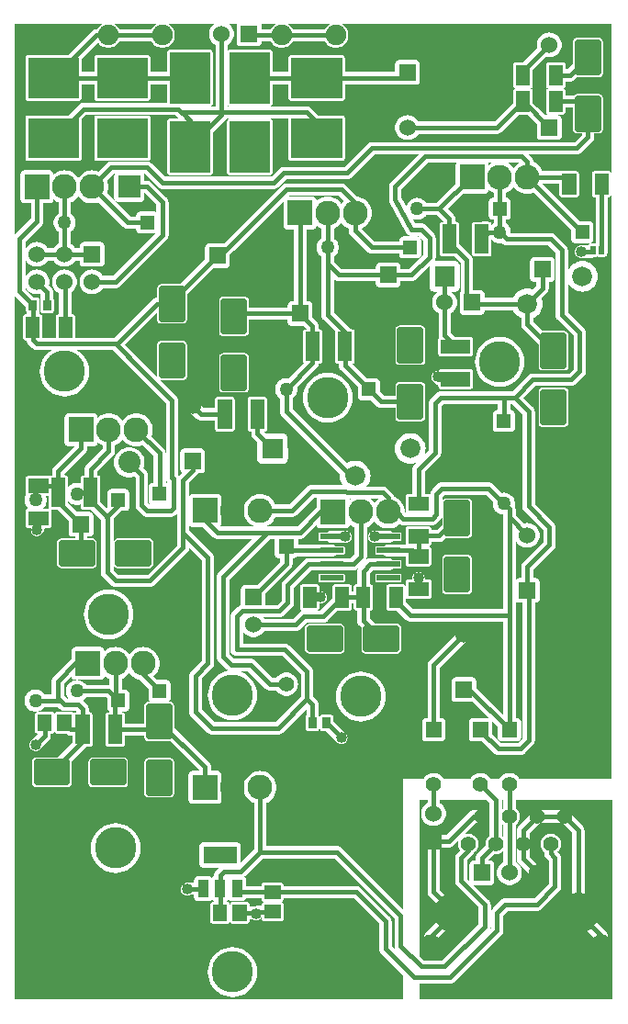
<source format=gbr>
G04 start of page 2 for group 0 idx 0 *
G04 Title: (unknown), top *
G04 Creator: pcb 1.99z *
G04 CreationDate: Thu 18 Dec 2014 06:06:48 AM GMT UTC *
G04 For: commonadmin *
G04 Format: Gerber/RS-274X *
G04 PCB-Dimensions (mil): 2350.00 3800.00 *
G04 PCB-Coordinate-Origin: lower left *
%MOIN*%
%FSLAX25Y25*%
%LNTOP*%
%ADD43C,0.0280*%
%ADD42C,0.0630*%
%ADD41C,0.1280*%
%ADD40C,0.0354*%
%ADD39C,0.0512*%
%ADD38C,0.0380*%
%ADD37C,0.1300*%
%ADD36C,0.0300*%
%ADD35C,0.0200*%
%ADD34C,0.0250*%
%ADD33C,0.0400*%
%ADD32R,0.0610X0.0610*%
%ADD31R,0.0370X0.0370*%
%ADD30R,0.0200X0.0200*%
%ADD29R,0.0295X0.0295*%
%ADD28R,0.0197X0.0197*%
%ADD27R,0.0512X0.0512*%
%ADD26C,0.0197*%
%ADD25R,0.0768X0.0768*%
%ADD24R,0.1450X0.1450*%
%ADD23C,0.0827*%
%ADD22C,0.1476*%
%ADD21C,0.0551*%
%ADD20C,0.0550*%
%ADD19C,0.0800*%
%ADD18C,0.0750*%
%ADD17C,0.0720*%
%ADD16C,0.1500*%
%ADD15C,0.0600*%
%ADD14C,0.0500*%
%ADD13C,0.0900*%
%ADD12C,0.0150*%
%ADD11C,0.0001*%
G54D11*G36*
X142747Y179630D02*X143058Y179556D01*
X144000Y179481D01*
X144942Y179556D01*
X145860Y179776D01*
X146732Y180137D01*
X147538Y180631D01*
X148173Y181174D01*
X148361Y181059D01*
X148475Y180989D01*
X148803Y180854D01*
X149147Y180771D01*
X149147D01*
X149500Y180743D01*
X149588Y180750D01*
X159912D01*
X160000Y180743D01*
X160353Y180771D01*
X160353Y180771D01*
X160697Y180854D01*
X161025Y180989D01*
X161327Y181174D01*
X161596Y181404D01*
X161653Y181471D01*
X163029Y182847D01*
X163096Y182904D01*
X163326Y183173D01*
X163326Y183173D01*
X163511Y183475D01*
X163587Y183658D01*
Y181051D01*
X161596Y179060D01*
X159731D01*
X159731Y179406D01*
X159694Y179559D01*
X159634Y179704D01*
X159552Y179838D01*
X159449Y179958D01*
X159330Y180060D01*
X159195Y180143D01*
X159050Y180203D01*
X158897Y180240D01*
X158740Y180249D01*
X151103Y180240D01*
X150950Y180203D01*
X150805Y180143D01*
X150670Y180060D01*
X150551Y179958D01*
X150448Y179838D01*
X150366Y179704D01*
X150306Y179559D01*
X150269Y179406D01*
X150260Y179249D01*
X150269Y173974D01*
X150306Y173821D01*
X150335Y173750D01*
X144000D01*
X143647Y173729D01*
X143303Y173646D01*
X142975Y173511D01*
X142747Y173371D01*
Y174250D01*
X144000D01*
X144353Y174271D01*
X144697Y174354D01*
X145025Y174489D01*
X145327Y174674D01*
X145596Y174904D01*
X145681Y175003D01*
X148328Y175005D01*
X148405Y175023D01*
X148478Y175053D01*
X148545Y175094D01*
X148605Y175145D01*
X148656Y175205D01*
X148697Y175272D01*
X148727Y175345D01*
X148745Y175422D01*
X148750Y175500D01*
X148745Y177578D01*
X148727Y177655D01*
X148697Y177728D01*
X148656Y177795D01*
X148605Y177855D01*
X148545Y177906D01*
X148478Y177947D01*
X148405Y177977D01*
X148328Y177995D01*
X148250Y178000D01*
X145679Y177999D01*
X145596Y178096D01*
X145327Y178326D01*
X145025Y178511D01*
X144697Y178646D01*
X144353Y178729D01*
X144000Y178750D01*
X142747D01*
Y179630D01*
G37*
G36*
X211585Y323238D02*X211733Y323112D01*
X211944Y322982D01*
X212173Y322887D01*
X212414Y322830D01*
X212661Y322810D01*
X212723Y322815D01*
X214250D01*
Y322432D01*
X211585Y319767D01*
Y323238D01*
G37*
G36*
Y231526D02*X211827Y231674D01*
X212096Y231904D01*
X212153Y231971D01*
X215029Y234847D01*
X215096Y234904D01*
X215326Y235173D01*
X215326Y235173D01*
X215511Y235475D01*
X215646Y235803D01*
X215729Y236147D01*
X215757Y236500D01*
X215750Y236588D01*
Y250412D01*
X215757Y250500D01*
X215729Y250853D01*
X215729Y250853D01*
X215646Y251197D01*
X215511Y251525D01*
X215326Y251827D01*
X215096Y252096D01*
X215029Y252153D01*
X211585Y255597D01*
Y266256D01*
X211964Y266023D01*
X212774Y265688D01*
X213626Y265483D01*
X214500Y265414D01*
X215374Y265483D01*
X216226Y265688D01*
X217036Y266023D01*
X217783Y266481D01*
X218450Y267050D01*
X219019Y267717D01*
X219477Y268464D01*
X219812Y269274D01*
X220017Y270126D01*
X220068Y271000D01*
X220017Y271874D01*
X219812Y272726D01*
X219477Y273536D01*
X219019Y274283D01*
X218450Y274950D01*
X217783Y275519D01*
X217036Y275977D01*
X216226Y276312D01*
X215374Y276517D01*
X214500Y276586D01*
X213626Y276517D01*
X212774Y276312D01*
X211964Y275977D01*
X211585Y275744D01*
Y283057D01*
X211765Y283014D01*
X212000Y283000D01*
X217235Y283014D01*
X217465Y283069D01*
X217683Y283159D01*
X217884Y283283D01*
X218064Y283436D01*
X218217Y283616D01*
X218341Y283817D01*
X218431Y284035D01*
X218486Y284265D01*
X218500Y284500D01*
X218486Y289735D01*
X218431Y289965D01*
X218341Y290183D01*
X218217Y290384D01*
X218064Y290564D01*
X217884Y290717D01*
X217683Y290841D01*
X217465Y290931D01*
X217235Y290986D01*
X217000Y291000D01*
X213691Y290991D01*
X211585Y293097D01*
Y299768D01*
X212406Y299769D01*
X212559Y299806D01*
X212704Y299866D01*
X212838Y299948D01*
X212958Y300051D01*
X213060Y300170D01*
X213143Y300305D01*
X213203Y300450D01*
X213240Y300603D01*
X213249Y300760D01*
X213240Y308397D01*
X213203Y308550D01*
X213143Y308695D01*
X213060Y308830D01*
X212958Y308949D01*
X212838Y309052D01*
X212704Y309134D01*
X212559Y309194D01*
X212406Y309231D01*
X212249Y309240D01*
X211585Y309239D01*
Y315250D01*
X212412D01*
X212500Y315243D01*
X212853Y315271D01*
X212853Y315271D01*
X213197Y315354D01*
X213525Y315489D01*
X213827Y315674D01*
X214096Y315904D01*
X214153Y315971D01*
X218029Y319847D01*
X218096Y319904D01*
X218326Y320173D01*
X218326Y320173D01*
X218511Y320475D01*
X218646Y320803D01*
X218729Y321147D01*
X218757Y321500D01*
X218750Y321588D01*
Y322815D01*
X220277D01*
X220339Y322810D01*
X220585Y322830D01*
X220586Y322830D01*
X220827Y322887D01*
X221056Y322982D01*
X221267Y323112D01*
X221456Y323273D01*
X221617Y323461D01*
X221746Y323673D01*
X221841Y323902D01*
X221899Y324143D01*
X221918Y324390D01*
X221913Y324452D01*
Y335548D01*
X221918Y335610D01*
X221899Y335857D01*
X221841Y336098D01*
X221746Y336327D01*
X221617Y336539D01*
X221456Y336727D01*
X221267Y336888D01*
X221056Y337018D01*
X220827Y337113D01*
X220586Y337170D01*
X220339Y337190D01*
X220277Y337185D01*
X212723D01*
X212661Y337190D01*
X212414Y337170D01*
X212173Y337113D01*
X211944Y337018D01*
X211733Y336888D01*
X211585Y336762D01*
Y342371D01*
X211623Y342404D01*
X211681Y342471D01*
X212504Y343295D01*
X212661Y343283D01*
X212723Y343287D01*
X220277D01*
X220339Y343283D01*
X220585Y343302D01*
X220586Y343302D01*
X220827Y343360D01*
X221056Y343455D01*
X221267Y343584D01*
X221456Y343745D01*
X221617Y343934D01*
X221746Y344145D01*
X221841Y344374D01*
X221899Y344615D01*
X221918Y344862D01*
X221913Y344924D01*
Y356021D01*
X221918Y356083D01*
X221899Y356330D01*
X221841Y356571D01*
X221746Y356800D01*
X221617Y357011D01*
X221456Y357200D01*
X221267Y357361D01*
X221056Y357490D01*
X220827Y357585D01*
X220586Y357643D01*
X220339Y357662D01*
X220277Y357657D01*
X212723D01*
X212661Y357662D01*
X212414Y357643D01*
X212173Y357585D01*
X211944Y357490D01*
X211733Y357361D01*
X211585Y357234D01*
Y362500D01*
X225000D01*
Y308581D01*
X224953Y308695D01*
X224870Y308830D01*
X224768Y308949D01*
X224648Y309052D01*
X224514Y309134D01*
X224369Y309194D01*
X224216Y309231D01*
X224059Y309240D01*
X218784Y309231D01*
X218631Y309194D01*
X218485Y309134D01*
X218351Y309052D01*
X218232Y308949D01*
X218129Y308830D01*
X218047Y308695D01*
X217987Y308550D01*
X217950Y308397D01*
X217941Y308240D01*
X217950Y300603D01*
X217987Y300450D01*
X218047Y300305D01*
X218129Y300170D01*
X218232Y300051D01*
X218351Y299948D01*
X218485Y299866D01*
X218631Y299806D01*
X218784Y299769D01*
X218941Y299760D01*
X219250Y299761D01*
Y282877D01*
X217211Y282868D01*
X217058Y282831D01*
X216913Y282771D01*
X216778Y282689D01*
X216659Y282586D01*
X216556Y282467D01*
X216474Y282332D01*
X216440Y282250D01*
X214000D01*
X213647Y282229D01*
X213303Y282146D01*
X212975Y282011D01*
X212673Y281826D01*
X212404Y281596D01*
X212174Y281327D01*
X211989Y281025D01*
X211854Y280697D01*
X211771Y280353D01*
X211743Y280000D01*
X211771Y279647D01*
X211854Y279303D01*
X211989Y278975D01*
X212174Y278673D01*
X212404Y278404D01*
X212673Y278174D01*
X212975Y277989D01*
X213303Y277854D01*
X213647Y277771D01*
X214000Y277750D01*
X217764D01*
X217852Y277743D01*
X218205Y277771D01*
X218205Y277771D01*
X218549Y277854D01*
X218877Y277989D01*
X219108Y278131D01*
X219493Y278132D01*
X219646Y278169D01*
X219791Y278229D01*
X219926Y278311D01*
X219926Y278312D01*
X219926Y278311D01*
X220061Y278229D01*
X220206Y278169D01*
X220359Y278132D01*
X220516Y278123D01*
X222641Y278132D01*
X222794Y278169D01*
X222939Y278229D01*
X223074Y278311D01*
X223193Y278414D01*
X223295Y278533D01*
X223378Y278668D01*
X223438Y278813D01*
X223475Y278966D01*
X223484Y279123D01*
X223483Y279430D01*
X223511Y279475D01*
X223646Y279803D01*
X223729Y280147D01*
X223750Y280500D01*
Y299768D01*
X224216Y299769D01*
X224369Y299806D01*
X224514Y299866D01*
X224648Y299948D01*
X224768Y300051D01*
X224870Y300170D01*
X224953Y300305D01*
X225000Y300419D01*
Y88500D01*
X211585D01*
Y231526D01*
G37*
G36*
Y336762D02*X211571Y336750D01*
X208362D01*
X208360Y338397D01*
X208323Y338550D01*
X208263Y338695D01*
X208181Y338830D01*
X208078Y338949D01*
X207959Y339052D01*
X207825Y339134D01*
X207679Y339194D01*
X207526Y339231D01*
X207369Y339240D01*
X202094Y339231D01*
X201941Y339194D01*
X201796Y339134D01*
X201662Y339052D01*
X201542Y338949D01*
X201440Y338830D01*
X201357Y338695D01*
X201297Y338550D01*
X201260Y338397D01*
X201251Y338240D01*
X201260Y330603D01*
X201297Y330450D01*
X201357Y330305D01*
X201440Y330170D01*
X201542Y330051D01*
X201662Y329948D01*
X201796Y329866D01*
X201941Y329806D01*
X202094Y329769D01*
X202251Y329760D01*
X207526Y329769D01*
X207679Y329806D01*
X207825Y329866D01*
X207959Y329948D01*
X208078Y330051D01*
X208181Y330170D01*
X208263Y330305D01*
X208323Y330450D01*
X208360Y330603D01*
X208369Y330760D01*
X208367Y332250D01*
X211068D01*
X211087Y332231D01*
Y324451D01*
X211082Y324390D01*
X211101Y324143D01*
X211159Y323902D01*
X211254Y323673D01*
X211383Y323461D01*
X211544Y323273D01*
X211585Y323238D01*
Y319767D01*
X211568Y319750D01*
X198221D01*
Y321217D01*
X198283Y321116D01*
X198436Y320936D01*
X198616Y320783D01*
X198817Y320659D01*
X199035Y320569D01*
X199265Y320514D01*
X199500Y320500D01*
X205735Y320514D01*
X205965Y320569D01*
X206183Y320659D01*
X206384Y320783D01*
X206564Y320936D01*
X206717Y321116D01*
X206841Y321317D01*
X206931Y321535D01*
X206986Y321765D01*
X207000Y322000D01*
X206986Y328235D01*
X206931Y328465D01*
X206841Y328683D01*
X206717Y328884D01*
X206564Y329064D01*
X206384Y329217D01*
X206183Y329341D01*
X205965Y329431D01*
X205735Y329486D01*
X205500Y329500D01*
X201192Y329490D01*
X198221Y332461D01*
Y347539D01*
X201334Y350652D01*
X201794Y350542D01*
X202500Y350486D01*
X203206Y350542D01*
X203895Y350707D01*
X204549Y350978D01*
X205153Y351348D01*
X205692Y351808D01*
X206152Y352347D01*
X206522Y352951D01*
X206793Y353605D01*
X206958Y354294D01*
X207000Y355000D01*
X206958Y355706D01*
X206793Y356395D01*
X206522Y357049D01*
X206152Y357653D01*
X205692Y358192D01*
X205153Y358652D01*
X204549Y359022D01*
X203895Y359293D01*
X203206Y359458D01*
X202500Y359514D01*
X201794Y359458D01*
X201105Y359293D01*
X200451Y359022D01*
X199847Y358652D01*
X199308Y358192D01*
X198848Y357653D01*
X198478Y357049D01*
X198221Y356427D01*
Y362500D01*
X211585D01*
Y357234D01*
X211544Y357200D01*
X211383Y357011D01*
X211254Y356800D01*
X211159Y356571D01*
X211101Y356330D01*
X211101Y356330D01*
X211082Y356083D01*
X211087Y356021D01*
Y348241D01*
X209096Y346250D01*
X208362D01*
X208360Y347897D01*
X208323Y348050D01*
X208263Y348195D01*
X208181Y348330D01*
X208078Y348449D01*
X207959Y348552D01*
X207825Y348634D01*
X207679Y348694D01*
X207526Y348731D01*
X207369Y348740D01*
X202094Y348731D01*
X201941Y348694D01*
X201796Y348634D01*
X201662Y348552D01*
X201542Y348449D01*
X201440Y348330D01*
X201357Y348195D01*
X201297Y348050D01*
X201260Y347897D01*
X201251Y347740D01*
X201260Y340103D01*
X201297Y339950D01*
X201357Y339805D01*
X201440Y339670D01*
X201542Y339551D01*
X201662Y339448D01*
X201796Y339366D01*
X201941Y339306D01*
X202094Y339269D01*
X202251Y339260D01*
X207526Y339269D01*
X207679Y339306D01*
X207825Y339366D01*
X207959Y339448D01*
X208078Y339551D01*
X208181Y339670D01*
X208263Y339805D01*
X208323Y339950D01*
X208360Y340103D01*
X208369Y340260D01*
X208367Y341750D01*
X209939D01*
X210028Y341743D01*
X210380Y341771D01*
X210381Y341771D01*
X210725Y341854D01*
X211052Y341989D01*
X211354Y342174D01*
X211585Y342371D01*
Y336762D01*
G37*
G36*
X198221Y319750D02*X142747D01*
Y340750D01*
X147169D01*
X147317Y340659D01*
X147535Y340569D01*
X147765Y340514D01*
X148000Y340500D01*
X154235Y340514D01*
X154465Y340569D01*
X154683Y340659D01*
X154884Y340783D01*
X155064Y340936D01*
X155217Y341116D01*
X155341Y341317D01*
X155431Y341535D01*
X155486Y341765D01*
X155500Y342000D01*
X155486Y348235D01*
X155431Y348465D01*
X155341Y348683D01*
X155217Y348884D01*
X155064Y349064D01*
X154884Y349217D01*
X154683Y349341D01*
X154465Y349431D01*
X154235Y349486D01*
X154000Y349500D01*
X147765Y349486D01*
X147535Y349431D01*
X147317Y349341D01*
X147116Y349217D01*
X146936Y349064D01*
X146783Y348884D01*
X146659Y348683D01*
X146569Y348465D01*
X146514Y348235D01*
X146500Y348000D01*
X146506Y345250D01*
X142747D01*
Y362500D01*
X198221D01*
Y356427D01*
X198207Y356395D01*
X198042Y355706D01*
X197986Y355000D01*
X198042Y354294D01*
X198152Y353834D01*
X193054Y348736D01*
X190284Y348731D01*
X190131Y348694D01*
X189986Y348634D01*
X189852Y348552D01*
X189732Y348449D01*
X189630Y348330D01*
X189547Y348195D01*
X189487Y348050D01*
X189450Y347897D01*
X189441Y347740D01*
X189450Y340103D01*
X189487Y339950D01*
X189547Y339805D01*
X189630Y339670D01*
X189732Y339551D01*
X189852Y339448D01*
X189986Y339366D01*
X190131Y339306D01*
X190284Y339269D01*
X190441Y339260D01*
X195716Y339269D01*
X195869Y339306D01*
X196015Y339366D01*
X196149Y339448D01*
X196268Y339551D01*
X196371Y339670D01*
X196453Y339805D01*
X196513Y339950D01*
X196550Y340103D01*
X196559Y340260D01*
X196552Y345870D01*
X198221Y347539D01*
Y332461D01*
X196555Y334127D01*
X196550Y338397D01*
X196513Y338550D01*
X196453Y338695D01*
X196371Y338830D01*
X196268Y338949D01*
X196149Y339052D01*
X196015Y339134D01*
X195869Y339194D01*
X195716Y339231D01*
X195559Y339240D01*
X190284Y339231D01*
X190131Y339194D01*
X189986Y339134D01*
X189852Y339052D01*
X189732Y338949D01*
X189630Y338830D01*
X189547Y338695D01*
X189487Y338550D01*
X189450Y338397D01*
X189441Y338240D01*
X189446Y334128D01*
X182568Y327250D01*
X154899D01*
X154652Y327653D01*
X154192Y328192D01*
X153653Y328652D01*
X153049Y329022D01*
X152395Y329293D01*
X151706Y329458D01*
X151000Y329514D01*
X150294Y329458D01*
X149605Y329293D01*
X148951Y329022D01*
X148347Y328652D01*
X147808Y328192D01*
X147348Y327653D01*
X146978Y327049D01*
X146707Y326395D01*
X146542Y325706D01*
X146486Y325000D01*
X146542Y324294D01*
X146707Y323605D01*
X146978Y322951D01*
X147348Y322347D01*
X147808Y321808D01*
X148347Y321348D01*
X148951Y320978D01*
X149605Y320707D01*
X150294Y320542D01*
X151000Y320486D01*
X151706Y320542D01*
X152395Y320707D01*
X153049Y320978D01*
X153653Y321348D01*
X154192Y321808D01*
X154652Y322347D01*
X154899Y322750D01*
X183412D01*
X183500Y322743D01*
X183853Y322771D01*
X183853Y322771D01*
X184197Y322854D01*
X184525Y322989D01*
X184827Y323174D01*
X185096Y323404D01*
X185153Y323471D01*
X191444Y329762D01*
X194551Y329767D01*
X198004Y326314D01*
X198014Y321765D01*
X198069Y321535D01*
X198159Y321317D01*
X198221Y321217D01*
Y319750D01*
G37*
G36*
X211585Y309239D02*X207511Y309232D01*
X207190Y309257D01*
X207102Y309250D01*
X200062D01*
X199863Y309732D01*
X199369Y310538D01*
X198756Y311256D01*
X198038Y311869D01*
X197232Y312363D01*
X196752Y312561D01*
X196729Y312853D01*
X196729Y312853D01*
X196646Y313197D01*
X196511Y313525D01*
X196326Y313827D01*
X196096Y314096D01*
X196029Y314153D01*
X194932Y315250D01*
X211585D01*
Y309239D01*
G37*
G36*
Y293097D02*X200024Y304658D01*
X200062Y304750D01*
X206135D01*
X206140Y300603D01*
X206177Y300450D01*
X206237Y300305D01*
X206319Y300170D01*
X206422Y300051D01*
X206541Y299948D01*
X206675Y299866D01*
X206821Y299806D01*
X206974Y299769D01*
X207131Y299760D01*
X211585Y299768D01*
Y293097D01*
G37*
G36*
Y275744D02*X211217Y275519D01*
X210550Y274950D01*
X209981Y274283D01*
X209523Y273536D01*
X209250Y272876D01*
Y280412D01*
X209257Y280500D01*
X209229Y280853D01*
X209229Y280853D01*
X209146Y281197D01*
X209011Y281525D01*
X208826Y281827D01*
X208596Y282096D01*
X208529Y282153D01*
X204653Y286029D01*
X204596Y286096D01*
X204327Y286326D01*
X204327Y286326D01*
X204212Y286396D01*
X204025Y286511D01*
X203793Y286607D01*
X203697Y286646D01*
X203353Y286729D01*
X203000Y286757D01*
X202912Y286750D01*
X188485D01*
X188500Y287000D01*
X188463Y287628D01*
X188316Y288240D01*
X188075Y288822D01*
X187746Y289358D01*
X187337Y289837D01*
X186858Y290246D01*
X186750Y290312D01*
Y291513D01*
X187235Y291514D01*
X187465Y291569D01*
X187683Y291659D01*
X187884Y291783D01*
X188064Y291936D01*
X188217Y292116D01*
X188341Y292317D01*
X188431Y292535D01*
X188486Y292765D01*
X188500Y293000D01*
X188486Y298235D01*
X188431Y298465D01*
X188341Y298683D01*
X188217Y298884D01*
X188064Y299064D01*
X187884Y299217D01*
X187683Y299341D01*
X187465Y299431D01*
X187235Y299486D01*
X187000Y299500D01*
X186750Y299499D01*
Y301438D01*
X187232Y301637D01*
X188038Y302131D01*
X188756Y302744D01*
X189369Y303462D01*
X189500Y303676D01*
X189631Y303462D01*
X190244Y302744D01*
X190962Y302131D01*
X191768Y301637D01*
X192640Y301276D01*
X193558Y301056D01*
X194500Y300981D01*
X195442Y301056D01*
X196360Y301276D01*
X196842Y301476D01*
X210504Y287814D01*
X210514Y284265D01*
X210569Y284035D01*
X210659Y283817D01*
X210783Y283616D01*
X210936Y283436D01*
X211116Y283283D01*
X211317Y283159D01*
X211535Y283069D01*
X211585Y283057D01*
Y275744D01*
G37*
G36*
Y255597D02*X209250Y257932D01*
Y269124D01*
X209523Y268464D01*
X209981Y267717D01*
X210550Y267050D01*
X211217Y266481D01*
X211585Y266256D01*
Y255597D01*
G37*
G36*
X204000Y171818D02*X204029Y171847D01*
X204096Y171904D01*
X204326Y172173D01*
X204326Y172173D01*
X204511Y172475D01*
X204646Y172803D01*
X204729Y173147D01*
X204757Y173500D01*
X204750Y173588D01*
Y179912D01*
X204757Y180000D01*
X204729Y180353D01*
X204646Y180697D01*
X204607Y180793D01*
X204511Y181025D01*
X204396Y181212D01*
X204326Y181327D01*
X204326Y181327D01*
X204096Y181596D01*
X204029Y181653D01*
X204000Y181682D01*
Y216343D01*
X207777D01*
X207839Y216338D01*
X208085Y216357D01*
X208086Y216357D01*
X208327Y216415D01*
X208556Y216510D01*
X208767Y216639D01*
X208956Y216800D01*
X209117Y216989D01*
X209246Y217200D01*
X209341Y217429D01*
X209399Y217670D01*
X209418Y217917D01*
X209413Y217979D01*
Y229076D01*
X209418Y229138D01*
X209399Y229385D01*
X209341Y229626D01*
X209246Y229855D01*
X209117Y230066D01*
X208956Y230255D01*
X208767Y230416D01*
X208556Y230545D01*
X208327Y230640D01*
X208086Y230698D01*
X207839Y230717D01*
X207777Y230713D01*
X204000D01*
Y231250D01*
X210412D01*
X210500Y231243D01*
X210853Y231271D01*
X210853Y231271D01*
X211197Y231354D01*
X211525Y231489D01*
X211585Y231526D01*
Y88500D01*
X204000D01*
Y171818D01*
G37*
G36*
Y181682D02*X197250Y188432D01*
Y221912D01*
X197257Y222000D01*
X197229Y222353D01*
X197229Y222353D01*
X197146Y222697D01*
X197011Y223025D01*
X196826Y223327D01*
X196596Y223596D01*
X196529Y223653D01*
X193182Y227000D01*
X197432Y231250D01*
X204000D01*
Y230713D01*
X200223D01*
X200161Y230717D01*
X199914Y230698D01*
X199673Y230640D01*
X199444Y230545D01*
X199233Y230416D01*
X199044Y230255D01*
X198883Y230066D01*
X198754Y229855D01*
X198659Y229626D01*
X198601Y229385D01*
X198601Y229385D01*
X198582Y229138D01*
X198587Y229076D01*
Y217979D01*
X198582Y217917D01*
X198601Y217670D01*
X198659Y217429D01*
X198754Y217200D01*
X198883Y216989D01*
X199044Y216800D01*
X199233Y216639D01*
X199444Y216510D01*
X199673Y216415D01*
X199914Y216357D01*
X200161Y216338D01*
X200223Y216343D01*
X204000D01*
Y181682D01*
G37*
G36*
X169000Y116501D02*X174735Y116514D01*
X174791Y116527D01*
X180612Y110706D01*
X180485Y110736D01*
X180250Y110750D01*
X174515Y110736D01*
X174285Y110681D01*
X174067Y110591D01*
X173866Y110467D01*
X173686Y110314D01*
X173533Y110134D01*
X173409Y109933D01*
X173319Y109715D01*
X173264Y109485D01*
X173250Y109250D01*
X173264Y103515D01*
X173319Y103285D01*
X173409Y103067D01*
X173533Y102866D01*
X173686Y102686D01*
X173866Y102533D01*
X174067Y102409D01*
X174285Y102319D01*
X174515Y102264D01*
X174750Y102250D01*
X178060Y102258D01*
X182347Y97971D01*
X182404Y97904D01*
X182673Y97674D01*
X182673Y97674D01*
X182975Y97489D01*
X183303Y97354D01*
X183647Y97271D01*
X184000Y97243D01*
X184088Y97250D01*
X191912D01*
X192000Y97243D01*
X192353Y97271D01*
X192353Y97271D01*
X192697Y97354D01*
X193025Y97489D01*
X193327Y97674D01*
X193596Y97904D01*
X193653Y97971D01*
X196529Y100847D01*
X196596Y100904D01*
X196826Y101173D01*
X196826Y101173D01*
X197011Y101475D01*
X197146Y101803D01*
X197229Y102147D01*
X197257Y102500D01*
X197250Y102588D01*
Y152513D01*
X197735Y152514D01*
X197965Y152569D01*
X198183Y152659D01*
X198384Y152783D01*
X198564Y152936D01*
X198717Y153116D01*
X198841Y153317D01*
X198931Y153535D01*
X198986Y153765D01*
X199000Y154000D01*
X198986Y160235D01*
X198931Y160465D01*
X198841Y160683D01*
X198717Y160884D01*
X198564Y161064D01*
X198384Y161217D01*
X198183Y161341D01*
X197965Y161431D01*
X197735Y161486D01*
X197500Y161500D01*
X196750Y161498D01*
Y164568D01*
X204000Y171818D01*
Y88500D01*
X191759D01*
X191449Y89006D01*
X191014Y89514D01*
X190506Y89949D01*
X189935Y90298D01*
X189317Y90554D01*
X188667Y90711D01*
X188000Y90763D01*
X187333Y90711D01*
X186683Y90554D01*
X186065Y90298D01*
X185494Y89949D01*
X184986Y89514D01*
X184551Y89006D01*
X184241Y88500D01*
X181259D01*
X180949Y89006D01*
X180514Y89514D01*
X180006Y89949D01*
X179435Y90298D01*
X178817Y90554D01*
X178167Y90711D01*
X177500Y90763D01*
X176833Y90711D01*
X176183Y90554D01*
X175565Y90298D01*
X174994Y89949D01*
X174486Y89514D01*
X174051Y89006D01*
X173741Y88500D01*
X169000D01*
Y116501D01*
G37*
G36*
Y145750D02*X185750D01*
Y111932D01*
X175992Y121690D01*
X175986Y124235D01*
X175931Y124465D01*
X175841Y124683D01*
X175717Y124884D01*
X175564Y125064D01*
X175384Y125217D01*
X175183Y125341D01*
X174965Y125431D01*
X174735Y125486D01*
X174500Y125500D01*
X169000Y125488D01*
Y135318D01*
X173091Y139409D01*
X173326Y139673D01*
X173511Y139975D01*
X173646Y140303D01*
X173729Y140647D01*
X173757Y141000D01*
X173729Y141353D01*
X173646Y141697D01*
X173511Y142025D01*
X173326Y142327D01*
X173096Y142596D01*
X172827Y142826D01*
X172525Y143011D01*
X172197Y143146D01*
X171853Y143229D01*
X171500Y143257D01*
X171147Y143229D01*
X170803Y143146D01*
X170475Y143011D01*
X170173Y142826D01*
X169909Y142591D01*
X169000Y141682D01*
Y145750D01*
G37*
G36*
Y176097D02*X172777D01*
X172839Y176092D01*
X173085Y176112D01*
X173086Y176112D01*
X173327Y176170D01*
X173556Y176265D01*
X173767Y176394D01*
X173956Y176555D01*
X174117Y176744D01*
X174246Y176955D01*
X174341Y177184D01*
X174399Y177425D01*
X174418Y177672D01*
X174413Y177734D01*
Y188831D01*
X174418Y188893D01*
X174399Y189140D01*
X174341Y189381D01*
X174246Y189610D01*
X174117Y189821D01*
X173956Y190010D01*
X173767Y190170D01*
X173556Y190300D01*
X173327Y190395D01*
X173086Y190453D01*
X172839Y190472D01*
X172777Y190467D01*
X169000D01*
Y191750D01*
X179568D01*
X182067Y189251D01*
X182037Y189128D01*
X181988Y188500D01*
X182037Y187872D01*
X182184Y187260D01*
X182425Y186678D01*
X182754Y186142D01*
X183163Y185663D01*
X183642Y185254D01*
X184178Y184925D01*
X184760Y184684D01*
X185372Y184537D01*
X185750Y184507D01*
Y183588D01*
X185743Y183500D01*
X185750Y183412D01*
Y150250D01*
X169000D01*
Y155625D01*
X172777D01*
X172839Y155620D01*
X173085Y155639D01*
X173086Y155639D01*
X173327Y155697D01*
X173556Y155792D01*
X173767Y155922D01*
X173956Y156083D01*
X174117Y156271D01*
X174246Y156482D01*
X174341Y156711D01*
X174399Y156952D01*
X174418Y157200D01*
X174413Y157261D01*
Y168358D01*
X174418Y168420D01*
X174399Y168667D01*
X174341Y168908D01*
X174246Y169137D01*
X174117Y169349D01*
X173956Y169537D01*
X173767Y169698D01*
X173556Y169828D01*
X173327Y169922D01*
X173086Y169980D01*
X172839Y170000D01*
X172777Y169995D01*
X169000D01*
Y176097D01*
G37*
G36*
Y190467D02*X165223D01*
X165161Y190472D01*
X164914Y190453D01*
X164673Y190395D01*
X164444Y190300D01*
X164233Y190170D01*
X164044Y190010D01*
X163883Y189821D01*
X163754Y189610D01*
X163750Y189600D01*
Y191068D01*
X164432Y191750D01*
X169000D01*
Y190467D01*
G37*
G36*
X142747Y134087D02*X147021D01*
X147083Y134082D01*
X147330Y134101D01*
X147330Y134101D01*
X147571Y134159D01*
X147800Y134254D01*
X148011Y134383D01*
X148200Y134544D01*
X148361Y134733D01*
X148490Y134944D01*
X148585Y135173D01*
X148643Y135414D01*
X148662Y135661D01*
X148657Y135723D01*
Y143277D01*
X148662Y143339D01*
X148643Y143586D01*
X148585Y143827D01*
X148490Y144056D01*
X148361Y144267D01*
X148200Y144456D01*
X148011Y144617D01*
X147800Y144746D01*
X147571Y144841D01*
X147330Y144899D01*
X147083Y144918D01*
X147021Y144913D01*
X142747D01*
Y160002D01*
X148328Y160005D01*
X148405Y160023D01*
X148478Y160053D01*
X148545Y160094D01*
X148605Y160145D01*
X148656Y160205D01*
X148697Y160272D01*
X148727Y160345D01*
X148745Y160422D01*
X148750Y160500D01*
X148745Y162578D01*
X148727Y162655D01*
X148697Y162728D01*
X148656Y162795D01*
X148605Y162855D01*
X148545Y162906D01*
X148478Y162947D01*
X148405Y162977D01*
X148328Y162995D01*
X148250Y163000D01*
X142747Y162997D01*
Y164250D01*
X144000D01*
X144353Y164271D01*
X144697Y164354D01*
X145025Y164489D01*
X145327Y164674D01*
X145596Y164904D01*
X145681Y165003D01*
X148328Y165005D01*
X148405Y165023D01*
X148478Y165053D01*
X148545Y165094D01*
X148605Y165145D01*
X148656Y165205D01*
X148697Y165272D01*
X148727Y165345D01*
X148745Y165422D01*
X148750Y165500D01*
X148745Y167578D01*
X148727Y167655D01*
X148697Y167728D01*
X148656Y167795D01*
X148605Y167855D01*
X148545Y167906D01*
X148478Y167947D01*
X148405Y167977D01*
X148328Y167995D01*
X148250Y168000D01*
X145679Y167999D01*
X145596Y168096D01*
X145327Y168326D01*
X145025Y168511D01*
X144697Y168646D01*
X144353Y168729D01*
X144000Y168750D01*
X142747D01*
Y169629D01*
X142975Y169489D01*
X143303Y169354D01*
X143647Y169271D01*
X144000Y169250D01*
X150265D01*
X150269Y166594D01*
X150306Y166441D01*
X150366Y166296D01*
X150448Y166162D01*
X150551Y166042D01*
X150670Y165940D01*
X150805Y165857D01*
X150950Y165797D01*
X151103Y165760D01*
X151260Y165751D01*
X158897Y165760D01*
X159050Y165797D01*
X159195Y165857D01*
X159330Y165940D01*
X159449Y166042D01*
X159552Y166162D01*
X159634Y166296D01*
X159694Y166441D01*
X159731Y166594D01*
X159740Y166751D01*
X159731Y172026D01*
X159694Y172179D01*
X159634Y172325D01*
X159552Y172459D01*
X159449Y172578D01*
X159330Y172681D01*
X159195Y172763D01*
X159050Y172823D01*
X158897Y172860D01*
X158740Y172869D01*
X157250Y172867D01*
Y173138D01*
X158897Y173140D01*
X159050Y173177D01*
X159195Y173237D01*
X159330Y173319D01*
X159449Y173422D01*
X159552Y173541D01*
X159634Y173675D01*
X159694Y173821D01*
X159731Y173974D01*
X159740Y174131D01*
X159739Y174560D01*
X162439D01*
X162528Y174553D01*
X162881Y174581D01*
X162881Y174581D01*
X163144Y174644D01*
X163225Y174664D01*
X163225Y174664D01*
X163225Y174664D01*
X163552Y174799D01*
X163810Y174957D01*
X163854Y174984D01*
X163854Y174984D01*
X163854Y174984D01*
X164123Y175214D01*
X164181Y175281D01*
X165004Y176105D01*
X165161Y176092D01*
X165223Y176097D01*
X169000D01*
Y169995D01*
X165223D01*
X165161Y170000D01*
X164914Y169980D01*
X164673Y169922D01*
X164444Y169828D01*
X164233Y169698D01*
X164044Y169537D01*
X163883Y169349D01*
X163754Y169137D01*
X163659Y168908D01*
X163601Y168667D01*
X163601Y168667D01*
X163582Y168420D01*
X163587Y168358D01*
Y157261D01*
X163582Y157200D01*
X163601Y156952D01*
X163659Y156711D01*
X163754Y156482D01*
X163883Y156271D01*
X164044Y156083D01*
X164233Y155922D01*
X164444Y155792D01*
X164673Y155697D01*
X164914Y155639D01*
X165161Y155620D01*
X165223Y155625D01*
X169000D01*
Y150250D01*
X152932D01*
X150367Y152815D01*
X150365Y154490D01*
X150366Y154486D01*
X150448Y154352D01*
X150551Y154232D01*
X150670Y154130D01*
X150805Y154047D01*
X150950Y153987D01*
X151103Y153950D01*
X151260Y153941D01*
X158897Y153950D01*
X159050Y153987D01*
X159195Y154047D01*
X159330Y154130D01*
X159449Y154232D01*
X159552Y154352D01*
X159634Y154486D01*
X159694Y154631D01*
X159731Y154784D01*
X159740Y154941D01*
X159731Y160216D01*
X159694Y160369D01*
X159634Y160515D01*
X159552Y160649D01*
X159449Y160768D01*
X159330Y160871D01*
X159195Y160953D01*
X159050Y161013D01*
X158897Y161050D01*
X158740Y161059D01*
X157250Y161057D01*
Y161500D01*
X157229Y161853D01*
X157146Y162197D01*
X157011Y162525D01*
X156826Y162827D01*
X156596Y163096D01*
X156327Y163326D01*
X156025Y163511D01*
X155697Y163646D01*
X155353Y163729D01*
X155000Y163757D01*
X154647Y163729D01*
X154303Y163646D01*
X153975Y163511D01*
X153673Y163326D01*
X153404Y163096D01*
X153174Y162827D01*
X152989Y162525D01*
X152854Y162197D01*
X152771Y161853D01*
X152750Y161500D01*
Y161052D01*
X151103Y161050D01*
X150950Y161013D01*
X150805Y160953D01*
X150670Y160871D01*
X150551Y160768D01*
X150448Y160649D01*
X150366Y160515D01*
X150306Y160369D01*
X150269Y160216D01*
X150260Y160059D01*
X150262Y158696D01*
X150181Y158830D01*
X150078Y158949D01*
X149959Y159052D01*
X149825Y159134D01*
X149679Y159194D01*
X149526Y159231D01*
X149369Y159240D01*
X144094Y159231D01*
X143941Y159194D01*
X143796Y159134D01*
X143662Y159052D01*
X143542Y158949D01*
X143440Y158830D01*
X143357Y158695D01*
X143297Y158550D01*
X143260Y158397D01*
X143251Y158240D01*
X143260Y150603D01*
X143297Y150450D01*
X143357Y150305D01*
X143440Y150170D01*
X143542Y150051D01*
X143662Y149948D01*
X143796Y149866D01*
X143941Y149806D01*
X144094Y149769D01*
X144251Y149760D01*
X147053Y149765D01*
X150347Y146471D01*
X150404Y146404D01*
X150673Y146174D01*
X150673Y146174D01*
X150975Y145989D01*
X151303Y145854D01*
X151647Y145771D01*
X152000Y145743D01*
X152088Y145750D01*
X169000D01*
Y141682D01*
X158971Y131653D01*
X158904Y131596D01*
X158674Y131327D01*
X158489Y131025D01*
X158354Y130697D01*
X158271Y130353D01*
X158271Y130353D01*
X158243Y130000D01*
X158250Y129912D01*
Y110738D01*
X157515Y110736D01*
X157285Y110681D01*
X157067Y110591D01*
X156866Y110467D01*
X156686Y110314D01*
X156533Y110134D01*
X156409Y109933D01*
X156319Y109715D01*
X156264Y109485D01*
X156250Y109250D01*
X156264Y103515D01*
X156319Y103285D01*
X156409Y103067D01*
X156533Y102866D01*
X156686Y102686D01*
X156866Y102533D01*
X157067Y102409D01*
X157285Y102319D01*
X157515Y102264D01*
X157750Y102250D01*
X163485Y102264D01*
X163715Y102319D01*
X163933Y102409D01*
X164134Y102533D01*
X164314Y102686D01*
X164467Y102866D01*
X164591Y103067D01*
X164681Y103285D01*
X164736Y103515D01*
X164750Y103750D01*
X164736Y109485D01*
X164681Y109715D01*
X164591Y109933D01*
X164467Y110134D01*
X164314Y110314D01*
X164134Y110467D01*
X163933Y110591D01*
X163715Y110681D01*
X163485Y110736D01*
X163250Y110750D01*
X162750Y110749D01*
Y129068D01*
X169000Y135318D01*
Y125488D01*
X168265Y125486D01*
X168035Y125431D01*
X167817Y125341D01*
X167616Y125217D01*
X167436Y125064D01*
X167283Y124884D01*
X167159Y124683D01*
X167069Y124465D01*
X167014Y124235D01*
X167000Y124000D01*
X167014Y117765D01*
X167069Y117535D01*
X167159Y117317D01*
X167283Y117116D01*
X167436Y116936D01*
X167616Y116783D01*
X167817Y116659D01*
X168035Y116569D01*
X168265Y116514D01*
X168500Y116500D01*
X169000Y116501D01*
Y88500D01*
X164259D01*
X163949Y89006D01*
X163514Y89514D01*
X163006Y89949D01*
X162435Y90298D01*
X161817Y90554D01*
X161167Y90711D01*
X160500Y90763D01*
X159833Y90711D01*
X159183Y90554D01*
X158565Y90298D01*
X157994Y89949D01*
X157486Y89514D01*
X157051Y89006D01*
X156741Y88500D01*
X142747D01*
Y116379D01*
X142917Y117088D01*
X143000Y118500D01*
X142917Y119912D01*
X142747Y120621D01*
Y134087D01*
G37*
G36*
Y345250D02*X128244D01*
X128241Y350407D01*
X128204Y350560D01*
X128144Y350705D01*
X128062Y350840D01*
X127959Y350959D01*
X127840Y351062D01*
X127705Y351144D01*
X127560Y351204D01*
X127407Y351241D01*
X127250Y351250D01*
X124199Y351248D01*
Y354011D01*
X124278Y353992D01*
X124992Y353936D01*
X125706Y353992D01*
X126402Y354159D01*
X127064Y354433D01*
X127675Y354808D01*
X128219Y355273D01*
X128685Y355817D01*
X129059Y356428D01*
X129333Y357090D01*
X129500Y357786D01*
X129542Y358500D01*
X129500Y359214D01*
X129333Y359910D01*
X129059Y360572D01*
X128685Y361183D01*
X128219Y361727D01*
X127675Y362192D01*
X127173Y362500D01*
X142747D01*
Y345250D01*
G37*
G36*
Y319750D02*X138088D01*
X138000Y319757D01*
X137647Y319729D01*
X137303Y319646D01*
X136975Y319511D01*
X136673Y319326D01*
X136673Y319326D01*
X136404Y319096D01*
X136347Y319029D01*
X128068Y310750D01*
X124199D01*
Y312958D01*
X127407Y312959D01*
X127560Y312996D01*
X127705Y313056D01*
X127840Y313138D01*
X127959Y313241D01*
X128062Y313360D01*
X128144Y313495D01*
X128204Y313640D01*
X128241Y313793D01*
X128250Y313950D01*
X128241Y328607D01*
X128204Y328760D01*
X128144Y328905D01*
X128062Y329040D01*
X127959Y329159D01*
X127840Y329262D01*
X127705Y329344D01*
X127560Y329404D01*
X127407Y329441D01*
X127250Y329450D01*
X124199Y329448D01*
Y334758D01*
X127407Y334759D01*
X127560Y334796D01*
X127705Y334856D01*
X127840Y334938D01*
X127959Y335041D01*
X128062Y335160D01*
X128144Y335295D01*
X128204Y335440D01*
X128241Y335593D01*
X128250Y335750D01*
X128247Y340750D01*
X142747D01*
Y319750D01*
G37*
G36*
Y168750D02*X137588D01*
X137500Y168757D01*
X137147Y168729D01*
X136803Y168646D01*
X136475Y168511D01*
X136173Y168326D01*
X136173Y168326D01*
X135962Y168145D01*
X136009Y168222D01*
X136010Y168224D01*
X136011Y168225D01*
X136077Y168386D01*
X136145Y168549D01*
X136146Y168551D01*
X136146Y168553D01*
X136187Y168721D01*
X136229Y168893D01*
X136229Y168895D01*
X136229Y168897D01*
X136230Y168910D01*
X136257Y169246D01*
X136250Y169336D01*
Y179938D01*
X136732Y180137D01*
X137538Y180631D01*
X138256Y181244D01*
X138869Y181962D01*
X139000Y182176D01*
X139131Y181962D01*
X139744Y181244D01*
X140462Y180631D01*
X141268Y180137D01*
X142140Y179776D01*
X142747Y179630D01*
Y178750D01*
X139000D01*
X138647Y178729D01*
X138303Y178646D01*
X137975Y178511D01*
X137673Y178326D01*
X137404Y178096D01*
X137174Y177827D01*
X136989Y177525D01*
X136854Y177197D01*
X136771Y176853D01*
X136743Y176500D01*
X136771Y176147D01*
X136854Y175803D01*
X136989Y175475D01*
X137174Y175173D01*
X137404Y174904D01*
X137673Y174674D01*
X137975Y174489D01*
X138303Y174354D01*
X138647Y174271D01*
X139000Y174250D01*
X142747D01*
Y173371D01*
X142673Y173326D01*
X142404Y173096D01*
X142319Y172997D01*
X139672Y172995D01*
X139595Y172977D01*
X139522Y172947D01*
X139455Y172906D01*
X139395Y172855D01*
X139344Y172795D01*
X139303Y172728D01*
X139273Y172655D01*
X139255Y172578D01*
X139250Y172500D01*
X139255Y170422D01*
X139273Y170345D01*
X139303Y170272D01*
X139344Y170205D01*
X139395Y170145D01*
X139455Y170094D01*
X139522Y170053D01*
X139595Y170023D01*
X139672Y170005D01*
X139750Y170000D01*
X142321Y170001D01*
X142404Y169904D01*
X142673Y169674D01*
X142747Y169629D01*
Y168750D01*
G37*
G36*
Y144913D02*X139241D01*
X137250Y146904D01*
Y149768D01*
X137716Y149769D01*
X137869Y149806D01*
X138015Y149866D01*
X138149Y149948D01*
X138268Y150051D01*
X138371Y150170D01*
X138453Y150305D01*
X138513Y150450D01*
X138550Y150603D01*
X138559Y150760D01*
X138550Y158397D01*
X138513Y158550D01*
X138453Y158695D01*
X138371Y158830D01*
X138268Y158949D01*
X138149Y159052D01*
X138015Y159134D01*
X137869Y159194D01*
X137716Y159231D01*
X137559Y159240D01*
X137250Y159239D01*
Y163068D01*
X138432Y164250D01*
X142747D01*
Y162997D01*
X139672Y162995D01*
X139595Y162977D01*
X139522Y162947D01*
X139455Y162906D01*
X139395Y162855D01*
X139344Y162795D01*
X139303Y162728D01*
X139273Y162655D01*
X139255Y162578D01*
X139250Y162500D01*
X139255Y160422D01*
X139273Y160345D01*
X139303Y160272D01*
X139344Y160205D01*
X139395Y160145D01*
X139455Y160094D01*
X139522Y160053D01*
X139595Y160023D01*
X139672Y160005D01*
X139750Y160000D01*
X142747Y160002D01*
Y144913D01*
G37*
G36*
X124199Y148208D02*X125754Y149762D01*
X130026Y149769D01*
X130179Y149806D01*
X130325Y149866D01*
X130459Y149948D01*
X130578Y150051D01*
X130681Y150170D01*
X130763Y150305D01*
X130823Y150450D01*
X130860Y150603D01*
X130869Y150760D01*
X130867Y152250D01*
X131448D01*
X131450Y150603D01*
X131487Y150450D01*
X131547Y150305D01*
X131630Y150170D01*
X131732Y150051D01*
X131852Y149948D01*
X131986Y149866D01*
X132131Y149806D01*
X132284Y149769D01*
X132441Y149760D01*
X132750Y149761D01*
Y146061D01*
X132743Y145972D01*
X132771Y145619D01*
X132854Y145275D01*
X132989Y144948D01*
X133174Y144646D01*
X133174Y144646D01*
X133404Y144377D01*
X133471Y144319D01*
X134295Y143496D01*
X134283Y143339D01*
X134287Y143277D01*
Y135723D01*
X134283Y135661D01*
X134302Y135414D01*
X134360Y135173D01*
X134455Y134944D01*
X134584Y134733D01*
X134745Y134544D01*
X134934Y134383D01*
X135145Y134254D01*
X135374Y134159D01*
X135615Y134101D01*
X135862Y134082D01*
X135924Y134087D01*
X142747D01*
Y120621D01*
X142586Y121290D01*
X142044Y122599D01*
X141304Y123806D01*
X140384Y124884D01*
X139306Y125804D01*
X138099Y126544D01*
X136790Y127086D01*
X135412Y127417D01*
X134000Y127528D01*
X132588Y127417D01*
X131210Y127086D01*
X129901Y126544D01*
X128694Y125804D01*
X127616Y124884D01*
X126696Y123806D01*
X125956Y122599D01*
X125414Y121290D01*
X125083Y119912D01*
X124972Y118500D01*
X125083Y117088D01*
X125414Y115710D01*
X125956Y114401D01*
X126696Y113194D01*
X127616Y112116D01*
X128694Y111196D01*
X129901Y110456D01*
X131210Y109914D01*
X132588Y109583D01*
X134000Y109472D01*
X135412Y109583D01*
X136790Y109914D01*
X138099Y110456D01*
X139306Y111196D01*
X140384Y112116D01*
X141304Y113194D01*
X142044Y114401D01*
X142586Y115710D01*
X142747Y116379D01*
Y88500D01*
X124199D01*
Y103119D01*
X125409Y101909D01*
X125673Y101674D01*
X125975Y101489D01*
X126303Y101354D01*
X126647Y101271D01*
X127000Y101243D01*
X127353Y101271D01*
X127697Y101354D01*
X128025Y101489D01*
X128327Y101674D01*
X128596Y101904D01*
X128826Y102173D01*
X129011Y102475D01*
X129146Y102803D01*
X129229Y103147D01*
X129257Y103500D01*
X129229Y103853D01*
X129146Y104197D01*
X129011Y104525D01*
X128826Y104827D01*
X128591Y105091D01*
X124199Y109482D01*
Y134087D01*
X126549D01*
X126610Y134082D01*
X126857Y134101D01*
X126857Y134101D01*
X127098Y134159D01*
X127327Y134254D01*
X127539Y134383D01*
X127727Y134544D01*
X127888Y134733D01*
X128018Y134944D01*
X128113Y135173D01*
X128170Y135414D01*
X128190Y135661D01*
X128185Y135723D01*
Y143277D01*
X128190Y143339D01*
X128170Y143586D01*
X128113Y143827D01*
X128018Y144056D01*
X127888Y144267D01*
X127727Y144456D01*
X127539Y144617D01*
X127327Y144746D01*
X127098Y144841D01*
X126857Y144899D01*
X126610Y144918D01*
X126549Y144913D01*
X124199D01*
Y148208D01*
G37*
G36*
Y351248D02*X108593Y351241D01*
X108440Y351204D01*
X108295Y351144D01*
X108160Y351062D01*
X108041Y350959D01*
X107938Y350840D01*
X107856Y350705D01*
X107796Y350560D01*
X107759Y350407D01*
X107750Y350250D01*
X107753Y345250D01*
X102044D01*
X102041Y352407D01*
X102004Y352560D01*
X101944Y352705D01*
X101862Y352840D01*
X101759Y352959D01*
X101640Y353062D01*
X101505Y353144D01*
X101360Y353204D01*
X101207Y353241D01*
X101050Y353250D01*
X86393Y353241D01*
X86240Y353204D01*
X86095Y353144D01*
X85960Y353062D01*
X85841Y352959D01*
X85750Y352853D01*
Y355101D01*
X86153Y355348D01*
X86692Y355808D01*
X87152Y356347D01*
X87522Y356951D01*
X87793Y357605D01*
X87958Y358294D01*
X88000Y359000D01*
X87958Y359706D01*
X87793Y360395D01*
X87522Y361049D01*
X87152Y361653D01*
X86692Y362192D01*
X86331Y362500D01*
X89084D01*
X89069Y362465D01*
X89014Y362235D01*
X89000Y362000D01*
X89014Y355765D01*
X89069Y355535D01*
X89159Y355317D01*
X89283Y355116D01*
X89436Y354936D01*
X89616Y354783D01*
X89817Y354659D01*
X90035Y354569D01*
X90265Y354514D01*
X90500Y354500D01*
X96735Y354514D01*
X96965Y354569D01*
X97183Y354659D01*
X97384Y354783D01*
X97564Y354936D01*
X97717Y355116D01*
X97841Y355317D01*
X97931Y355535D01*
X97986Y355765D01*
X98000Y356000D01*
X97999Y356250D01*
X101350D01*
X101615Y355817D01*
X102080Y355273D01*
X102624Y354808D01*
X103235Y354433D01*
X103897Y354159D01*
X104593Y353992D01*
X105307Y353936D01*
X106021Y353992D01*
X106717Y354159D01*
X107379Y354433D01*
X107990Y354808D01*
X108534Y355273D01*
X109000Y355817D01*
X109265Y356250D01*
X121035D01*
X121300Y355817D01*
X121765Y355273D01*
X122309Y354808D01*
X122920Y354433D01*
X123582Y354159D01*
X124199Y354011D01*
Y351248D01*
G37*
G36*
Y329448D02*X118736Y329446D01*
X116153Y332029D01*
X116096Y332096D01*
X115827Y332326D01*
X115525Y332511D01*
X115197Y332646D01*
X114853Y332729D01*
X114853Y332729D01*
X114500Y332757D01*
X114412Y332750D01*
X86550D01*
X101207Y332759D01*
X101360Y332796D01*
X101505Y332856D01*
X101640Y332938D01*
X101759Y333041D01*
X101862Y333160D01*
X101944Y333295D01*
X102004Y333440D01*
X102041Y333593D01*
X102050Y333750D01*
X102047Y340750D01*
X107756D01*
X107759Y335593D01*
X107796Y335440D01*
X107856Y335295D01*
X107938Y335160D01*
X108041Y335041D01*
X108160Y334938D01*
X108295Y334856D01*
X108440Y334796D01*
X108593Y334759D01*
X108750Y334750D01*
X124199Y334758D01*
Y329448D01*
G37*
G36*
X47500Y334755D02*X56907Y334759D01*
X57060Y334796D01*
X57205Y334856D01*
X57340Y334938D01*
X57459Y335041D01*
X57562Y335160D01*
X57644Y335295D01*
X57704Y335440D01*
X57741Y335593D01*
X57750Y335750D01*
X57747Y340750D01*
X63756D01*
X63759Y334000D01*
X47500D01*
Y334755D01*
G37*
G36*
X124199Y310750D02*X106088D01*
X106000Y310757D01*
X105647Y310729D01*
X105303Y310646D01*
X104975Y310511D01*
X104673Y310326D01*
X104673Y310326D01*
X104404Y310096D01*
X104347Y310029D01*
X101568Y307250D01*
X62932D01*
X58153Y312029D01*
X58096Y312096D01*
X57827Y312326D01*
X57827Y312326D01*
X57712Y312396D01*
X57525Y312511D01*
X57293Y312607D01*
X57197Y312646D01*
X56853Y312729D01*
X56500Y312757D01*
X56412Y312750D01*
X47500D01*
Y312955D01*
X56907Y312959D01*
X57060Y312996D01*
X57205Y313056D01*
X57340Y313138D01*
X57459Y313241D01*
X57562Y313360D01*
X57644Y313495D01*
X57704Y313640D01*
X57741Y313793D01*
X57750Y313950D01*
X57741Y328607D01*
X57704Y328760D01*
X57644Y328905D01*
X57562Y329040D01*
X57459Y329159D01*
X57340Y329262D01*
X57205Y329344D01*
X57060Y329404D01*
X56907Y329441D01*
X56750Y329450D01*
X47500Y329445D01*
Y329500D01*
X66818D01*
X67347Y328971D01*
X67404Y328904D01*
X67471Y328847D01*
X68075Y328243D01*
X64593Y328241D01*
X64440Y328204D01*
X64295Y328144D01*
X64160Y328062D01*
X64041Y327959D01*
X63938Y327840D01*
X63856Y327705D01*
X63796Y327560D01*
X63759Y327407D01*
X63750Y327250D01*
X63759Y308593D01*
X63796Y308440D01*
X63856Y308295D01*
X63938Y308160D01*
X64041Y308041D01*
X64160Y307938D01*
X64295Y307856D01*
X64440Y307796D01*
X64593Y307759D01*
X64750Y307750D01*
X79407Y307759D01*
X79560Y307796D01*
X79705Y307856D01*
X79840Y307938D01*
X79959Y308041D01*
X80062Y308160D01*
X80144Y308295D01*
X80204Y308440D01*
X80241Y308593D01*
X80250Y308750D01*
X80243Y323061D01*
X85029Y327847D01*
X85096Y327904D01*
X85326Y328173D01*
X85326Y328173D01*
X85373Y328250D01*
X101050D01*
X86393Y328241D01*
X86240Y328204D01*
X86095Y328144D01*
X85960Y328062D01*
X85841Y327959D01*
X85738Y327840D01*
X85656Y327705D01*
X85596Y327560D01*
X85559Y327407D01*
X85550Y327250D01*
X85559Y308593D01*
X85596Y308440D01*
X85656Y308295D01*
X85738Y308160D01*
X85841Y308041D01*
X85960Y307938D01*
X86095Y307856D01*
X86240Y307796D01*
X86393Y307759D01*
X86550Y307750D01*
X101207Y307759D01*
X101360Y307796D01*
X101505Y307856D01*
X101640Y307938D01*
X101759Y308041D01*
X101862Y308160D01*
X101944Y308295D01*
X102004Y308440D01*
X102041Y308593D01*
X102050Y308750D01*
X102041Y327407D01*
X102004Y327560D01*
X101944Y327705D01*
X101862Y327840D01*
X101759Y327959D01*
X101640Y328062D01*
X101505Y328144D01*
X101360Y328204D01*
X101207Y328241D01*
X101050Y328250D01*
X107750D01*
X107759Y313793D01*
X107796Y313640D01*
X107856Y313495D01*
X107938Y313360D01*
X108041Y313241D01*
X108160Y313138D01*
X108295Y313056D01*
X108440Y312996D01*
X108593Y312959D01*
X108750Y312950D01*
X124199Y312958D01*
Y310750D01*
G37*
G36*
X47500Y312750D02*X43588D01*
X43500Y312757D01*
X43147Y312729D01*
X42803Y312646D01*
X42475Y312511D01*
X42173Y312326D01*
X42173Y312326D01*
X41904Y312096D01*
X41847Y312029D01*
X38842Y309024D01*
X38360Y309224D01*
X37442Y309444D01*
X36500Y309519D01*
X35558Y309444D01*
X34640Y309224D01*
X33768Y308863D01*
X32962Y308369D01*
X32244Y307756D01*
X31631Y307038D01*
X31500Y306824D01*
X31369Y307038D01*
X30756Y307756D01*
X30038Y308369D01*
X29232Y308863D01*
X28360Y309224D01*
X27442Y309444D01*
X26500Y309519D01*
X25558Y309444D01*
X24640Y309224D01*
X23768Y308863D01*
X22962Y308369D01*
X22487Y307963D01*
X22486Y308235D01*
X22431Y308465D01*
X22341Y308683D01*
X22217Y308884D01*
X22064Y309064D01*
X21884Y309217D01*
X21683Y309341D01*
X21465Y309431D01*
X21235Y309486D01*
X21000Y309500D01*
X11765Y309486D01*
X11535Y309431D01*
X11317Y309341D01*
X11116Y309217D01*
X10936Y309064D01*
X10783Y308884D01*
X10659Y308683D01*
X10569Y308465D01*
X10514Y308235D01*
X10500Y308000D01*
X10514Y298765D01*
X10569Y298535D01*
X10659Y298317D01*
X10783Y298116D01*
X10936Y297936D01*
X11116Y297783D01*
X11317Y297659D01*
X11535Y297569D01*
X11765Y297514D01*
X12000Y297500D01*
X14250Y297503D01*
Y291932D01*
X8500Y286182D01*
Y362500D01*
X40134D01*
X39632Y362192D01*
X39088Y361727D01*
X38623Y361183D01*
X38357Y360750D01*
X38088D01*
X38000Y360757D01*
X37647Y360729D01*
X37303Y360646D01*
X36975Y360511D01*
X36673Y360326D01*
X36673Y360326D01*
X36404Y360096D01*
X36347Y360029D01*
X27566Y351248D01*
X13093Y351241D01*
X12940Y351204D01*
X12795Y351144D01*
X12660Y351062D01*
X12541Y350959D01*
X12438Y350840D01*
X12356Y350705D01*
X12296Y350560D01*
X12259Y350407D01*
X12250Y350250D01*
X12259Y335593D01*
X12296Y335440D01*
X12356Y335295D01*
X12438Y335160D01*
X12541Y335041D01*
X12660Y334938D01*
X12795Y334856D01*
X12940Y334796D01*
X13093Y334759D01*
X13250Y334750D01*
X31907Y334759D01*
X32060Y334796D01*
X32205Y334856D01*
X32340Y334938D01*
X32459Y335041D01*
X32562Y335160D01*
X32644Y335295D01*
X32704Y335440D01*
X32741Y335593D01*
X32750Y335750D01*
X32747Y340750D01*
X37256D01*
X37259Y335593D01*
X37296Y335440D01*
X37356Y335295D01*
X37438Y335160D01*
X37541Y335041D01*
X37660Y334938D01*
X37795Y334856D01*
X37940Y334796D01*
X38093Y334759D01*
X38250Y334750D01*
X47500Y334755D01*
Y334000D01*
X33338D01*
X33250Y334007D01*
X32897Y333979D01*
X32553Y333896D01*
X32225Y333761D01*
X31923Y333576D01*
X31923Y333576D01*
X31654Y333346D01*
X31597Y333279D01*
X27766Y329448D01*
X13093Y329441D01*
X12940Y329404D01*
X12795Y329344D01*
X12660Y329262D01*
X12541Y329159D01*
X12438Y329040D01*
X12356Y328905D01*
X12296Y328760D01*
X12259Y328607D01*
X12250Y328450D01*
X12259Y313793D01*
X12296Y313640D01*
X12356Y313495D01*
X12438Y313360D01*
X12541Y313241D01*
X12660Y313138D01*
X12795Y313056D01*
X12940Y312996D01*
X13093Y312959D01*
X13250Y312950D01*
X31907Y312959D01*
X32060Y312996D01*
X32205Y313056D01*
X32340Y313138D01*
X32459Y313241D01*
X32562Y313360D01*
X32644Y313495D01*
X32704Y313640D01*
X32741Y313793D01*
X32750Y313950D01*
X32741Y328059D01*
X34182Y329500D01*
X47500D01*
Y329445D01*
X38093Y329441D01*
X37940Y329404D01*
X37795Y329344D01*
X37660Y329262D01*
X37541Y329159D01*
X37438Y329040D01*
X37356Y328905D01*
X37296Y328760D01*
X37259Y328607D01*
X37250Y328450D01*
X37259Y313793D01*
X37296Y313640D01*
X37356Y313495D01*
X37438Y313360D01*
X37541Y313241D01*
X37660Y313138D01*
X37795Y313056D01*
X37940Y312996D01*
X38093Y312959D01*
X38250Y312950D01*
X47500Y312955D01*
Y312750D01*
G37*
G36*
X42514Y244250D02*X44068D01*
X63250Y225068D01*
Y206954D01*
X63229Y207219D01*
X63229Y207219D01*
X63146Y207564D01*
X63011Y207891D01*
X62826Y208193D01*
X62596Y208462D01*
X62529Y208520D01*
X58052Y212996D01*
X58251Y213479D01*
X58472Y214397D01*
X58528Y215339D01*
X58472Y216280D01*
X58251Y217198D01*
X57890Y218071D01*
X57397Y218876D01*
X56783Y219594D01*
X56065Y220208D01*
X55260Y220701D01*
X54387Y221063D01*
X53469Y221283D01*
X52528Y221357D01*
X51586Y221283D01*
X50668Y221063D01*
X49795Y220701D01*
X48990Y220208D01*
X48272Y219594D01*
X47658Y218876D01*
X47528Y218663D01*
X47397Y218876D01*
X46783Y219594D01*
X46065Y220208D01*
X45260Y220701D01*
X44387Y221063D01*
X43469Y221283D01*
X42528Y221357D01*
X42514Y221356D01*
Y244250D01*
G37*
G36*
Y159804D02*X43347Y158971D01*
X43404Y158904D01*
X43673Y158674D01*
X43673Y158674D01*
X43861Y158559D01*
X43975Y158489D01*
X44303Y158354D01*
X44647Y158271D01*
X44647D01*
X45000Y158243D01*
X45088Y158250D01*
X57412D01*
X57500Y158243D01*
X57853Y158271D01*
X57853Y158271D01*
X58197Y158354D01*
X58525Y158489D01*
X58827Y158674D01*
X59096Y158904D01*
X59153Y158971D01*
X71029Y170847D01*
X71096Y170904D01*
X71326Y171173D01*
X71326Y171173D01*
X71511Y171475D01*
X71646Y171803D01*
X71729Y172147D01*
X71757Y172500D01*
X71752Y172566D01*
X76250Y168068D01*
Y131432D01*
X72471Y127653D01*
X72404Y127596D01*
X72174Y127327D01*
X71989Y127025D01*
X71854Y126697D01*
X71771Y126353D01*
X71771Y126353D01*
X71743Y126000D01*
X71750Y125912D01*
Y113088D01*
X71743Y113000D01*
X71771Y112647D01*
X71854Y112303D01*
X71989Y111975D01*
X72174Y111673D01*
X72174Y111673D01*
X72404Y111404D01*
X72471Y111347D01*
X78347Y105471D01*
X78404Y105404D01*
X78673Y105174D01*
X78673Y105174D01*
X78861Y105059D01*
X78975Y104989D01*
X79303Y104854D01*
X79647Y104771D01*
X79647D01*
X80000Y104743D01*
X80088Y104750D01*
X103912D01*
X104000Y104743D01*
X104353Y104771D01*
X104353Y104771D01*
X104697Y104854D01*
X105025Y104989D01*
X105327Y105174D01*
X105596Y105404D01*
X105653Y105471D01*
X114250Y114068D01*
Y111601D01*
X114213Y111558D01*
X114130Y111423D01*
X114070Y111278D01*
X114033Y111125D01*
X114024Y110968D01*
X114033Y106875D01*
X114070Y106722D01*
X114130Y106577D01*
X114213Y106442D01*
X114315Y106323D01*
X114434Y106220D01*
X114569Y106138D01*
X114714Y106078D01*
X114867Y106041D01*
X115024Y106032D01*
X118133Y106041D01*
X118286Y106078D01*
X118431Y106138D01*
X118566Y106220D01*
X118685Y106323D01*
X118788Y106442D01*
X118870Y106577D01*
X118930Y106722D01*
X118967Y106875D01*
X118976Y107032D01*
X118967Y111125D01*
X118930Y111278D01*
X118870Y111423D01*
X118788Y111558D01*
X118750Y111602D01*
Y115412D01*
X118757Y115500D01*
X118729Y115853D01*
X118646Y116197D01*
X118607Y116293D01*
X118511Y116525D01*
X118396Y116712D01*
X118326Y116827D01*
X118326Y116827D01*
X118096Y117096D01*
X118029Y117153D01*
X116750Y118432D01*
Y127412D01*
X116757Y127500D01*
X116729Y127853D01*
X116729Y127853D01*
X116646Y128197D01*
X116511Y128525D01*
X116326Y128827D01*
X116096Y129096D01*
X116029Y129153D01*
X108153Y137029D01*
X108096Y137096D01*
X107827Y137326D01*
X107525Y137511D01*
X107197Y137646D01*
X106853Y137729D01*
X106853Y137729D01*
X106500Y137757D01*
X106412Y137750D01*
X91250D01*
Y142007D01*
X91348Y141847D01*
X91808Y141308D01*
X92347Y140848D01*
X92951Y140478D01*
X93605Y140207D01*
X94294Y140042D01*
X95000Y139986D01*
X95706Y140042D01*
X96395Y140207D01*
X97049Y140478D01*
X97653Y140848D01*
X98192Y141308D01*
X98652Y141847D01*
X98899Y142250D01*
X110412D01*
X110500Y142243D01*
X110853Y142271D01*
X110853Y142271D01*
X111197Y142354D01*
X111525Y142489D01*
X111827Y142674D01*
X112096Y142904D01*
X112153Y142971D01*
X114432Y145250D01*
X120222D01*
X120310Y145243D01*
X120663Y145271D01*
X120663Y145271D01*
X121007Y145354D01*
X121335Y145489D01*
X121637Y145674D01*
X121906Y145904D01*
X121963Y145971D01*
X124199Y148208D01*
Y144913D01*
X115451D01*
X115390Y144918D01*
X115143Y144899D01*
X114902Y144841D01*
X114673Y144746D01*
X114461Y144617D01*
X114273Y144456D01*
X114112Y144267D01*
X113982Y144056D01*
X113887Y143827D01*
X113830Y143586D01*
X113830Y143585D01*
X113810Y143339D01*
X113815Y143277D01*
Y135723D01*
X113810Y135661D01*
X113830Y135414D01*
X113887Y135173D01*
X113982Y134944D01*
X114112Y134733D01*
X114273Y134544D01*
X114461Y134383D01*
X114673Y134254D01*
X114902Y134159D01*
X115143Y134101D01*
X115390Y134082D01*
X115451Y134087D01*
X124199D01*
Y109482D01*
X124088Y109594D01*
X124085Y111125D01*
X124048Y111278D01*
X123988Y111423D01*
X123906Y111558D01*
X123803Y111677D01*
X123684Y111780D01*
X123549Y111862D01*
X123404Y111922D01*
X123251Y111959D01*
X123094Y111968D01*
X119985Y111959D01*
X119832Y111922D01*
X119687Y111862D01*
X119552Y111780D01*
X119433Y111677D01*
X119331Y111558D01*
X119248Y111423D01*
X119188Y111278D01*
X119151Y111125D01*
X119142Y110968D01*
X119151Y106875D01*
X119188Y106722D01*
X119248Y106577D01*
X119331Y106442D01*
X119433Y106323D01*
X119552Y106220D01*
X119687Y106138D01*
X119832Y106078D01*
X119985Y106041D01*
X120142Y106032D01*
X121283Y106035D01*
X124199Y103119D01*
Y88500D01*
X102699D01*
X102369Y89038D01*
X101756Y89756D01*
X101038Y90369D01*
X100232Y90863D01*
X99360Y91224D01*
X98442Y91444D01*
X97500Y91519D01*
X96558Y91444D01*
X95640Y91224D01*
X94768Y90863D01*
X93962Y90369D01*
X93244Y89756D01*
X92631Y89038D01*
X92301Y88500D01*
X83489D01*
X83486Y90235D01*
X83431Y90465D01*
X83341Y90683D01*
X83217Y90884D01*
X83064Y91064D01*
X82884Y91217D01*
X82683Y91341D01*
X82465Y91431D01*
X82235Y91486D01*
X82000Y91500D01*
X79750Y91497D01*
Y92774D01*
X79757Y92862D01*
X79729Y93215D01*
X79646Y93560D01*
X79607Y93655D01*
X79511Y93887D01*
X79396Y94074D01*
X79326Y94189D01*
X79326Y94189D01*
X79096Y94458D01*
X79029Y94516D01*
X66303Y107241D01*
Y115021D01*
X66308Y115083D01*
X66289Y115330D01*
X66231Y115571D01*
X66136Y115800D01*
X66006Y116011D01*
X65845Y116200D01*
X65657Y116361D01*
X65446Y116490D01*
X65216Y116585D01*
X64975Y116643D01*
X64728Y116662D01*
X64667Y116657D01*
X64179D01*
X64183Y116659D01*
X64384Y116783D01*
X64564Y116936D01*
X64717Y117116D01*
X64841Y117317D01*
X64931Y117535D01*
X64986Y117765D01*
X65000Y118000D01*
X64986Y123235D01*
X64931Y123465D01*
X64841Y123683D01*
X64717Y123884D01*
X64564Y124064D01*
X64384Y124217D01*
X64183Y124341D01*
X63965Y124431D01*
X63735Y124486D01*
X63500Y124500D01*
X60191Y124491D01*
X58815Y125867D01*
X59256Y126244D01*
X59869Y126962D01*
X60363Y127768D01*
X60724Y128640D01*
X60944Y129558D01*
X61000Y130500D01*
X60944Y131442D01*
X60724Y132360D01*
X60363Y133232D01*
X59869Y134038D01*
X59256Y134756D01*
X58538Y135369D01*
X57732Y135863D01*
X56860Y136224D01*
X55942Y136444D01*
X55000Y136519D01*
X54058Y136444D01*
X53140Y136224D01*
X52268Y135863D01*
X51462Y135369D01*
X50744Y134756D01*
X50131Y134038D01*
X50000Y133824D01*
X49869Y134038D01*
X49256Y134756D01*
X48538Y135369D01*
X47732Y135863D01*
X46860Y136224D01*
X45942Y136444D01*
X45000Y136519D01*
X44058Y136444D01*
X43140Y136224D01*
X42514Y135964D01*
Y139312D01*
X42528Y139311D01*
X43940Y139422D01*
X45317Y139753D01*
X46626Y140295D01*
X47834Y141035D01*
X48911Y141955D01*
X49831Y143032D01*
X50571Y144240D01*
X51113Y145549D01*
X51444Y146926D01*
X51528Y148339D01*
X51444Y149751D01*
X51113Y151128D01*
X50571Y152437D01*
X49831Y153645D01*
X48911Y154722D01*
X47834Y155642D01*
X46626Y156382D01*
X45317Y156924D01*
X43940Y157255D01*
X42528Y157366D01*
X42514Y157365D01*
Y159804D01*
G37*
G36*
X36549Y165087D02*X36610Y165082D01*
X36857Y165101D01*
X36857Y165101D01*
X37098Y165159D01*
X37327Y165254D01*
X37539Y165383D01*
X37727Y165544D01*
X37888Y165733D01*
X38018Y165944D01*
X38113Y166173D01*
X38170Y166414D01*
X38190Y166661D01*
X38185Y166723D01*
Y174277D01*
X38190Y174339D01*
X38170Y174586D01*
X38113Y174827D01*
X38018Y175056D01*
X37888Y175267D01*
X37727Y175456D01*
X37539Y175617D01*
X37327Y175746D01*
X37098Y175841D01*
X36857Y175899D01*
X36610Y175918D01*
X36549Y175913D01*
X34750D01*
Y176512D01*
X35735Y176514D01*
X35965Y176569D01*
X36183Y176659D01*
X36384Y176783D01*
X36564Y176936D01*
X36717Y177116D01*
X36841Y177317D01*
X36931Y177535D01*
X36986Y177765D01*
X37000Y178000D01*
X36986Y184235D01*
X36931Y184465D01*
X36841Y184683D01*
X36717Y184884D01*
X36564Y185064D01*
X36384Y185217D01*
X36183Y185341D01*
X35965Y185431D01*
X35735Y185486D01*
X35500Y185500D01*
X31192Y185490D01*
X27747Y188935D01*
X27747Y189653D01*
X27754Y189642D01*
X28163Y189163D01*
X28642Y188754D01*
X29178Y188425D01*
X29760Y188184D01*
X30372Y188037D01*
X31000Y187988D01*
X31628Y188037D01*
X32240Y188184D01*
X32449Y188271D01*
X32450Y187029D01*
X32487Y186876D01*
X32547Y186731D01*
X32629Y186596D01*
X32732Y186477D01*
X32851Y186374D01*
X32985Y186292D01*
X33131Y186232D01*
X33284Y186195D01*
X33441Y186186D01*
X36127Y186191D01*
X39750Y182568D01*
Y163588D01*
X39743Y163500D01*
X39771Y163147D01*
Y163147D01*
X39854Y162803D01*
X39989Y162475D01*
X40059Y162361D01*
X40174Y162173D01*
X40174Y162173D01*
X40404Y161904D01*
X40471Y161847D01*
X42514Y159804D01*
Y157365D01*
X41115Y157255D01*
X39738Y156924D01*
X38429Y156382D01*
X37221Y155642D01*
X36144Y154722D01*
X35224Y153645D01*
X34484Y152437D01*
X33942Y151128D01*
X33611Y149751D01*
X33500Y148339D01*
X33611Y146926D01*
X33942Y145549D01*
X34484Y144240D01*
X35224Y143032D01*
X36144Y141955D01*
X37221Y141035D01*
X38429Y140295D01*
X39738Y139753D01*
X41115Y139422D01*
X42514Y139312D01*
Y135964D01*
X42268Y135863D01*
X41462Y135369D01*
X40987Y134963D01*
X40986Y135235D01*
X40931Y135465D01*
X40841Y135683D01*
X40717Y135884D01*
X40564Y136064D01*
X40384Y136217D01*
X40183Y136341D01*
X39965Y136431D01*
X39735Y136486D01*
X39500Y136500D01*
X30265Y136486D01*
X30035Y136431D01*
X29817Y136341D01*
X29616Y136217D01*
X29436Y136064D01*
X29283Y135884D01*
X29159Y135683D01*
X29069Y135465D01*
X29014Y135235D01*
X29000Y135000D01*
X29004Y132181D01*
X28904Y132096D01*
X28847Y132029D01*
X22471Y125653D01*
X22404Y125596D01*
X22174Y125327D01*
X21989Y125025D01*
X21854Y124697D01*
X21771Y124353D01*
X21771Y124353D01*
X21743Y124000D01*
X21750Y123912D01*
Y119250D01*
X19312D01*
X19246Y119358D01*
X18837Y119837D01*
X18358Y120246D01*
X17822Y120575D01*
X17240Y120816D01*
X16628Y120963D01*
X16000Y121012D01*
X15372Y120963D01*
X14760Y120816D01*
X14178Y120575D01*
X13642Y120246D01*
X13163Y119837D01*
X12754Y119358D01*
X12425Y118822D01*
X12184Y118240D01*
X12037Y117628D01*
X11988Y117000D01*
X12037Y116372D01*
X12184Y115760D01*
X12425Y115178D01*
X12754Y114642D01*
X13163Y114163D01*
X13642Y113754D01*
X14178Y113425D01*
X14760Y113184D01*
X15372Y113037D01*
X16000Y112988D01*
X16628Y113037D01*
X17240Y113184D01*
X17822Y113425D01*
X18358Y113754D01*
X18837Y114163D01*
X19246Y114642D01*
X19312Y114750D01*
X24068D01*
X24847Y113971D01*
X24904Y113904D01*
X25173Y113674D01*
X25173Y113674D01*
X25361Y113559D01*
X25475Y113489D01*
X25803Y113354D01*
X26147Y113271D01*
X26147D01*
X26500Y113243D01*
X26588Y113250D01*
X30568D01*
X30830Y112988D01*
Y112806D01*
X30364Y112805D01*
X30211Y112768D01*
X30065Y112708D01*
X29931Y112626D01*
X29811Y112523D01*
X29788Y112496D01*
X29760Y112542D01*
X29658Y112661D01*
X29538Y112764D01*
X29404Y112846D01*
X29259Y112906D01*
X29106Y112943D01*
X28949Y112952D01*
X23674Y112943D01*
X23521Y112906D01*
X23375Y112846D01*
X23241Y112764D01*
X23122Y112661D01*
X23019Y112542D01*
X22937Y112407D01*
X22877Y112262D01*
X22847Y112137D01*
X22817Y112262D01*
X22757Y112407D01*
X22674Y112542D01*
X22572Y112661D01*
X22452Y112764D01*
X22318Y112846D01*
X22173Y112906D01*
X22020Y112943D01*
X21863Y112952D01*
X16588Y112943D01*
X16435Y112906D01*
X16289Y112846D01*
X16155Y112764D01*
X16036Y112661D01*
X15933Y112542D01*
X15851Y112407D01*
X15791Y112262D01*
X15754Y112109D01*
X15745Y111952D01*
X15754Y105891D01*
X15791Y105738D01*
X15851Y105593D01*
X15933Y105458D01*
X16036Y105339D01*
X16155Y105236D01*
X16289Y105154D01*
X16435Y105094D01*
X16588Y105057D01*
X16745Y105048D01*
X16866Y105048D01*
X14409Y102591D01*
X14174Y102327D01*
X13989Y102025D01*
X13854Y101697D01*
X13771Y101353D01*
X13743Y101000D01*
X13771Y100647D01*
X13854Y100303D01*
X13989Y99975D01*
X14174Y99673D01*
X14404Y99404D01*
X14673Y99174D01*
X14975Y98989D01*
X15303Y98854D01*
X15647Y98771D01*
X16000Y98743D01*
X16353Y98771D01*
X16697Y98854D01*
X17025Y98989D01*
X17327Y99174D01*
X17591Y99409D01*
X20833Y102651D01*
X20900Y102708D01*
X21130Y102977D01*
X21130Y102977D01*
X21315Y103279D01*
X21450Y103607D01*
X21533Y103951D01*
X21561Y104304D01*
X21554Y104392D01*
Y105056D01*
X22020Y105057D01*
X22173Y105094D01*
X22318Y105154D01*
X22452Y105236D01*
X22572Y105339D01*
X22674Y105458D01*
X22757Y105593D01*
X22817Y105738D01*
X22847Y105863D01*
X22877Y105738D01*
X22937Y105593D01*
X23019Y105458D01*
X23122Y105339D01*
X23241Y105236D01*
X23375Y105154D01*
X23521Y105094D01*
X23674Y105057D01*
X23831Y105048D01*
X27154Y105054D01*
X27236Y104971D01*
X27294Y104904D01*
X27563Y104674D01*
X27563Y104674D01*
X27750Y104559D01*
X27865Y104489D01*
X28192Y104354D01*
X28537Y104271D01*
X28537D01*
X28890Y104243D01*
X28978Y104250D01*
X29527D01*
X29529Y101821D01*
X24121Y96413D01*
X16341D01*
X16280Y96418D01*
X16032Y96399D01*
X15791Y96341D01*
X15562Y96246D01*
X15351Y96117D01*
X15163Y95956D01*
X15002Y95767D01*
X14872Y95556D01*
X14777Y95327D01*
X14719Y95086D01*
X14719Y95085D01*
X14700Y94839D01*
X14705Y94777D01*
Y88500D01*
X8500D01*
Y263818D01*
X12530Y259788D01*
X12533Y258375D01*
X12570Y258222D01*
X12630Y258077D01*
X12713Y257942D01*
X12750Y257899D01*
Y257232D01*
X12284Y257231D01*
X12131Y257194D01*
X11986Y257134D01*
X11852Y257052D01*
X11732Y256949D01*
X11630Y256830D01*
X11547Y256695D01*
X11487Y256550D01*
X11450Y256397D01*
X11441Y256240D01*
X11450Y248603D01*
X11487Y248450D01*
X11547Y248305D01*
X11630Y248170D01*
X11732Y248051D01*
X11852Y247948D01*
X11986Y247866D01*
X12131Y247806D01*
X12284Y247769D01*
X12441Y247760D01*
X12762Y247761D01*
X12771Y247647D01*
Y247647D01*
X12854Y247303D01*
X12989Y246975D01*
X13059Y246861D01*
X13174Y246673D01*
X13174Y246673D01*
X13404Y246404D01*
X13471Y246347D01*
X14847Y244971D01*
X14904Y244904D01*
X15173Y244674D01*
X15173Y244674D01*
X15475Y244489D01*
X15803Y244354D01*
X16147Y244271D01*
X16500Y244243D01*
X16588Y244250D01*
X21922D01*
X21194Y243804D01*
X20116Y242884D01*
X19196Y241806D01*
X18456Y240599D01*
X17914Y239290D01*
X17583Y237912D01*
X17472Y236500D01*
X17583Y235088D01*
X17914Y233710D01*
X18456Y232401D01*
X19196Y231194D01*
X20116Y230116D01*
X21194Y229196D01*
X22401Y228456D01*
X23710Y227914D01*
X25088Y227583D01*
X26500Y227472D01*
X27912Y227583D01*
X29290Y227914D01*
X30599Y228456D01*
X31806Y229196D01*
X32884Y230116D01*
X33804Y231194D01*
X34544Y232401D01*
X35086Y233710D01*
X35417Y235088D01*
X35500Y236500D01*
X35417Y237912D01*
X35086Y239290D01*
X34544Y240599D01*
X33804Y241806D01*
X32884Y242884D01*
X31806Y243804D01*
X31078Y244250D01*
X42514D01*
Y221356D01*
X41586Y221283D01*
X40668Y221063D01*
X39795Y220701D01*
X38990Y220208D01*
X38514Y219801D01*
X38514Y220074D01*
X38459Y220304D01*
X38368Y220522D01*
X38245Y220723D01*
X38091Y220903D01*
X37912Y221056D01*
X37711Y221179D01*
X37493Y221270D01*
X37263Y221325D01*
X37028Y221339D01*
X27792Y221325D01*
X27563Y221270D01*
X27344Y221179D01*
X27143Y221056D01*
X26964Y220903D01*
X26810Y220723D01*
X26687Y220522D01*
X26597Y220304D01*
X26541Y220074D01*
X26528Y219839D01*
X26541Y210603D01*
X26597Y210374D01*
X26687Y210155D01*
X26810Y209954D01*
X26964Y209775D01*
X27143Y209621D01*
X27344Y209498D01*
X27563Y209408D01*
X27792Y209352D01*
X28028Y209339D01*
X30160Y209342D01*
X22661Y201843D01*
X22594Y201786D01*
X22364Y201517D01*
X22179Y201215D01*
X22044Y200887D01*
X21961Y200543D01*
X21961Y200543D01*
X21933Y200190D01*
X21940Y200102D01*
Y198806D01*
X21474Y198805D01*
X21321Y198768D01*
X21175Y198708D01*
X21041Y198626D01*
X20940Y198539D01*
X20897Y198550D01*
X20740Y198559D01*
X13103Y198550D01*
X12950Y198513D01*
X12805Y198453D01*
X12670Y198370D01*
X12551Y198268D01*
X12448Y198148D01*
X12366Y198014D01*
X12306Y197869D01*
X12269Y197716D01*
X12260Y197559D01*
X12269Y192284D01*
X12306Y192131D01*
X12366Y191985D01*
X12448Y191851D01*
X12519Y191769D01*
X12453Y191660D01*
X12212Y191078D01*
X12065Y190466D01*
X12015Y189839D01*
X12065Y189211D01*
X12212Y188599D01*
X12453Y188017D01*
X12782Y187480D01*
X13190Y187001D01*
X13496Y186740D01*
X13103Y186740D01*
X12950Y186703D01*
X12805Y186643D01*
X12670Y186560D01*
X12551Y186458D01*
X12448Y186338D01*
X12366Y186204D01*
X12306Y186059D01*
X12269Y185906D01*
X12260Y185749D01*
X12269Y180474D01*
X12306Y180321D01*
X12366Y180175D01*
X12448Y180041D01*
X12551Y179922D01*
X12670Y179819D01*
X12805Y179737D01*
X12950Y179677D01*
X13103Y179640D01*
X13260Y179631D01*
X14338Y179632D01*
X14271Y179353D01*
X14243Y179000D01*
X14271Y178647D01*
X14354Y178303D01*
X14489Y177975D01*
X14674Y177673D01*
X14904Y177404D01*
X15173Y177174D01*
X15475Y176989D01*
X15803Y176854D01*
X16147Y176771D01*
X16500Y176743D01*
X16853Y176771D01*
X17197Y176854D01*
X17525Y176989D01*
X17827Y177174D01*
X18091Y177409D01*
X18529Y177847D01*
X18596Y177904D01*
X18826Y178173D01*
X18826Y178173D01*
X19011Y178475D01*
X19146Y178803D01*
X19229Y179147D01*
X19257Y179500D01*
X19250Y179588D01*
Y179638D01*
X20897Y179640D01*
X21050Y179677D01*
X21195Y179737D01*
X21330Y179819D01*
X21449Y179922D01*
X21552Y180041D01*
X21634Y180175D01*
X21694Y180321D01*
X21731Y180474D01*
X21740Y180631D01*
X21731Y185906D01*
X21694Y186059D01*
X21641Y186186D01*
X24128Y186190D01*
X28004Y182314D01*
X28014Y177765D01*
X28069Y177535D01*
X28159Y177317D01*
X28283Y177116D01*
X28436Y176936D01*
X28616Y176783D01*
X28817Y176659D01*
X29035Y176569D01*
X29265Y176514D01*
X29500Y176500D01*
X30250Y176502D01*
Y175913D01*
X25451D01*
X25390Y175918D01*
X25143Y175899D01*
X24902Y175841D01*
X24673Y175746D01*
X24461Y175617D01*
X24273Y175456D01*
X24112Y175267D01*
X23982Y175056D01*
X23887Y174827D01*
X23830Y174586D01*
X23830Y174585D01*
X23810Y174339D01*
X23815Y174277D01*
Y166723D01*
X23810Y166661D01*
X23830Y166414D01*
X23887Y166173D01*
X23982Y165944D01*
X24112Y165733D01*
X24273Y165544D01*
X24461Y165383D01*
X24673Y165254D01*
X24902Y165159D01*
X25143Y165101D01*
X25390Y165082D01*
X25451Y165087D01*
X36549D01*
G37*
G36*
X85750Y333147D02*X85841Y333041D01*
X85960Y332938D01*
X86095Y332856D01*
X86240Y332796D01*
X86393Y332759D01*
X86550Y332750D01*
X85750D01*
Y333147D01*
G37*
G36*
X27743Y194340D02*X27740Y197971D01*
X27703Y198124D01*
X27643Y198269D01*
X27560Y198404D01*
X27458Y198523D01*
X27338Y198626D01*
X27204Y198708D01*
X27059Y198768D01*
X26906Y198805D01*
X26749Y198814D01*
X26440Y198813D01*
Y199258D01*
X34056Y206874D01*
X34123Y206932D01*
X34353Y207201D01*
X34353Y207201D01*
X34539Y207503D01*
X34674Y207830D01*
X34757Y208174D01*
X34784Y208528D01*
X34778Y208616D01*
Y209349D01*
X37263Y209352D01*
X37493Y209408D01*
X37711Y209498D01*
X37912Y209621D01*
X38091Y209775D01*
X38245Y209954D01*
X38368Y210155D01*
X38459Y210374D01*
X38514Y210603D01*
X38528Y210839D01*
X38528Y210864D01*
X38990Y210470D01*
X39795Y209976D01*
X40250Y209788D01*
Y208432D01*
X34471Y202653D01*
X34404Y202596D01*
X34174Y202327D01*
X33989Y202025D01*
X33854Y201697D01*
X33771Y201353D01*
X33771Y201353D01*
X33743Y201000D01*
X33750Y200912D01*
Y198806D01*
X33284Y198805D01*
X33131Y198768D01*
X32985Y198708D01*
X32851Y198626D01*
X32732Y198523D01*
X32629Y198404D01*
X32547Y198269D01*
X32487Y198124D01*
X32450Y197971D01*
X32441Y197814D01*
X32443Y195732D01*
X32240Y195816D01*
X31628Y195963D01*
X31000Y196012D01*
X30372Y195963D01*
X29760Y195816D01*
X29178Y195575D01*
X28642Y195246D01*
X28163Y194837D01*
X27754Y194358D01*
X27743Y194340D01*
G37*
G36*
X19690Y191449D02*X20636Y191450D01*
X20640Y187029D01*
X20677Y186876D01*
X20730Y186749D01*
X18566Y186746D01*
X18865Y187001D01*
X19274Y187480D01*
X19603Y188017D01*
X19844Y188599D01*
X19990Y189211D01*
X20028Y189839D01*
X19990Y190466D01*
X19844Y191078D01*
X19690Y191449D01*
G37*
G36*
X53669Y124649D02*X57004Y121314D01*
X57014Y117765D01*
X57069Y117535D01*
X57159Y117317D01*
X57283Y117116D01*
X57436Y116936D01*
X57616Y116783D01*
X57817Y116659D01*
X57821Y116657D01*
X57113D01*
X57051Y116662D01*
X56804Y116643D01*
X56563Y116585D01*
X56334Y116490D01*
X56123Y116361D01*
X55934Y116200D01*
X55773Y116011D01*
X55644Y115800D01*
X55549Y115571D01*
X55491Y115330D01*
X55491Y115330D01*
X55472Y115083D01*
X55476Y115021D01*
Y108750D01*
X48442D01*
X48439Y111971D01*
X48403Y112124D01*
X48342Y112269D01*
X48260Y112404D01*
X48158Y112523D01*
X48038Y112626D01*
X47904Y112708D01*
X47759Y112768D01*
X47606Y112805D01*
X47449Y112814D01*
X47140Y112813D01*
Y113010D01*
X48735Y113014D01*
X48965Y113069D01*
X49183Y113159D01*
X49384Y113283D01*
X49564Y113436D01*
X49717Y113616D01*
X49841Y113817D01*
X49931Y114035D01*
X49986Y114265D01*
X50000Y114500D01*
X49986Y119735D01*
X49931Y119965D01*
X49841Y120183D01*
X49717Y120384D01*
X49564Y120564D01*
X49384Y120717D01*
X49183Y120841D01*
X48965Y120931D01*
X48735Y120986D01*
X48500Y121000D01*
X47250Y120997D01*
Y124938D01*
X47732Y125137D01*
X48538Y125631D01*
X49256Y126244D01*
X49869Y126962D01*
X50000Y127176D01*
X50131Y126962D01*
X50744Y126244D01*
X51462Y125631D01*
X52268Y125137D01*
X53140Y124776D01*
X53669Y124649D01*
G37*
G36*
X81250Y355101D02*Y332750D01*
X69932D01*
X69929Y332753D01*
X79407Y332759D01*
X79560Y332796D01*
X79705Y332856D01*
X79840Y332938D01*
X79959Y333041D01*
X80062Y333160D01*
X80144Y333295D01*
X80204Y333440D01*
X80241Y333593D01*
X80250Y333750D01*
X80241Y352407D01*
X80204Y352560D01*
X80144Y352705D01*
X80062Y352840D01*
X79959Y352959D01*
X79840Y353062D01*
X79705Y353144D01*
X79560Y353204D01*
X79407Y353241D01*
X79250Y353250D01*
X64593Y353241D01*
X64440Y353204D01*
X64295Y353144D01*
X64160Y353062D01*
X64041Y352959D01*
X63938Y352840D01*
X63856Y352705D01*
X63796Y352560D01*
X63759Y352407D01*
X63750Y352250D01*
X63753Y345250D01*
X57744D01*
X57741Y350407D01*
X57704Y350560D01*
X57644Y350705D01*
X57562Y350840D01*
X57459Y350959D01*
X57340Y351062D01*
X57205Y351144D01*
X57060Y351204D01*
X56907Y351241D01*
X56750Y351250D01*
X38093Y351241D01*
X37940Y351204D01*
X37795Y351144D01*
X37660Y351062D01*
X37541Y350959D01*
X37438Y350840D01*
X37356Y350705D01*
X37296Y350560D01*
X37259Y350407D01*
X37250Y350250D01*
X37253Y345250D01*
X32744D01*
X32741Y350059D01*
X38576Y355894D01*
X38623Y355817D01*
X39088Y355273D01*
X39632Y354808D01*
X40243Y354433D01*
X40905Y354159D01*
X41601Y353992D01*
X42315Y353936D01*
X43029Y353992D01*
X43725Y354159D01*
X44387Y354433D01*
X44998Y354808D01*
X45542Y355273D01*
X46007Y355817D01*
X46272Y356250D01*
X58042D01*
X58308Y355817D01*
X58773Y355273D01*
X59317Y354808D01*
X59928Y354433D01*
X60590Y354159D01*
X61286Y353992D01*
X62000Y353936D01*
X62714Y353992D01*
X63410Y354159D01*
X64072Y354433D01*
X64683Y354808D01*
X65227Y355273D01*
X65692Y355817D01*
X66067Y356428D01*
X66341Y357090D01*
X66508Y357786D01*
X66550Y358500D01*
X66508Y359214D01*
X66341Y359910D01*
X66067Y360572D01*
X65692Y361183D01*
X65227Y361727D01*
X64683Y362192D01*
X64181Y362500D01*
X80669D01*
X80308Y362192D01*
X79848Y361653D01*
X79478Y361049D01*
X79207Y360395D01*
X79042Y359706D01*
X78986Y359000D01*
X79042Y358294D01*
X79207Y357605D01*
X79478Y356951D01*
X79848Y356347D01*
X80308Y355808D01*
X80847Y355348D01*
X81250Y355101D01*
G37*
G36*
X58042Y360750D02*X46272D01*
X46007Y361183D01*
X45542Y361727D01*
X44998Y362192D01*
X44496Y362500D01*
X59819D01*
X59317Y362192D01*
X58773Y361727D01*
X58308Y361183D01*
X58042Y360750D01*
G37*
G36*
X40399Y266750D02*X44912D01*
X45000Y266743D01*
X45353Y266771D01*
X45353Y266771D01*
X45697Y266854D01*
X46025Y266989D01*
X46327Y267174D01*
X46596Y267404D01*
X46653Y267471D01*
X63529Y284347D01*
X63596Y284404D01*
X63826Y284673D01*
X63826Y284673D01*
X64011Y284975D01*
X64146Y285303D01*
X64229Y285647D01*
X64257Y286000D01*
X64250Y286088D01*
Y297912D01*
X64257Y298000D01*
X64229Y298353D01*
X64229Y298353D01*
X64146Y298697D01*
X64011Y299025D01*
X63826Y299327D01*
X63596Y299596D01*
X63529Y299653D01*
X58153Y305029D01*
X58096Y305096D01*
X57827Y305326D01*
X57827Y305326D01*
X57712Y305396D01*
X57525Y305511D01*
X57293Y305607D01*
X57197Y305646D01*
X56853Y305729D01*
X56500Y305757D01*
X56412Y305750D01*
X55489D01*
X55486Y307735D01*
X55431Y307965D01*
X55341Y308183D01*
X55300Y308250D01*
X55568D01*
X60347Y303471D01*
X60404Y303404D01*
X60673Y303174D01*
X60673Y303174D01*
X60861Y303059D01*
X60975Y302989D01*
X61303Y302854D01*
X61647Y302771D01*
X61647D01*
X62000Y302743D01*
X62088Y302750D01*
X102412D01*
X102500Y302743D01*
X102853Y302771D01*
X102853Y302771D01*
X103197Y302854D01*
X103525Y302989D01*
X103827Y303174D01*
X104096Y303404D01*
X104153Y303471D01*
X106932Y306250D01*
X128912D01*
X129000Y306243D01*
X129353Y306271D01*
X129353Y306271D01*
X129697Y306354D01*
X130025Y306489D01*
X130327Y306674D01*
X130596Y306904D01*
X130653Y306971D01*
X138932Y315250D01*
X155068D01*
X144971Y305153D01*
X144904Y305096D01*
X144674Y304827D01*
X144489Y304525D01*
X144354Y304197D01*
X144271Y303853D01*
X144271Y303853D01*
X144243Y303500D01*
X144250Y303412D01*
Y299056D01*
X144244Y298937D01*
X144266Y298732D01*
X144271Y298647D01*
X144278Y298616D01*
X144282Y298584D01*
X144320Y298444D01*
X144354Y298303D01*
X144366Y298273D01*
X144374Y298243D01*
X144411Y298165D01*
X144489Y297975D01*
X144552Y297873D01*
X150467Y287028D01*
X150489Y286975D01*
X150674Y286673D01*
X150697Y286646D01*
X150712Y286623D01*
X150810Y286515D01*
X150904Y286404D01*
X150928Y286383D01*
X150950Y286360D01*
X151063Y286269D01*
X151173Y286174D01*
X151200Y286158D01*
X151225Y286138D01*
X151351Y286065D01*
X151475Y285989D01*
X151505Y285977D01*
X151532Y285961D01*
X151668Y285909D01*
X151803Y285854D01*
X151833Y285846D01*
X151863Y285835D01*
X152006Y285805D01*
X152147Y285771D01*
X152175Y285769D01*
X152210Y285762D01*
X152563Y285744D01*
X152620Y285750D01*
X155068D01*
X156750Y284068D01*
Y278932D01*
X151568Y273750D01*
X148488D01*
X148486Y274735D01*
X148431Y274965D01*
X148341Y275183D01*
X148217Y275384D01*
X148064Y275564D01*
X147884Y275717D01*
X147683Y275841D01*
X147465Y275931D01*
X147235Y275986D01*
X147000Y276000D01*
X140765Y275986D01*
X140535Y275931D01*
X140317Y275841D01*
X140116Y275717D01*
X139936Y275564D01*
X139783Y275384D01*
X139659Y275183D01*
X139569Y274965D01*
X139514Y274735D01*
X139500Y274500D01*
X139502Y273750D01*
X126932D01*
X124250Y276432D01*
Y278188D01*
X124358Y278254D01*
X124837Y278663D01*
X125246Y279142D01*
X125575Y279678D01*
X125816Y280260D01*
X125963Y280872D01*
X126000Y281500D01*
X125963Y282128D01*
X125816Y282740D01*
X125575Y283322D01*
X125246Y283858D01*
X124837Y284337D01*
X124358Y284746D01*
X124250Y284812D01*
Y288438D01*
X124732Y288637D01*
X125538Y289131D01*
X126256Y289744D01*
X126869Y290462D01*
X127000Y290676D01*
X127131Y290462D01*
X127744Y289744D01*
X128462Y289131D01*
X129268Y288637D01*
X129750Y288438D01*
Y287588D01*
X129743Y287500D01*
X129771Y287147D01*
Y287147D01*
X129854Y286803D01*
X129989Y286475D01*
X130059Y286361D01*
X130174Y286173D01*
X130174Y286173D01*
X130404Y285904D01*
X130471Y285847D01*
X136347Y279971D01*
X136404Y279904D01*
X136673Y279674D01*
X136673Y279674D01*
X136861Y279559D01*
X136975Y279489D01*
X137303Y279354D01*
X137647Y279271D01*
X137647D01*
X138000Y279243D01*
X138088Y279250D01*
X148013D01*
X148014Y278765D01*
X148069Y278535D01*
X148159Y278317D01*
X148283Y278116D01*
X148436Y277936D01*
X148616Y277783D01*
X148817Y277659D01*
X149035Y277569D01*
X149265Y277514D01*
X149500Y277500D01*
X154735Y277514D01*
X154965Y277569D01*
X155183Y277659D01*
X155384Y277783D01*
X155564Y277936D01*
X155717Y278116D01*
X155841Y278317D01*
X155931Y278535D01*
X155986Y278765D01*
X156000Y279000D01*
X155986Y284235D01*
X155931Y284465D01*
X155841Y284683D01*
X155717Y284884D01*
X155564Y285064D01*
X155384Y285217D01*
X155183Y285341D01*
X154965Y285431D01*
X154735Y285486D01*
X154500Y285500D01*
X149265Y285486D01*
X149035Y285431D01*
X148817Y285341D01*
X148616Y285217D01*
X148436Y285064D01*
X148283Y284884D01*
X148159Y284683D01*
X148069Y284465D01*
X148014Y284235D01*
X148000Y284000D01*
X148001Y283750D01*
X138932D01*
X134250Y288432D01*
Y288438D01*
X134732Y288637D01*
X135538Y289131D01*
X136256Y289744D01*
X136869Y290462D01*
X137363Y291268D01*
X137724Y292140D01*
X137944Y293058D01*
X138000Y294000D01*
X137944Y294942D01*
X137724Y295860D01*
X137363Y296732D01*
X136869Y297538D01*
X136256Y298256D01*
X135538Y298869D01*
X134732Y299363D01*
X133860Y299724D01*
X132942Y299944D01*
X132720Y299962D01*
X128653Y304029D01*
X128596Y304096D01*
X128327Y304326D01*
X128025Y304511D01*
X127697Y304646D01*
X127353Y304729D01*
X127353Y304729D01*
X127000Y304757D01*
X126912Y304750D01*
X107088D01*
X107000Y304757D01*
X106647Y304729D01*
X106303Y304646D01*
X105975Y304511D01*
X105673Y304326D01*
X105673Y304326D01*
X105404Y304096D01*
X105347Y304029D01*
X84316Y282998D01*
X78765Y282986D01*
X78535Y282931D01*
X78317Y282841D01*
X78116Y282717D01*
X77936Y282564D01*
X77783Y282384D01*
X77659Y282183D01*
X77569Y281965D01*
X77514Y281735D01*
X77500Y281500D01*
X77510Y277192D01*
X68503Y268185D01*
X61723D01*
X61661Y268190D01*
X61414Y268170D01*
X61173Y268113D01*
X60944Y268018D01*
X60733Y267888D01*
X60544Y267727D01*
X60383Y267539D01*
X60254Y267327D01*
X60159Y267098D01*
X60101Y266857D01*
X60101Y266857D01*
X60082Y266610D01*
X60087Y266549D01*
Y263250D01*
X60000Y263257D01*
X59647Y263229D01*
X59303Y263146D01*
X58975Y263011D01*
X58673Y262826D01*
X58673Y262826D01*
X58404Y262596D01*
X58347Y262529D01*
X44568Y248750D01*
X30369D01*
X30369Y248760D01*
X30360Y256397D01*
X30323Y256550D01*
X30263Y256695D01*
X30181Y256830D01*
X30078Y256949D01*
X29959Y257052D01*
X29825Y257134D01*
X29679Y257194D01*
X29526Y257231D01*
X29369Y257240D01*
X29060Y257239D01*
Y265291D01*
X29153Y265348D01*
X29692Y265808D01*
X30152Y266347D01*
X30522Y266951D01*
X30793Y267605D01*
X30958Y268294D01*
X31000Y269000D01*
X30958Y269706D01*
X30793Y270395D01*
X30522Y271049D01*
X30152Y271653D01*
X29692Y272192D01*
X29153Y272652D01*
X28549Y273022D01*
X27895Y273293D01*
X27206Y273458D01*
X26500Y273514D01*
X25794Y273458D01*
X25105Y273293D01*
X24451Y273022D01*
X23847Y272652D01*
X23308Y272192D01*
X22848Y271653D01*
X22478Y271049D01*
X22207Y270395D01*
X22042Y269706D01*
X21986Y269000D01*
X22042Y268294D01*
X22207Y267605D01*
X22478Y266951D01*
X22848Y266347D01*
X23308Y265808D01*
X23847Y265348D01*
X24451Y264978D01*
X24560Y264933D01*
Y257232D01*
X24094Y257231D01*
X23941Y257194D01*
X23796Y257134D01*
X23662Y257052D01*
X23542Y256949D01*
X23440Y256830D01*
X23357Y256695D01*
X23297Y256550D01*
X23260Y256397D01*
X23251Y256240D01*
X23260Y248750D01*
X18559D01*
X18559Y248760D01*
X18550Y256397D01*
X18513Y256550D01*
X18453Y256695D01*
X18371Y256830D01*
X18268Y256949D01*
X18149Y257052D01*
X18015Y257134D01*
X17869Y257194D01*
X17716Y257231D01*
X17559Y257240D01*
X17250Y257239D01*
Y257898D01*
X17288Y257942D01*
X17370Y258077D01*
X17430Y258222D01*
X17467Y258375D01*
X17476Y258532D01*
X17467Y262625D01*
X17430Y262778D01*
X17370Y262923D01*
X17288Y263058D01*
X17185Y263177D01*
X17066Y263280D01*
X16931Y263362D01*
X16786Y263422D01*
X16633Y263459D01*
X16476Y263468D01*
X15218Y263464D01*
X12250Y266432D01*
Y267501D01*
X12478Y266951D01*
X12848Y266347D01*
X13308Y265808D01*
X13847Y265348D01*
X14451Y264978D01*
X15105Y264707D01*
X15794Y264542D01*
X16500Y264486D01*
X17206Y264542D01*
X17666Y264652D01*
X17868Y264450D01*
Y263102D01*
X17831Y263058D01*
X17748Y262923D01*
X17688Y262778D01*
X17651Y262625D01*
X17642Y262468D01*
X17651Y258375D01*
X17688Y258222D01*
X17748Y258077D01*
X17831Y257942D01*
X17933Y257823D01*
X18052Y257720D01*
X18187Y257638D01*
X18332Y257578D01*
X18485Y257541D01*
X18642Y257532D01*
X21751Y257541D01*
X21904Y257578D01*
X22049Y257638D01*
X22184Y257720D01*
X22303Y257823D01*
X22406Y257942D01*
X22488Y258077D01*
X22548Y258222D01*
X22585Y258375D01*
X22594Y258532D01*
X22585Y262625D01*
X22548Y262778D01*
X22488Y262923D01*
X22406Y263058D01*
X22368Y263101D01*
Y265294D01*
X22375Y265382D01*
X22347Y265735D01*
X22347Y265735D01*
X22265Y266079D01*
X22129Y266407D01*
X21944Y266708D01*
X21714Y266978D01*
X21647Y267035D01*
X20848Y267834D01*
X20958Y268294D01*
X21000Y269000D01*
X20958Y269706D01*
X20793Y270395D01*
X20522Y271049D01*
X20152Y271653D01*
X19692Y272192D01*
X19153Y272652D01*
X18549Y273022D01*
X17895Y273293D01*
X17206Y273458D01*
X16500Y273514D01*
X15794Y273458D01*
X15105Y273293D01*
X14451Y273022D01*
X13847Y272652D01*
X13308Y272192D01*
X12848Y271653D01*
X12478Y271049D01*
X12250Y270499D01*
Y277501D01*
X12478Y276951D01*
X12848Y276347D01*
X13308Y275808D01*
X13847Y275348D01*
X14451Y274978D01*
X15105Y274707D01*
X15794Y274542D01*
X16500Y274486D01*
X17206Y274542D01*
X17895Y274707D01*
X18549Y274978D01*
X19153Y275348D01*
X19692Y275808D01*
X20152Y276347D01*
X20399Y276750D01*
X22601D01*
X22848Y276347D01*
X23308Y275808D01*
X23847Y275348D01*
X24451Y274978D01*
X25105Y274707D01*
X25794Y274542D01*
X26500Y274486D01*
X27206Y274542D01*
X27895Y274707D01*
X28549Y274978D01*
X29153Y275348D01*
X29692Y275808D01*
X30152Y276347D01*
X30399Y276750D01*
X32012D01*
X32014Y275765D01*
X32069Y275535D01*
X32159Y275317D01*
X32283Y275116D01*
X32436Y274936D01*
X32616Y274783D01*
X32817Y274659D01*
X33035Y274569D01*
X33265Y274514D01*
X33500Y274500D01*
X39735Y274514D01*
X39965Y274569D01*
X40183Y274659D01*
X40384Y274783D01*
X40564Y274936D01*
X40717Y275116D01*
X40841Y275317D01*
X40931Y275535D01*
X40986Y275765D01*
X41000Y276000D01*
X40986Y282235D01*
X40931Y282465D01*
X40841Y282683D01*
X40717Y282884D01*
X40564Y283064D01*
X40384Y283217D01*
X40183Y283341D01*
X39965Y283431D01*
X39735Y283486D01*
X39500Y283500D01*
X33265Y283486D01*
X33035Y283431D01*
X32817Y283341D01*
X32616Y283217D01*
X32436Y283064D01*
X32283Y282884D01*
X32159Y282683D01*
X32069Y282465D01*
X32014Y282235D01*
X32000Y282000D01*
X32002Y281250D01*
X30399D01*
X30152Y281653D01*
X29692Y282192D01*
X29153Y282652D01*
X28750Y282899D01*
Y287188D01*
X28858Y287254D01*
X29337Y287663D01*
X29746Y288142D01*
X30075Y288678D01*
X30316Y289260D01*
X30463Y289872D01*
X30500Y290500D01*
X30463Y291128D01*
X30316Y291740D01*
X30075Y292322D01*
X29746Y292858D01*
X29337Y293337D01*
X28858Y293746D01*
X28750Y293812D01*
Y297938D01*
X29232Y298137D01*
X30038Y298631D01*
X30756Y299244D01*
X31369Y299962D01*
X31500Y300176D01*
X31631Y299962D01*
X32244Y299244D01*
X32962Y298631D01*
X33768Y298137D01*
X34640Y297776D01*
X35558Y297556D01*
X36500Y297481D01*
X37442Y297556D01*
X38360Y297776D01*
X38842Y297976D01*
X47847Y288971D01*
X47904Y288904D01*
X48173Y288674D01*
X48173Y288674D01*
X48361Y288559D01*
X48475Y288489D01*
X48803Y288354D01*
X49147Y288271D01*
X49147D01*
X49500Y288243D01*
X49588Y288250D01*
X52513D01*
X52514Y287765D01*
X52569Y287535D01*
X52659Y287317D01*
X52783Y287116D01*
X52936Y286936D01*
X53116Y286783D01*
X53317Y286659D01*
X53535Y286569D01*
X53765Y286514D01*
X54000Y286500D01*
X59235Y286514D01*
X59362Y286544D01*
X44068Y271250D01*
X40399D01*
X40152Y271653D01*
X39692Y272192D01*
X39153Y272652D01*
X38549Y273022D01*
X37895Y273293D01*
X37206Y273458D01*
X36500Y273514D01*
X35794Y273458D01*
X35105Y273293D01*
X34451Y273022D01*
X33847Y272652D01*
X33308Y272192D01*
X32848Y271653D01*
X32478Y271049D01*
X32207Y270395D01*
X32042Y269706D01*
X31986Y269000D01*
X32042Y268294D01*
X32207Y267605D01*
X32478Y266951D01*
X32848Y266347D01*
X33308Y265808D01*
X33847Y265348D01*
X34451Y264978D01*
X35105Y264707D01*
X35794Y264542D01*
X36500Y264486D01*
X37206Y264542D01*
X37895Y264707D01*
X38549Y264978D01*
X39153Y265348D01*
X39692Y265808D01*
X40152Y266347D01*
X40399Y266750D01*
G37*
G36*
X55497Y301250D02*X55568D01*
X59750Y297068D01*
Y294300D01*
X59683Y294341D01*
X59465Y294431D01*
X59235Y294486D01*
X59000Y294500D01*
X53765Y294486D01*
X53535Y294431D01*
X53317Y294341D01*
X53116Y294217D01*
X52936Y294064D01*
X52783Y293884D01*
X52659Y293683D01*
X52569Y293465D01*
X52514Y293235D01*
X52500Y293000D01*
X52501Y292750D01*
X50432D01*
X42024Y301158D01*
X42224Y301640D01*
X42444Y302558D01*
X42500Y303500D01*
X42444Y304442D01*
X42224Y305360D01*
X42024Y305842D01*
X44432Y308250D01*
X44700D01*
X44659Y308183D01*
X44569Y307965D01*
X44514Y307735D01*
X44500Y307500D01*
X44514Y299265D01*
X44569Y299035D01*
X44659Y298817D01*
X44783Y298616D01*
X44936Y298436D01*
X45116Y298283D01*
X45317Y298159D01*
X45535Y298069D01*
X45765Y298014D01*
X46000Y298000D01*
X54235Y298014D01*
X54465Y298069D01*
X54683Y298159D01*
X54884Y298283D01*
X55064Y298436D01*
X55217Y298616D01*
X55341Y298817D01*
X55431Y299035D01*
X55486Y299265D01*
X55500Y299500D01*
X55497Y301250D01*
G37*
G36*
X119750Y288438D02*Y284812D01*
X119642Y284746D01*
X119163Y284337D01*
X118754Y283858D01*
X118425Y283322D01*
X118184Y282740D01*
X118037Y282128D01*
X117988Y281500D01*
X118037Y280872D01*
X118184Y280260D01*
X118425Y279678D01*
X118754Y279142D01*
X119163Y278663D01*
X119642Y278254D01*
X119750Y278188D01*
Y275588D01*
X119743Y275500D01*
X119750Y275412D01*
Y257088D01*
X119743Y257000D01*
X119771Y256647D01*
Y256647D01*
X119854Y256303D01*
X119989Y255975D01*
X120059Y255861D01*
X120174Y255673D01*
X120174Y255673D01*
X120404Y255404D01*
X120471Y255347D01*
X121986Y253832D01*
Y236027D01*
X120588Y235917D01*
X119210Y235586D01*
X117901Y235044D01*
X116694Y234304D01*
X115616Y233384D01*
X114696Y232306D01*
X113956Y231099D01*
X113414Y229790D01*
X113083Y228412D01*
X112972Y227000D01*
X113083Y225588D01*
X113414Y224210D01*
X113956Y222901D01*
X114696Y221694D01*
X115616Y220616D01*
X116694Y219696D01*
X117901Y218956D01*
X119210Y218414D01*
X120588Y218083D01*
X121986Y217973D01*
Y210196D01*
X109250Y222932D01*
Y226688D01*
X109358Y226754D01*
X109837Y227163D01*
X110246Y227642D01*
X110575Y228178D01*
X110816Y228760D01*
X110963Y229372D01*
X111000Y230000D01*
X110963Y230628D01*
X110933Y230751D01*
X118029Y237847D01*
X118096Y237904D01*
X118326Y238173D01*
X118326Y238173D01*
X118511Y238475D01*
X118646Y238803D01*
X118729Y239147D01*
X118733Y239194D01*
X119216Y239195D01*
X119369Y239232D01*
X119515Y239292D01*
X119649Y239374D01*
X119768Y239477D01*
X119871Y239596D01*
X119953Y239731D01*
X120013Y239876D01*
X120050Y240029D01*
X120059Y240186D01*
X120050Y250971D01*
X120013Y251124D01*
X119953Y251269D01*
X119871Y251404D01*
X119768Y251523D01*
X119649Y251626D01*
X119515Y251708D01*
X119369Y251768D01*
X119216Y251805D01*
X119059Y251814D01*
X118750Y251813D01*
Y252912D01*
X118757Y253000D01*
X118729Y253353D01*
X118646Y253697D01*
X118607Y253793D01*
X118511Y254025D01*
X118396Y254212D01*
X118326Y254327D01*
X118326Y254327D01*
X118096Y254596D01*
X118029Y254653D01*
X116496Y256186D01*
X116486Y260735D01*
X116431Y260965D01*
X116341Y261183D01*
X116217Y261384D01*
X116064Y261564D01*
X115884Y261717D01*
X115683Y261841D01*
X115465Y261931D01*
X115235Y261986D01*
X115000Y262000D01*
X114250Y261998D01*
Y288010D01*
X116735Y288014D01*
X116965Y288069D01*
X117183Y288159D01*
X117384Y288283D01*
X117564Y288436D01*
X117717Y288616D01*
X117841Y288817D01*
X117931Y289035D01*
X117986Y289265D01*
X118000Y289500D01*
X118000Y289526D01*
X118462Y289131D01*
X119268Y288637D01*
X119750Y288438D01*
G37*
G36*
X121986Y253832D02*X124777Y251041D01*
X124760Y250971D01*
X124751Y250814D01*
X124760Y240029D01*
X124797Y239876D01*
X124857Y239731D01*
X124940Y239596D01*
X125042Y239477D01*
X125162Y239374D01*
X125296Y239292D01*
X125441Y239232D01*
X125594Y239195D01*
X125751Y239186D01*
X126060Y239187D01*
Y238778D01*
X126053Y238690D01*
X126081Y238337D01*
X126081Y238337D01*
X126164Y237993D01*
X126299Y237665D01*
X126369Y237551D01*
X126405Y237492D01*
X126484Y237363D01*
X126484Y237363D01*
X126714Y237094D01*
X126781Y237037D01*
X133004Y230814D01*
X133014Y227265D01*
X133069Y227035D01*
X133159Y226817D01*
X133283Y226616D01*
X133436Y226436D01*
X133616Y226283D01*
X133817Y226159D01*
X134035Y226069D01*
X134265Y226014D01*
X134500Y226000D01*
X137809Y226009D01*
X139819Y223999D01*
X139877Y223932D01*
X140146Y223702D01*
X140146Y223702D01*
X140333Y223587D01*
X140448Y223517D01*
X140775Y223381D01*
X141119Y223298D01*
X141119D01*
X141472Y223271D01*
X141561Y223278D01*
X146587D01*
Y219979D01*
X146582Y219917D01*
X146601Y219670D01*
X146659Y219429D01*
X146754Y219200D01*
X146883Y218989D01*
X147044Y218800D01*
X147233Y218639D01*
X147444Y218510D01*
X147673Y218415D01*
X147914Y218357D01*
X148161Y218338D01*
X148223Y218343D01*
X152000D01*
Y214086D01*
X152000D01*
X151126Y214017D01*
X150274Y213812D01*
X149464Y213477D01*
X148717Y213019D01*
X148050Y212450D01*
X147481Y211783D01*
X147023Y211036D01*
X146688Y210226D01*
X146483Y209374D01*
X146414Y208500D01*
X146483Y207626D01*
X146688Y206774D01*
X147023Y205964D01*
X147481Y205217D01*
X148050Y204550D01*
X148717Y203981D01*
X149464Y203523D01*
X150274Y203188D01*
X151126Y202983D01*
X152000Y202914D01*
X152000D01*
Y192051D01*
X151103Y192050D01*
X150950Y192013D01*
X150805Y191953D01*
X150670Y191870D01*
X150551Y191768D01*
X150448Y191648D01*
X150366Y191514D01*
X150306Y191369D01*
X150269Y191216D01*
X150260Y191059D01*
X150269Y185784D01*
X150306Y185631D01*
X150366Y185485D01*
X150448Y185351D01*
X150535Y185250D01*
X150432D01*
X149989Y185693D01*
X149944Y186442D01*
X149724Y187360D01*
X149363Y188232D01*
X148869Y189038D01*
X148256Y189756D01*
X147538Y190369D01*
X146732Y190863D01*
X146171Y191095D01*
X146146Y191197D01*
X146011Y191525D01*
X145826Y191827D01*
X145596Y192096D01*
X145529Y192153D01*
X143653Y194029D01*
X143596Y194096D01*
X143327Y194326D01*
X143327Y194326D01*
X143212Y194396D01*
X143025Y194511D01*
X142793Y194607D01*
X142697Y194646D01*
X142353Y194729D01*
X142000Y194757D01*
X141912Y194750D01*
X136120D01*
X136519Y195217D01*
X136977Y195964D01*
X137312Y196774D01*
X137517Y197626D01*
X137568Y198500D01*
X137517Y199374D01*
X137312Y200226D01*
X136977Y201036D01*
X136519Y201783D01*
X135950Y202450D01*
X135283Y203019D01*
X134536Y203477D01*
X133726Y203812D01*
X132874Y204017D01*
X132000Y204086D01*
X131126Y204017D01*
X130274Y203812D01*
X129464Y203477D01*
X128994Y203188D01*
X121986Y210196D01*
Y217973D01*
X122000Y217972D01*
X123412Y218083D01*
X124790Y218414D01*
X126099Y218956D01*
X127306Y219696D01*
X128384Y220616D01*
X129304Y221694D01*
X130044Y222901D01*
X130586Y224210D01*
X130917Y225588D01*
X131000Y227000D01*
X130917Y228412D01*
X130586Y229790D01*
X130044Y231099D01*
X129304Y232306D01*
X128384Y233384D01*
X127306Y234304D01*
X126099Y235044D01*
X124790Y235586D01*
X123412Y235917D01*
X122000Y236028D01*
X121986Y236027D01*
Y253832D01*
G37*
G36*
X152000Y232713D02*X148223D01*
X148161Y232717D01*
X147914Y232698D01*
X147673Y232640D01*
X147444Y232545D01*
X147233Y232416D01*
X147044Y232255D01*
X146883Y232066D01*
X146754Y231855D01*
X146659Y231626D01*
X146601Y231385D01*
X146601Y231385D01*
X146582Y231138D01*
X146587Y231076D01*
Y227778D01*
X142404D01*
X140996Y229186D01*
X140986Y232735D01*
X140931Y232965D01*
X140841Y233183D01*
X140717Y233384D01*
X140564Y233564D01*
X140384Y233717D01*
X140183Y233841D01*
X139965Y233931D01*
X139735Y233986D01*
X139500Y234000D01*
X136191Y233991D01*
X130987Y239195D01*
X131026Y239195D01*
X131179Y239232D01*
X131325Y239292D01*
X131459Y239374D01*
X131578Y239477D01*
X131681Y239596D01*
X131763Y239731D01*
X131823Y239876D01*
X131860Y240029D01*
X131869Y240186D01*
X131860Y250971D01*
X131823Y251124D01*
X131763Y251269D01*
X131681Y251404D01*
X131578Y251523D01*
X131459Y251626D01*
X131325Y251708D01*
X131179Y251768D01*
X131026Y251805D01*
X130869Y251814D01*
X130261Y251813D01*
X130136Y252017D01*
X129906Y252286D01*
X129839Y252343D01*
X124250Y257932D01*
Y270068D01*
X124347Y269971D01*
X124404Y269904D01*
X124673Y269674D01*
X124673Y269674D01*
X124861Y269559D01*
X124975Y269489D01*
X125303Y269354D01*
X125647Y269271D01*
X125647D01*
X126000Y269243D01*
X126088Y269250D01*
X139512D01*
X139514Y268265D01*
X139569Y268035D01*
X139659Y267817D01*
X139783Y267616D01*
X139936Y267436D01*
X140116Y267283D01*
X140317Y267159D01*
X140535Y267069D01*
X140765Y267014D01*
X141000Y267000D01*
X147235Y267014D01*
X147465Y267069D01*
X147683Y267159D01*
X147884Y267283D01*
X148064Y267436D01*
X148217Y267616D01*
X148341Y267817D01*
X148431Y268035D01*
X148486Y268265D01*
X148500Y268500D01*
X148498Y269250D01*
X152000D01*
Y253185D01*
X148223D01*
X148161Y253190D01*
X147914Y253170D01*
X147673Y253113D01*
X147444Y253018D01*
X147233Y252888D01*
X147044Y252727D01*
X146883Y252539D01*
X146754Y252327D01*
X146659Y252098D01*
X146601Y251857D01*
X146601Y251857D01*
X146582Y251610D01*
X146587Y251549D01*
Y240451D01*
X146582Y240390D01*
X146601Y240143D01*
X146659Y239902D01*
X146754Y239673D01*
X146883Y239461D01*
X147044Y239273D01*
X147233Y239112D01*
X147444Y238982D01*
X147673Y238887D01*
X147914Y238830D01*
X148161Y238810D01*
X148223Y238815D01*
X152000D01*
Y232713D01*
G37*
G36*
Y218343D02*X155777D01*
X155839Y218338D01*
X156085Y218357D01*
X156086Y218357D01*
X156327Y218415D01*
X156556Y218510D01*
X156767Y218639D01*
X156956Y218800D01*
X157117Y218989D01*
X157246Y219200D01*
X157341Y219429D01*
X157399Y219670D01*
X157418Y219917D01*
X157413Y219979D01*
Y231076D01*
X157418Y231138D01*
X157399Y231385D01*
X157341Y231626D01*
X157246Y231855D01*
X157117Y232066D01*
X156956Y232255D01*
X156767Y232416D01*
X156556Y232545D01*
X156327Y232640D01*
X156086Y232698D01*
X155839Y232717D01*
X155777Y232713D01*
X152000D01*
Y238815D01*
X155777D01*
X155839Y238810D01*
X156085Y238830D01*
X156086Y238830D01*
X156327Y238887D01*
X156556Y238982D01*
X156767Y239112D01*
X156956Y239273D01*
X157117Y239461D01*
X157246Y239673D01*
X157341Y239902D01*
X157399Y240143D01*
X157418Y240390D01*
X157413Y240452D01*
Y251548D01*
X157418Y251610D01*
X157399Y251857D01*
X157341Y252098D01*
X157246Y252327D01*
X157117Y252539D01*
X156956Y252727D01*
X156767Y252888D01*
X156556Y253018D01*
X156327Y253113D01*
X156086Y253170D01*
X155839Y253190D01*
X155777Y253185D01*
X152000D01*
Y269250D01*
X152412D01*
X152500Y269243D01*
X152853Y269271D01*
X152853Y269271D01*
X153197Y269354D01*
X153525Y269489D01*
X153827Y269674D01*
X154096Y269904D01*
X154153Y269971D01*
X158941Y274759D01*
X158932Y274600D01*
X158950Y267091D01*
X159022Y266790D01*
X159141Y266504D01*
X159303Y266239D01*
X159504Y266004D01*
X159739Y265803D01*
X160004Y265641D01*
X160290Y265522D01*
X160591Y265450D01*
X160900Y265432D01*
X162250Y265435D01*
Y265399D01*
X161847Y265152D01*
X161308Y264692D01*
X160848Y264153D01*
X160478Y263549D01*
X160207Y262895D01*
X160042Y262206D01*
X159986Y261500D01*
X160042Y260794D01*
X160207Y260105D01*
X160478Y259451D01*
X160848Y258847D01*
X161308Y258308D01*
X161847Y257848D01*
X162250Y257601D01*
Y249588D01*
X162243Y249500D01*
X162271Y249147D01*
Y249147D01*
X162354Y248803D01*
X162403Y248682D01*
X162374Y248648D01*
X162292Y248514D01*
X162232Y248369D01*
X162195Y248216D01*
X162186Y248059D01*
X162195Y242784D01*
X162232Y242631D01*
X162292Y242485D01*
X162374Y242351D01*
X162477Y242232D01*
X162596Y242129D01*
X162731Y242047D01*
X162876Y241987D01*
X163029Y241950D01*
X163186Y241941D01*
X167279Y241944D01*
Y237243D01*
X163029Y237240D01*
X162876Y237203D01*
X162731Y237143D01*
X162596Y237060D01*
X162477Y236958D01*
X162374Y236838D01*
X162310Y236733D01*
X162000Y236757D01*
X161647Y236729D01*
X161303Y236646D01*
X160975Y236511D01*
X160673Y236326D01*
X160404Y236096D01*
X160174Y235827D01*
X159989Y235525D01*
X159854Y235197D01*
X159771Y234853D01*
X159743Y234500D01*
X159771Y234147D01*
X159854Y233803D01*
X159989Y233475D01*
X160174Y233173D01*
X160409Y232909D01*
X161157Y232161D01*
X161214Y232094D01*
X161483Y231864D01*
X161483Y231864D01*
X161785Y231679D01*
X162113Y231544D01*
X162194Y231524D01*
X162195Y230974D01*
X162232Y230821D01*
X162292Y230675D01*
X162374Y230541D01*
X162477Y230422D01*
X162596Y230319D01*
X162731Y230237D01*
X162876Y230177D01*
X163029Y230140D01*
X163186Y230131D01*
X167279Y230134D01*
Y229250D01*
X163088D01*
X163000Y229257D01*
X162647Y229229D01*
X162303Y229146D01*
X161975Y229011D01*
X161673Y228826D01*
X161673Y228826D01*
X161404Y228596D01*
X161347Y228529D01*
X159471Y226653D01*
X159404Y226596D01*
X159174Y226327D01*
X158989Y226025D01*
X158854Y225697D01*
X158771Y225353D01*
X158771Y225353D01*
X158743Y225000D01*
X158750Y224912D01*
Y207932D01*
X157115Y206297D01*
X157312Y206774D01*
X157517Y207626D01*
X157568Y208500D01*
X157517Y209374D01*
X157312Y210226D01*
X156977Y211036D01*
X156519Y211783D01*
X155950Y212450D01*
X155283Y213019D01*
X154536Y213477D01*
X153726Y213812D01*
X152874Y214017D01*
X152000Y214086D01*
Y218343D01*
G37*
G36*
Y202914D02*X152874Y202983D01*
X153726Y203188D01*
X154203Y203385D01*
X153471Y202653D01*
X153404Y202596D01*
X153174Y202327D01*
X152989Y202025D01*
X152854Y201697D01*
X152771Y201353D01*
X152771Y201353D01*
X152743Y201000D01*
X152750Y200912D01*
Y192052D01*
X152000Y192051D01*
Y202914D01*
G37*
G36*
X167279Y249903D02*X166750Y250432D01*
Y257601D01*
X167153Y257848D01*
X167279Y257955D01*
Y249903D01*
G37*
G36*
Y265045D02*X167153Y265152D01*
X166750Y265399D01*
Y265446D01*
X167279Y265447D01*
Y265045D01*
G37*
G36*
Y276567D02*X160721Y276551D01*
X160826Y276673D01*
X160826Y276673D01*
X161011Y276975D01*
X161146Y277303D01*
X161229Y277647D01*
X161257Y278000D01*
X161250Y278088D01*
Y284912D01*
X161257Y285000D01*
X161229Y285353D01*
X161229Y285353D01*
X161146Y285697D01*
X161011Y286025D01*
X160826Y286327D01*
X160596Y286596D01*
X160529Y286653D01*
X157653Y289529D01*
X157596Y289596D01*
X157327Y289826D01*
X157025Y290011D01*
X156697Y290146D01*
X156353Y290229D01*
X156353Y290229D01*
X156000Y290257D01*
X155912Y290250D01*
X153836D01*
X152993Y291795D01*
X153260Y291684D01*
X153872Y291537D01*
X154500Y291488D01*
X155128Y291537D01*
X155740Y291684D01*
X156322Y291925D01*
X156858Y292254D01*
X157337Y292663D01*
X157746Y293142D01*
X157812Y293250D01*
X161568D01*
X163940Y290878D01*
Y290806D01*
X163474Y290805D01*
X163321Y290768D01*
X163175Y290708D01*
X163041Y290626D01*
X162922Y290523D01*
X162819Y290404D01*
X162737Y290269D01*
X162677Y290124D01*
X162640Y289971D01*
X162631Y289814D01*
X162640Y279029D01*
X162677Y278876D01*
X162737Y278731D01*
X162819Y278596D01*
X162922Y278477D01*
X163041Y278374D01*
X163175Y278292D01*
X163321Y278232D01*
X163474Y278195D01*
X163631Y278186D01*
X167279Y278192D01*
Y276567D01*
G37*
G36*
Y293903D02*X165682Y295500D01*
X167279Y297097D01*
Y293903D01*
G37*
G36*
Y241944D02*X173971Y241950D01*
X174124Y241987D01*
X174269Y242047D01*
X174404Y242129D01*
X174523Y242232D01*
X174626Y242351D01*
X174708Y242485D01*
X174768Y242631D01*
X174805Y242784D01*
X174814Y242941D01*
X174805Y248216D01*
X174768Y248369D01*
X174708Y248514D01*
X174626Y248648D01*
X174523Y248768D01*
X174404Y248870D01*
X174269Y248953D01*
X174124Y249013D01*
X173971Y249050D01*
X173814Y249059D01*
X168128Y249054D01*
X167279Y249903D01*
Y257955D01*
X167692Y258308D01*
X168152Y258847D01*
X168522Y259451D01*
X168793Y260105D01*
X168958Y260794D01*
X169000Y261500D01*
X168958Y262206D01*
X168793Y262895D01*
X168522Y263549D01*
X168152Y264153D01*
X167692Y264692D01*
X167279Y265045D01*
Y265447D01*
X168409Y265450D01*
X168710Y265522D01*
X168996Y265641D01*
X169261Y265803D01*
X169496Y266004D01*
X169697Y266239D01*
X169859Y266504D01*
X169978Y266790D01*
X170050Y267091D01*
X170068Y267400D01*
X170050Y274909D01*
X169978Y275210D01*
X169859Y275496D01*
X169697Y275761D01*
X169496Y275996D01*
X169261Y276197D01*
X168996Y276359D01*
X168710Y276478D01*
X168409Y276550D01*
X168100Y276568D01*
X167279Y276567D01*
Y278192D01*
X168124Y278194D01*
X170250Y276068D01*
Y265331D01*
X170159Y265183D01*
X170069Y264965D01*
X170014Y264735D01*
X170000Y264500D01*
X170014Y258265D01*
X170069Y258035D01*
X170159Y257817D01*
X170283Y257616D01*
X170436Y257436D01*
X170616Y257283D01*
X170817Y257159D01*
X171035Y257069D01*
X171265Y257014D01*
X171500Y257000D01*
X177735Y257014D01*
X177965Y257069D01*
X178183Y257159D01*
X178384Y257283D01*
X178564Y257436D01*
X178717Y257616D01*
X178841Y257817D01*
X178931Y258035D01*
X178986Y258265D01*
X179000Y258500D01*
X178999Y258750D01*
X184486D01*
Y249027D01*
X183088Y248917D01*
X181710Y248586D01*
X180401Y248044D01*
X179194Y247304D01*
X178116Y246384D01*
X177196Y245306D01*
X176456Y244099D01*
X175914Y242790D01*
X175583Y241412D01*
X175472Y240000D01*
X175583Y238588D01*
X175914Y237210D01*
X176456Y235901D01*
X177196Y234694D01*
X178116Y233616D01*
X179194Y232696D01*
X180401Y231956D01*
X181710Y231414D01*
X183088Y231083D01*
X184486Y230973D01*
Y229250D01*
X167279D01*
Y230134D01*
X173971Y230140D01*
X174124Y230177D01*
X174269Y230237D01*
X174404Y230319D01*
X174523Y230422D01*
X174626Y230541D01*
X174708Y230675D01*
X174768Y230821D01*
X174805Y230974D01*
X174814Y231131D01*
X174805Y236406D01*
X174768Y236559D01*
X174708Y236704D01*
X174626Y236838D01*
X174523Y236958D01*
X174404Y237060D01*
X174269Y237143D01*
X174124Y237203D01*
X173971Y237240D01*
X173814Y237249D01*
X167279Y237243D01*
Y241944D01*
G37*
G36*
X184486Y263250D02*X178989D01*
X178986Y264735D01*
X178931Y264965D01*
X178841Y265183D01*
X178717Y265384D01*
X178564Y265564D01*
X178384Y265717D01*
X178183Y265841D01*
X177965Y265931D01*
X177735Y265986D01*
X177500Y266000D01*
X174750Y265994D01*
Y276912D01*
X174757Y277000D01*
X174729Y277353D01*
X174646Y277697D01*
X174607Y277793D01*
X174511Y278025D01*
X174396Y278212D01*
X174326Y278327D01*
X174326Y278327D01*
X174096Y278596D01*
X174029Y278653D01*
X169746Y282936D01*
X169740Y289971D01*
X169703Y290124D01*
X169643Y290269D01*
X169560Y290404D01*
X169458Y290523D01*
X169338Y290626D01*
X169204Y290708D01*
X169059Y290768D01*
X168906Y290805D01*
X168749Y290814D01*
X168440Y290813D01*
Y291722D01*
X168447Y291810D01*
X168419Y292163D01*
X168336Y292507D01*
X168297Y292603D01*
X168201Y292835D01*
X168086Y293022D01*
X168016Y293137D01*
X168016Y293137D01*
X167786Y293406D01*
X167719Y293463D01*
X167279Y293903D01*
Y297097D01*
X171184Y301002D01*
X179235Y301014D01*
X179465Y301069D01*
X179683Y301159D01*
X179884Y301283D01*
X180064Y301436D01*
X180217Y301616D01*
X180341Y301817D01*
X180431Y302035D01*
X180486Y302265D01*
X180500Y302500D01*
X180500Y302526D01*
X180962Y302131D01*
X181768Y301637D01*
X182250Y301438D01*
Y299487D01*
X181765Y299486D01*
X181535Y299431D01*
X181317Y299341D01*
X181116Y299217D01*
X180936Y299064D01*
X180783Y298884D01*
X180659Y298683D01*
X180569Y298465D01*
X180514Y298235D01*
X180500Y298000D01*
X180514Y292765D01*
X180569Y292535D01*
X180659Y292317D01*
X180783Y292116D01*
X180936Y291936D01*
X181116Y291783D01*
X181317Y291659D01*
X181535Y291569D01*
X181765Y291514D01*
X182000Y291500D01*
X182250Y291501D01*
Y290312D01*
X182142Y290246D01*
X181663Y289837D01*
X181550Y289705D01*
X181550Y289971D01*
X181513Y290124D01*
X181453Y290269D01*
X181370Y290404D01*
X181268Y290523D01*
X181148Y290626D01*
X181014Y290708D01*
X180869Y290768D01*
X180716Y290805D01*
X180559Y290814D01*
X175284Y290805D01*
X175131Y290768D01*
X174985Y290708D01*
X174851Y290626D01*
X174732Y290523D01*
X174629Y290404D01*
X174547Y290269D01*
X174487Y290124D01*
X174450Y289971D01*
X174441Y289814D01*
X174450Y279029D01*
X174487Y278876D01*
X174547Y278731D01*
X174629Y278596D01*
X174732Y278477D01*
X174851Y278374D01*
X174985Y278292D01*
X175131Y278232D01*
X175284Y278195D01*
X175441Y278186D01*
X180716Y278195D01*
X180869Y278232D01*
X181014Y278292D01*
X181148Y278374D01*
X181268Y278477D01*
X181370Y278596D01*
X181453Y278731D01*
X181513Y278876D01*
X181550Y279029D01*
X181559Y279186D01*
X181554Y284290D01*
X181663Y284163D01*
X182142Y283754D01*
X182678Y283425D01*
X183260Y283184D01*
X183872Y283037D01*
X184486Y282989D01*
Y263250D01*
G37*
G36*
Y258750D02*X189405D01*
X189523Y258464D01*
X189981Y257717D01*
X190550Y257050D01*
X191217Y256481D01*
X191964Y256023D01*
X192250Y255905D01*
Y253588D01*
X192243Y253500D01*
X192271Y253147D01*
X192354Y252803D01*
X192489Y252475D01*
X192674Y252173D01*
X192674Y252173D01*
X192904Y251904D01*
X192971Y251847D01*
X198587Y246231D01*
Y238451D01*
X198582Y238390D01*
X198601Y238143D01*
X198659Y237902D01*
X198754Y237673D01*
X198883Y237461D01*
X199044Y237273D01*
X199233Y237112D01*
X199444Y236982D01*
X199673Y236887D01*
X199914Y236830D01*
X200161Y236810D01*
X200223Y236815D01*
X207777D01*
X207839Y236810D01*
X208085Y236830D01*
X208086Y236830D01*
X208327Y236887D01*
X208556Y236982D01*
X208767Y237112D01*
X208956Y237273D01*
X209117Y237461D01*
X209246Y237673D01*
X209341Y237902D01*
X209399Y238143D01*
X209418Y238390D01*
X209413Y238452D01*
Y249548D01*
X209418Y249610D01*
X209399Y249857D01*
X209341Y250098D01*
X209246Y250327D01*
X209117Y250539D01*
X208956Y250727D01*
X208767Y250888D01*
X208556Y251018D01*
X208327Y251113D01*
X208086Y251170D01*
X207839Y251190D01*
X207777Y251185D01*
X200223D01*
X200161Y251190D01*
X200004Y251178D01*
X196750Y254432D01*
Y255905D01*
X197036Y256023D01*
X197783Y256481D01*
X198450Y257050D01*
X199019Y257717D01*
X199477Y258464D01*
X199812Y259274D01*
X200017Y260126D01*
X200068Y261000D01*
X200017Y261874D01*
X199812Y262726D01*
X199694Y263012D01*
X201529Y264847D01*
X201596Y264904D01*
X201826Y265173D01*
X201826Y265173D01*
X202011Y265475D01*
X202146Y265803D01*
X202229Y266147D01*
X202257Y266500D01*
X202250Y266588D01*
Y269012D01*
X203235Y269014D01*
X203465Y269069D01*
X203683Y269159D01*
X203884Y269283D01*
X204064Y269436D01*
X204217Y269616D01*
X204341Y269817D01*
X204431Y270035D01*
X204486Y270265D01*
X204500Y270500D01*
X204486Y276735D01*
X204431Y276965D01*
X204341Y277183D01*
X204217Y277384D01*
X204064Y277564D01*
X203884Y277717D01*
X203683Y277841D01*
X203465Y277931D01*
X203235Y277986D01*
X203000Y278000D01*
X196765Y277986D01*
X196535Y277931D01*
X196317Y277841D01*
X196116Y277717D01*
X195936Y277564D01*
X195783Y277384D01*
X195659Y277183D01*
X195569Y276965D01*
X195514Y276735D01*
X195500Y276500D01*
X195514Y270265D01*
X195569Y270035D01*
X195659Y269817D01*
X195783Y269616D01*
X195936Y269436D01*
X196116Y269283D01*
X196317Y269159D01*
X196535Y269069D01*
X196765Y269014D01*
X197000Y269000D01*
X197750Y269002D01*
Y267432D01*
X196512Y266194D01*
X196226Y266312D01*
X195374Y266517D01*
X194500Y266586D01*
X193626Y266517D01*
X192774Y266312D01*
X191964Y265977D01*
X191217Y265519D01*
X190550Y264950D01*
X189981Y264283D01*
X189523Y263536D01*
X189405Y263250D01*
X184486D01*
Y282989D01*
X184500Y282988D01*
X185128Y283037D01*
X185251Y283067D01*
X185347Y282971D01*
X185404Y282904D01*
X185673Y282674D01*
X185673Y282674D01*
X185975Y282489D01*
X186303Y282354D01*
X186647Y282271D01*
X187000Y282243D01*
X187088Y282250D01*
X202068D01*
X204750Y279568D01*
Y257088D01*
X204743Y257000D01*
X204771Y256647D01*
Y256647D01*
X204854Y256303D01*
X204989Y255975D01*
X205059Y255861D01*
X205174Y255673D01*
X205174Y255673D01*
X205404Y255404D01*
X205471Y255347D01*
X211250Y249568D01*
Y237432D01*
X209568Y235750D01*
X196588D01*
X196500Y235757D01*
X196147Y235729D01*
X195803Y235646D01*
X195475Y235511D01*
X195173Y235326D01*
X195173Y235326D01*
X194904Y235096D01*
X194847Y235029D01*
X189068Y229250D01*
X186088D01*
X186000Y229257D01*
X185912Y229250D01*
X184486D01*
Y230973D01*
X184500Y230972D01*
X185912Y231083D01*
X187290Y231414D01*
X188599Y231956D01*
X189806Y232696D01*
X190884Y233616D01*
X191804Y234694D01*
X192544Y235901D01*
X193086Y237210D01*
X193417Y238588D01*
X193500Y240000D01*
X193417Y241412D01*
X193086Y242790D01*
X192544Y244099D01*
X191804Y245306D01*
X190884Y246384D01*
X189806Y247304D01*
X188599Y248044D01*
X187290Y248586D01*
X185912Y248917D01*
X184500Y249028D01*
X184486Y249027D01*
Y258750D01*
G37*
G36*
X150565Y296246D02*X148750Y299574D01*
Y302568D01*
X158432Y312250D01*
X168700D01*
X168659Y312183D01*
X168569Y311965D01*
X168514Y311735D01*
X168500Y311500D01*
X168510Y304692D01*
X161568Y297750D01*
X157812D01*
X157746Y297858D01*
X157337Y298337D01*
X156858Y298746D01*
X156322Y299075D01*
X155740Y299316D01*
X155128Y299463D01*
X154500Y299512D01*
X153872Y299463D01*
X153260Y299316D01*
X152678Y299075D01*
X152142Y298746D01*
X151663Y298337D01*
X151254Y297858D01*
X150925Y297322D01*
X150684Y296740D01*
X150565Y296246D01*
G37*
G36*
X180300Y312250D02*X181584D01*
X180962Y311869D01*
X180487Y311463D01*
X180486Y311735D01*
X180431Y311965D01*
X180341Y312183D01*
X180300Y312250D01*
G37*
G36*
X187416D02*X191568D01*
X191574Y312244D01*
X190962Y311869D01*
X190244Y311256D01*
X189631Y310538D01*
X189500Y310324D01*
X189369Y310538D01*
X188756Y311256D01*
X188038Y311869D01*
X187416Y312250D01*
G37*
G36*
X121035Y360750D02*X109265D01*
X109000Y361183D01*
X108534Y361727D01*
X107990Y362192D01*
X107488Y362500D01*
X122811D01*
X122309Y362192D01*
X121765Y361727D01*
X121300Y361183D01*
X121035Y360750D01*
G37*
G36*
X101350D02*X97989D01*
X97986Y362235D01*
X97931Y362465D01*
X97916Y362500D01*
X103126D01*
X102624Y362192D01*
X102080Y361727D01*
X101615Y361183D01*
X101350Y360750D01*
G37*
G36*
X24250Y297938D02*Y293812D01*
X24142Y293746D01*
X23663Y293337D01*
X23254Y292858D01*
X22925Y292322D01*
X22684Y291740D01*
X22537Y291128D01*
X22488Y290500D01*
X22537Y289872D01*
X22684Y289260D01*
X22925Y288678D01*
X23254Y288142D01*
X23663Y287663D01*
X24142Y287254D01*
X24250Y287188D01*
Y282899D01*
X23847Y282652D01*
X23308Y282192D01*
X22848Y281653D01*
X22601Y281250D01*
X20399D01*
X20152Y281653D01*
X19692Y282192D01*
X19153Y282652D01*
X18549Y283022D01*
X17895Y283293D01*
X17206Y283458D01*
X16500Y283514D01*
X15794Y283458D01*
X15105Y283293D01*
X14451Y283022D01*
X13847Y282652D01*
X13308Y282192D01*
X12848Y281653D01*
X12478Y281049D01*
X12250Y280499D01*
Y283568D01*
X18029Y289347D01*
X18096Y289404D01*
X18326Y289673D01*
X18326Y289673D01*
X18511Y289975D01*
X18646Y290303D01*
X18729Y290647D01*
X18757Y291000D01*
X18750Y291088D01*
Y297510D01*
X21235Y297514D01*
X21465Y297569D01*
X21683Y297659D01*
X21884Y297783D01*
X22064Y297936D01*
X22217Y298116D01*
X22341Y298317D01*
X22431Y298535D01*
X22486Y298765D01*
X22500Y299000D01*
X22500Y299026D01*
X22962Y298631D01*
X23768Y298137D01*
X24250Y297938D01*
G37*
G36*
X79496Y191996D02*X72765Y191986D01*
X72535Y191931D01*
X72317Y191841D01*
X72116Y191717D01*
X71936Y191564D01*
X71783Y191384D01*
X71750Y191331D01*
Y196068D01*
X74529Y198847D01*
X74596Y198904D01*
X74826Y199173D01*
X74826Y199173D01*
X75011Y199475D01*
X75026Y199511D01*
X76235Y199514D01*
X76465Y199569D01*
X76683Y199659D01*
X76884Y199783D01*
X77064Y199936D01*
X77217Y200116D01*
X77341Y200317D01*
X77431Y200535D01*
X77486Y200765D01*
X77500Y201000D01*
X77486Y207235D01*
X77431Y207465D01*
X77341Y207683D01*
X77217Y207884D01*
X77064Y208064D01*
X76884Y208217D01*
X76683Y208341D01*
X76465Y208431D01*
X76235Y208486D01*
X76000Y208500D01*
X69765Y208486D01*
X69535Y208431D01*
X69317Y208341D01*
X69116Y208217D01*
X68936Y208064D01*
X68783Y207884D01*
X68659Y207683D01*
X68569Y207465D01*
X68514Y207235D01*
X68500Y207000D01*
X68514Y200765D01*
X68569Y200535D01*
X68659Y200317D01*
X68783Y200116D01*
X68936Y199936D01*
X69108Y199790D01*
X67971Y198653D01*
X67946Y198631D01*
X67826Y198827D01*
X67750Y198915D01*
Y225912D01*
X67757Y226000D01*
X67729Y226353D01*
X67729Y226353D01*
X67646Y226697D01*
X67511Y227025D01*
X67326Y227327D01*
X67096Y227596D01*
X67029Y227653D01*
X61297Y233385D01*
X61414Y233357D01*
X61661Y233338D01*
X61723Y233343D01*
X69277D01*
X69339Y233338D01*
X69585Y233357D01*
X69586Y233357D01*
X69827Y233415D01*
X70056Y233510D01*
X70267Y233639D01*
X70456Y233800D01*
X70617Y233989D01*
X70746Y234200D01*
X70841Y234429D01*
X70899Y234670D01*
X70918Y234917D01*
X70913Y234979D01*
Y246076D01*
X70918Y246138D01*
X70899Y246385D01*
X70841Y246626D01*
X70746Y246855D01*
X70617Y247066D01*
X70456Y247255D01*
X70267Y247416D01*
X70056Y247545D01*
X69827Y247640D01*
X69586Y247698D01*
X69339Y247717D01*
X69277Y247713D01*
X61723D01*
X61661Y247717D01*
X61414Y247698D01*
X61173Y247640D01*
X60944Y247545D01*
X60733Y247416D01*
X60544Y247255D01*
X60383Y247066D01*
X60254Y246855D01*
X60159Y246626D01*
X60101Y246385D01*
X60101Y246385D01*
X60082Y246138D01*
X60087Y246076D01*
Y234979D01*
X60082Y234917D01*
X60101Y234670D01*
X60129Y234553D01*
X51091Y243591D01*
X48432Y246250D01*
X60087Y257905D01*
Y255451D01*
X60082Y255390D01*
X60101Y255143D01*
X60159Y254902D01*
X60254Y254673D01*
X60383Y254461D01*
X60544Y254273D01*
X60733Y254112D01*
X60944Y253982D01*
X61173Y253887D01*
X61414Y253830D01*
X61661Y253810D01*
X61723Y253815D01*
X69277D01*
X69339Y253810D01*
X69585Y253830D01*
X69586Y253830D01*
X69827Y253887D01*
X70056Y253982D01*
X70267Y254112D01*
X70456Y254273D01*
X70617Y254461D01*
X70746Y254673D01*
X70841Y254902D01*
X70899Y255143D01*
X70918Y255390D01*
X70913Y255452D01*
Y264231D01*
X79496Y272814D01*
Y223250D01*
X76932D01*
X74591Y225591D01*
X74327Y225826D01*
X74025Y226011D01*
X73697Y226146D01*
X73353Y226229D01*
X73000Y226257D01*
X72647Y226229D01*
X72303Y226146D01*
X71975Y226011D01*
X71673Y225826D01*
X71404Y225596D01*
X71174Y225327D01*
X70989Y225025D01*
X70854Y224697D01*
X70771Y224353D01*
X70743Y224000D01*
X70771Y223647D01*
X70854Y223303D01*
X70989Y222975D01*
X71174Y222673D01*
X71409Y222409D01*
X74347Y219471D01*
X74404Y219404D01*
X74673Y219174D01*
X74673Y219174D01*
X74861Y219059D01*
X74975Y218989D01*
X75303Y218854D01*
X75647Y218771D01*
X75647D01*
X76000Y218743D01*
X76088Y218750D01*
X79496D01*
Y191996D01*
G37*
G36*
X88000Y263685D02*X84223D01*
X84161Y263690D01*
X83914Y263670D01*
X83673Y263613D01*
X83444Y263518D01*
X83233Y263388D01*
X83044Y263227D01*
X82883Y263039D01*
X82754Y262827D01*
X82659Y262598D01*
X82601Y262357D01*
X82601Y262357D01*
X82582Y262110D01*
X82587Y262049D01*
Y250951D01*
X82582Y250890D01*
X82601Y250643D01*
X82659Y250402D01*
X82754Y250173D01*
X82883Y249961D01*
X83044Y249773D01*
X83233Y249612D01*
X83444Y249482D01*
X83673Y249387D01*
X83914Y249330D01*
X84161Y249310D01*
X84223Y249315D01*
X88000D01*
Y243213D01*
X84223D01*
X84161Y243217D01*
X83914Y243198D01*
X83673Y243140D01*
X83444Y243045D01*
X83233Y242916D01*
X83044Y242755D01*
X82883Y242566D01*
X82754Y242355D01*
X82659Y242126D01*
X82601Y241885D01*
X82601Y241885D01*
X82582Y241638D01*
X82587Y241576D01*
Y230479D01*
X82582Y230417D01*
X82601Y230170D01*
X82659Y229929D01*
X82754Y229700D01*
X82883Y229489D01*
X83044Y229300D01*
X83233Y229139D01*
X83444Y229010D01*
X83673Y228915D01*
X83914Y228857D01*
X84161Y228838D01*
X84223Y228843D01*
X88000D01*
Y226974D01*
X87958Y227023D01*
X87838Y227126D01*
X87704Y227208D01*
X87559Y227268D01*
X87406Y227305D01*
X87249Y227314D01*
X81974Y227305D01*
X81821Y227268D01*
X81675Y227208D01*
X81541Y227126D01*
X81422Y227023D01*
X81319Y226904D01*
X81237Y226769D01*
X81177Y226624D01*
X81140Y226471D01*
X81131Y226314D01*
X81134Y223250D01*
X79496D01*
Y272814D01*
X80686Y274004D01*
X85235Y274014D01*
X85465Y274069D01*
X85683Y274159D01*
X85884Y274283D01*
X86064Y274436D01*
X86217Y274616D01*
X86341Y274817D01*
X86431Y275035D01*
X86486Y275265D01*
X86500Y275500D01*
X86493Y278811D01*
X88000Y280318D01*
Y263685D01*
G37*
G36*
Y180250D02*X82932D01*
X82892Y180290D01*
X83064Y180436D01*
X83217Y180616D01*
X83341Y180817D01*
X83431Y181035D01*
X83486Y181265D01*
X83500Y181500D01*
X83486Y190735D01*
X83431Y190965D01*
X83341Y191183D01*
X83217Y191384D01*
X83064Y191564D01*
X82884Y191717D01*
X82683Y191841D01*
X82465Y191931D01*
X82235Y191986D01*
X82000Y192000D01*
X79496Y191996D01*
Y218750D01*
X81137D01*
X81140Y215529D01*
X81177Y215376D01*
X81237Y215231D01*
X81319Y215096D01*
X81422Y214977D01*
X81541Y214874D01*
X81675Y214792D01*
X81821Y214732D01*
X81974Y214695D01*
X82131Y214686D01*
X87406Y214695D01*
X87559Y214732D01*
X87704Y214792D01*
X87838Y214874D01*
X87958Y214977D01*
X88000Y215026D01*
Y180250D01*
G37*
G36*
X109750Y288003D02*Y261988D01*
X108765Y261986D01*
X108535Y261931D01*
X108317Y261841D01*
X108116Y261717D01*
X107936Y261564D01*
X107783Y261384D01*
X107659Y261183D01*
X107569Y260965D01*
X107514Y260735D01*
X107500Y260500D01*
X107502Y259750D01*
X93413D01*
Y262048D01*
X93418Y262110D01*
X93399Y262357D01*
X93341Y262598D01*
X93246Y262827D01*
X93117Y263039D01*
X92956Y263227D01*
X92767Y263388D01*
X92556Y263518D01*
X92327Y263613D01*
X92086Y263670D01*
X91839Y263690D01*
X91777Y263685D01*
X88000D01*
Y280318D01*
X106000Y298318D01*
X106014Y289265D01*
X106069Y289035D01*
X106159Y288817D01*
X106283Y288616D01*
X106436Y288436D01*
X106616Y288283D01*
X106817Y288159D01*
X107035Y288069D01*
X107265Y288014D01*
X107500Y288000D01*
X109750Y288003D01*
G37*
G36*
X88000Y249315D02*X91777D01*
X91839Y249310D01*
X92085Y249330D01*
X92086Y249330D01*
X92327Y249387D01*
X92556Y249482D01*
X92767Y249612D01*
X92956Y249773D01*
X93117Y249961D01*
X93246Y250173D01*
X93341Y250402D01*
X93399Y250643D01*
X93418Y250890D01*
X93413Y250952D01*
Y255250D01*
X100255D01*
Y214056D01*
X99628Y214054D01*
X98987Y214695D01*
X99216Y214695D01*
X99369Y214732D01*
X99514Y214792D01*
X99648Y214874D01*
X99768Y214977D01*
X99870Y215096D01*
X99953Y215231D01*
X100013Y215376D01*
X100050Y215529D01*
X100059Y215686D01*
X100050Y226471D01*
X100013Y226624D01*
X99953Y226769D01*
X99870Y226904D01*
X99768Y227023D01*
X99648Y227126D01*
X99514Y227208D01*
X99369Y227268D01*
X99216Y227305D01*
X99059Y227314D01*
X93784Y227305D01*
X93631Y227268D01*
X93485Y227208D01*
X93351Y227126D01*
X93232Y227023D01*
X93129Y226904D01*
X93047Y226769D01*
X92987Y226624D01*
X92950Y226471D01*
X92941Y226314D01*
X92950Y215529D01*
X92987Y215376D01*
X93047Y215231D01*
X93129Y215096D01*
X93232Y214977D01*
X93351Y214874D01*
X93485Y214792D01*
X93631Y214732D01*
X93784Y214695D01*
X93941Y214686D01*
X94250Y214687D01*
Y214088D01*
X94243Y214000D01*
X94271Y213647D01*
Y213647D01*
X94354Y213303D01*
X94489Y212975D01*
X94559Y212861D01*
X94674Y212673D01*
X94674Y212673D01*
X94904Y212404D01*
X94971Y212347D01*
X96434Y210884D01*
X96450Y204591D01*
X96522Y204290D01*
X96641Y204004D01*
X96803Y203739D01*
X97004Y203504D01*
X97239Y203303D01*
X97504Y203141D01*
X97790Y203022D01*
X98091Y202950D01*
X98400Y202932D01*
X100255Y202936D01*
Y191349D01*
X100232Y191363D01*
X99360Y191724D01*
X98442Y191944D01*
X97500Y192019D01*
X96558Y191944D01*
X95640Y191724D01*
X94768Y191363D01*
X93962Y190869D01*
X93244Y190256D01*
X92631Y189538D01*
X92137Y188732D01*
X91776Y187860D01*
X91556Y186942D01*
X91481Y186000D01*
X91556Y185058D01*
X91776Y184140D01*
X92137Y183268D01*
X92631Y182462D01*
X93244Y181744D01*
X93962Y181131D01*
X94768Y180637D01*
X95640Y180276D01*
X95749Y180250D01*
X88000D01*
Y215026D01*
X88060Y215096D01*
X88143Y215231D01*
X88203Y215376D01*
X88240Y215529D01*
X88249Y215686D01*
X88240Y226471D01*
X88203Y226624D01*
X88143Y226769D01*
X88060Y226904D01*
X88000Y226974D01*
Y228843D01*
X91777D01*
X91839Y228838D01*
X92085Y228857D01*
X92086Y228857D01*
X92327Y228915D01*
X92556Y229010D01*
X92767Y229139D01*
X92956Y229300D01*
X93117Y229489D01*
X93246Y229700D01*
X93341Y229929D01*
X93399Y230170D01*
X93418Y230417D01*
X93413Y230479D01*
Y241576D01*
X93418Y241638D01*
X93399Y241885D01*
X93341Y242126D01*
X93246Y242355D01*
X93117Y242566D01*
X92956Y242755D01*
X92767Y242916D01*
X92556Y243045D01*
X92327Y243140D01*
X92086Y243198D01*
X91839Y243217D01*
X91777Y243213D01*
X88000D01*
Y249315D01*
G37*
G36*
X100255Y255250D02*X107512D01*
X107514Y254265D01*
X107569Y254035D01*
X107659Y253817D01*
X107783Y253616D01*
X107936Y253436D01*
X108116Y253283D01*
X108317Y253159D01*
X108535Y253069D01*
X108765Y253014D01*
X109000Y253000D01*
X113308Y253010D01*
X114250Y252068D01*
Y251806D01*
X113784Y251805D01*
X113631Y251768D01*
X113486Y251708D01*
X113352Y251626D01*
X113232Y251523D01*
X113130Y251404D01*
X113047Y251269D01*
X112987Y251124D01*
X112950Y250971D01*
X112941Y250814D01*
X112950Y240029D01*
X112987Y239876D01*
X113047Y239731D01*
X113130Y239596D01*
X113232Y239477D01*
X113266Y239448D01*
X107751Y233933D01*
X107628Y233963D01*
X107000Y234012D01*
X106372Y233963D01*
X105760Y233816D01*
X105178Y233575D01*
X104642Y233246D01*
X104163Y232837D01*
X103754Y232358D01*
X103425Y231822D01*
X103184Y231240D01*
X103037Y230628D01*
X102988Y230000D01*
X103037Y229372D01*
X103184Y228760D01*
X103425Y228178D01*
X103754Y227642D01*
X104163Y227163D01*
X104642Y226754D01*
X104750Y226688D01*
Y222088D01*
X104743Y222000D01*
X104771Y221647D01*
X104854Y221303D01*
X104989Y220975D01*
X105174Y220673D01*
X105174Y220673D01*
X105404Y220404D01*
X105471Y220347D01*
X126480Y199338D01*
X126414Y198500D01*
X126483Y197626D01*
X126688Y196774D01*
X127023Y195964D01*
X127461Y195250D01*
X116088D01*
X116000Y195257D01*
X115647Y195229D01*
X115303Y195146D01*
X114975Y195011D01*
X114673Y194826D01*
X114673Y194826D01*
X114404Y194596D01*
X114347Y194529D01*
X108068Y188250D01*
X103062D01*
X102863Y188732D01*
X102369Y189538D01*
X101756Y190256D01*
X101038Y190869D01*
X100255Y191349D01*
Y202936D01*
X105909Y202950D01*
X106210Y203022D01*
X106496Y203141D01*
X106761Y203303D01*
X106996Y203504D01*
X107197Y203739D01*
X107359Y204004D01*
X107478Y204290D01*
X107550Y204591D01*
X107568Y204900D01*
X107550Y212409D01*
X107478Y212710D01*
X107359Y212996D01*
X107197Y213261D01*
X106996Y213496D01*
X106761Y213697D01*
X106496Y213859D01*
X106210Y213978D01*
X105909Y214050D01*
X105600Y214068D01*
X100255Y214056D01*
Y255250D01*
G37*
G36*
X124753Y173371D02*X124525Y173511D01*
X124197Y173646D01*
X123853Y173729D01*
X123500Y173750D01*
X111242D01*
X111237Y175750D01*
X111912D01*
X112000Y175743D01*
X112353Y175771D01*
X112353Y175771D01*
X112697Y175854D01*
X113025Y175989D01*
X113327Y176174D01*
X113596Y176404D01*
X113653Y176471D01*
X118014Y180832D01*
X118014Y180765D01*
X118069Y180535D01*
X118159Y180317D01*
X118283Y180116D01*
X118436Y179936D01*
X118616Y179783D01*
X118817Y179659D01*
X119035Y179569D01*
X119265Y179514D01*
X119500Y179500D01*
X124753Y179508D01*
Y178750D01*
X123500D01*
X123147Y178729D01*
X122803Y178646D01*
X122475Y178511D01*
X122173Y178326D01*
X121904Y178096D01*
X121819Y177997D01*
X119172Y177995D01*
X119095Y177977D01*
X119022Y177947D01*
X118955Y177906D01*
X118895Y177855D01*
X118844Y177795D01*
X118803Y177728D01*
X118773Y177655D01*
X118755Y177578D01*
X118750Y177500D01*
X118755Y175422D01*
X118773Y175345D01*
X118803Y175272D01*
X118844Y175205D01*
X118895Y175145D01*
X118955Y175094D01*
X119022Y175053D01*
X119095Y175023D01*
X119172Y175005D01*
X119250Y175000D01*
X121821Y175001D01*
X121904Y174904D01*
X122173Y174674D01*
X122475Y174489D01*
X122803Y174354D01*
X123147Y174271D01*
X123500Y174250D01*
X124753D01*
Y173371D01*
G37*
G36*
Y168750D02*X115088D01*
X115000Y168757D01*
X114647Y168729D01*
X114303Y168646D01*
X113975Y168511D01*
X113673Y168326D01*
X113673Y168326D01*
X113404Y168096D01*
X113347Y168029D01*
X105971Y160653D01*
X105904Y160596D01*
X105674Y160327D01*
X105489Y160025D01*
X105354Y159697D01*
X105271Y159353D01*
X105271Y159353D01*
X105243Y159000D01*
X105250Y158912D01*
Y153432D01*
X103568Y151750D01*
X99499D01*
X99490Y155808D01*
X108529Y164847D01*
X108596Y164904D01*
X108826Y165173D01*
X108826Y165173D01*
X109011Y165475D01*
X109146Y165803D01*
X109229Y166147D01*
X109257Y166500D01*
X109250Y166588D01*
Y168762D01*
X109985Y168764D01*
X110215Y168819D01*
X110433Y168909D01*
X110634Y169033D01*
X110814Y169186D01*
X110869Y169250D01*
X123500D01*
X123853Y169271D01*
X124197Y169354D01*
X124525Y169489D01*
X124753Y169629D01*
Y168750D01*
G37*
G36*
X125181Y170003D02*X127828Y170005D01*
X127905Y170023D01*
X127978Y170053D01*
X128045Y170094D01*
X128105Y170145D01*
X128156Y170205D01*
X128197Y170272D01*
X128227Y170345D01*
X128245Y170422D01*
X128250Y170500D01*
X128245Y172578D01*
X128227Y172655D01*
X128197Y172728D01*
X128156Y172795D01*
X128105Y172855D01*
X128045Y172906D01*
X127978Y172947D01*
X127905Y172977D01*
X127828Y172995D01*
X127750Y173000D01*
X125179Y172999D01*
X125096Y173096D01*
X124827Y173326D01*
X124753Y173371D01*
Y174250D01*
X128500D01*
X128853Y174271D01*
X129197Y174354D01*
X129525Y174489D01*
X129827Y174674D01*
X130096Y174904D01*
X130326Y175173D01*
X130511Y175475D01*
X130646Y175803D01*
X130729Y176147D01*
X130757Y176500D01*
X130729Y176853D01*
X130646Y177197D01*
X130511Y177525D01*
X130326Y177827D01*
X130096Y178096D01*
X129827Y178326D01*
X129525Y178511D01*
X129197Y178646D01*
X128853Y178729D01*
X128500Y178750D01*
X124753D01*
Y179508D01*
X128735Y179514D01*
X128965Y179569D01*
X129183Y179659D01*
X129384Y179783D01*
X129564Y179936D01*
X129717Y180116D01*
X129841Y180317D01*
X129931Y180535D01*
X129986Y180765D01*
X130000Y181000D01*
X130000Y181026D01*
X130462Y180631D01*
X131268Y180137D01*
X131750Y179938D01*
Y170182D01*
X130318Y168750D01*
X124753D01*
Y169629D01*
X124827Y169674D01*
X125096Y169904D01*
X125181Y170003D01*
G37*
G36*
X104750Y168751D02*Y167432D01*
X96314Y158996D01*
X91765Y158986D01*
X91535Y158931D01*
X91317Y158841D01*
X91116Y158717D01*
X90936Y158564D01*
X90783Y158384D01*
X90659Y158183D01*
X90569Y157965D01*
X90514Y157735D01*
X90500Y157500D01*
X90513Y151697D01*
X90303Y151646D01*
X89975Y151511D01*
X89673Y151326D01*
X89673Y151326D01*
X89404Y151096D01*
X89347Y151029D01*
X87471Y149153D01*
X87404Y149096D01*
X87174Y148827D01*
X86989Y148525D01*
X86854Y148197D01*
X86771Y147853D01*
X86771Y147853D01*
X86743Y147500D01*
X86750Y147412D01*
Y135588D01*
X86743Y135500D01*
X86771Y135147D01*
X86854Y134803D01*
X86989Y134475D01*
X87174Y134173D01*
X87404Y133904D01*
X87673Y133674D01*
X87975Y133489D01*
X88303Y133354D01*
X88647Y133271D01*
X89000Y133243D01*
X89088Y133250D01*
X105568D01*
X112250Y126568D01*
Y118432D01*
X103068Y109250D01*
X80932D01*
X76250Y113932D01*
Y125068D01*
X80029Y128847D01*
X80096Y128904D01*
X80326Y129173D01*
X80326Y129173D01*
X80511Y129475D01*
X80646Y129803D01*
X80729Y130147D01*
X80757Y130500D01*
X80750Y130588D01*
Y168912D01*
X80757Y169000D01*
X80729Y169353D01*
X80729Y169353D01*
X80646Y169697D01*
X80511Y170025D01*
X80326Y170327D01*
X80096Y170596D01*
X80029Y170653D01*
X71750Y178932D01*
Y180669D01*
X71783Y180616D01*
X71936Y180436D01*
X72116Y180283D01*
X72317Y180159D01*
X72535Y180069D01*
X72765Y180014D01*
X73000Y180000D01*
X76812Y180006D01*
X80347Y176471D01*
X80404Y176404D01*
X80673Y176174D01*
X80673Y176174D01*
X80975Y175989D01*
X81303Y175854D01*
X81647Y175771D01*
X82000Y175743D01*
X82088Y175750D01*
X94568D01*
X82471Y163653D01*
X82404Y163596D01*
X82174Y163327D01*
X81989Y163025D01*
X81854Y162697D01*
X81771Y162353D01*
X81771Y162353D01*
X81743Y162000D01*
X81750Y161912D01*
Y133088D01*
X81743Y133000D01*
X81771Y132647D01*
X81854Y132303D01*
X81989Y131975D01*
X82174Y131673D01*
X82174Y131673D01*
X82404Y131404D01*
X82471Y131347D01*
X85347Y128471D01*
X85404Y128404D01*
X85673Y128174D01*
X85673Y128174D01*
X85861Y128059D01*
X85975Y127989D01*
X86140Y127921D01*
X86088Y127917D01*
X84710Y127586D01*
X83401Y127044D01*
X82194Y126304D01*
X81116Y125384D01*
X80196Y124306D01*
X79456Y123099D01*
X78914Y121790D01*
X78583Y120412D01*
X78472Y119000D01*
X78583Y117588D01*
X78914Y116210D01*
X79456Y114901D01*
X80196Y113694D01*
X81116Y112616D01*
X82194Y111696D01*
X83401Y110956D01*
X84710Y110414D01*
X86088Y110083D01*
X87500Y109972D01*
X88912Y110083D01*
X90290Y110414D01*
X91599Y110956D01*
X92806Y111696D01*
X93884Y112616D01*
X94804Y113694D01*
X95544Y114901D01*
X96086Y116210D01*
X96417Y117588D01*
X96500Y119000D01*
X96417Y120412D01*
X96086Y121790D01*
X95544Y123099D01*
X94804Y124306D01*
X93884Y125384D01*
X92806Y126304D01*
X91599Y127044D01*
X90290Y127586D01*
X89606Y127750D01*
X93068D01*
X99347Y121471D01*
X99404Y121404D01*
X99673Y121174D01*
X99673Y121174D01*
X99861Y121059D01*
X99975Y120989D01*
X100303Y120854D01*
X100647Y120771D01*
X100647D01*
X101000Y120743D01*
X101088Y120750D01*
X103394D01*
X103551Y120494D01*
X103986Y119986D01*
X104494Y119551D01*
X105065Y119202D01*
X105683Y118946D01*
X106333Y118789D01*
X107000Y118737D01*
X107667Y118789D01*
X108317Y118946D01*
X108935Y119202D01*
X109506Y119551D01*
X110014Y119986D01*
X110449Y120494D01*
X110798Y121065D01*
X111054Y121683D01*
X111211Y122333D01*
X111250Y123000D01*
X111211Y123667D01*
X111054Y124317D01*
X110798Y124935D01*
X110449Y125506D01*
X110014Y126014D01*
X109506Y126449D01*
X108935Y126798D01*
X108317Y127054D01*
X107667Y127211D01*
X107000Y127263D01*
X106333Y127211D01*
X105683Y127054D01*
X105065Y126798D01*
X104494Y126449D01*
X103986Y126014D01*
X103551Y125506D01*
X103394Y125250D01*
X101932D01*
X95653Y131529D01*
X95596Y131596D01*
X95327Y131826D01*
X95025Y132011D01*
X94697Y132146D01*
X94353Y132229D01*
X94353Y132229D01*
X94000Y132257D01*
X93912Y132250D01*
X87932D01*
X86250Y133932D01*
Y161068D01*
X100932Y175750D01*
X102750D01*
Y175750D01*
X102764Y170015D01*
X102819Y169785D01*
X102909Y169567D01*
X103033Y169366D01*
X103186Y169186D01*
X103366Y169033D01*
X103567Y168909D01*
X103785Y168819D01*
X104015Y168764D01*
X104250Y168750D01*
X104750Y168751D01*
G37*
G36*
X118004Y187181D02*X117904Y187096D01*
X117847Y187029D01*
X111068Y180250D01*
X100088D01*
X100000Y180257D01*
X99912Y180250D01*
X99251D01*
X99360Y180276D01*
X100232Y180637D01*
X101038Y181131D01*
X101756Y181744D01*
X102369Y182462D01*
X102863Y183268D01*
X103062Y183750D01*
X108912D01*
X109000Y183743D01*
X109353Y183771D01*
X109353Y183771D01*
X109697Y183854D01*
X110025Y183989D01*
X110327Y184174D01*
X110596Y184404D01*
X110653Y184471D01*
X116932Y190750D01*
X118200D01*
X118159Y190683D01*
X118069Y190465D01*
X118014Y190235D01*
X118000Y190000D01*
X118004Y187181D01*
G37*
G36*
X190250Y160831D02*Y175501D01*
X190478Y174951D01*
X190848Y174347D01*
X191308Y173808D01*
X191847Y173348D01*
X192451Y172978D01*
X193105Y172707D01*
X193794Y172542D01*
X194500Y172486D01*
X195206Y172542D01*
X195895Y172707D01*
X196549Y172978D01*
X197153Y173348D01*
X197692Y173808D01*
X198152Y174347D01*
X198522Y174951D01*
X198793Y175605D01*
X198958Y176294D01*
X199000Y177000D01*
X198958Y177706D01*
X198793Y178395D01*
X198522Y179049D01*
X198152Y179653D01*
X197692Y180192D01*
X197153Y180652D01*
X196549Y181022D01*
X195895Y181293D01*
X195206Y181458D01*
X194500Y181514D01*
X193794Y181458D01*
X193334Y181348D01*
X190250Y184432D01*
Y186412D01*
X190257Y186500D01*
X190229Y186853D01*
X190229Y186853D01*
X190146Y187197D01*
X190011Y187525D01*
X189916Y187679D01*
X189963Y187872D01*
X190000Y188500D01*
X189963Y189128D01*
X189816Y189740D01*
X189575Y190322D01*
X189246Y190858D01*
X188837Y191337D01*
X188358Y191746D01*
X187822Y192075D01*
X187240Y192316D01*
X186628Y192463D01*
X186000Y192512D01*
X185372Y192463D01*
X185249Y192433D01*
X182153Y195529D01*
X182096Y195596D01*
X181827Y195826D01*
X181827Y195826D01*
X181712Y195896D01*
X181525Y196011D01*
X181293Y196107D01*
X181197Y196146D01*
X180853Y196229D01*
X180500Y196257D01*
X180412Y196250D01*
X163588D01*
X163500Y196257D01*
X163147Y196229D01*
X162803Y196146D01*
X162475Y196011D01*
X162173Y195826D01*
X162173Y195826D01*
X161904Y195596D01*
X161847Y195529D01*
X159971Y193653D01*
X159904Y193596D01*
X159674Y193327D01*
X159489Y193025D01*
X159354Y192697D01*
X159271Y192353D01*
X159271Y192353D01*
X159243Y192000D01*
X159249Y191920D01*
X159195Y191953D01*
X159050Y192013D01*
X158897Y192050D01*
X158740Y192059D01*
X157250Y192057D01*
Y200068D01*
X162529Y205347D01*
X162596Y205404D01*
X162826Y205673D01*
X162826Y205673D01*
X163011Y205975D01*
X163146Y206303D01*
X163229Y206647D01*
X163257Y207000D01*
X163250Y207088D01*
Y224068D01*
X163932Y224750D01*
X183750D01*
Y222487D01*
X183265Y222486D01*
X183035Y222431D01*
X182817Y222341D01*
X182616Y222217D01*
X182436Y222064D01*
X182283Y221884D01*
X182159Y221683D01*
X182069Y221465D01*
X182014Y221235D01*
X182000Y221000D01*
X182014Y215765D01*
X182069Y215535D01*
X182159Y215317D01*
X182283Y215116D01*
X182436Y214936D01*
X182616Y214783D01*
X182817Y214659D01*
X183035Y214569D01*
X183265Y214514D01*
X183500Y214500D01*
X188735Y214514D01*
X188965Y214569D01*
X189183Y214659D01*
X189384Y214783D01*
X189564Y214936D01*
X189717Y215116D01*
X189841Y215317D01*
X189931Y215535D01*
X189986Y215765D01*
X190000Y216000D01*
X189986Y221235D01*
X189931Y221465D01*
X189841Y221683D01*
X189717Y221884D01*
X189564Y222064D01*
X189384Y222217D01*
X189183Y222341D01*
X188965Y222431D01*
X188735Y222486D01*
X188500Y222500D01*
X188250Y222499D01*
Y224750D01*
X189068D01*
X192750Y221068D01*
Y187588D01*
X192743Y187500D01*
X192771Y187147D01*
Y187147D01*
X192854Y186803D01*
X192989Y186475D01*
X193059Y186361D01*
X193174Y186173D01*
X193174Y186173D01*
X193404Y185904D01*
X193471Y185847D01*
X200250Y179068D01*
Y174432D01*
X192971Y167153D01*
X192904Y167096D01*
X192674Y166827D01*
X192489Y166525D01*
X192354Y166197D01*
X192271Y165853D01*
X192271Y165853D01*
X192243Y165500D01*
X192250Y165412D01*
Y161488D01*
X191265Y161486D01*
X191035Y161431D01*
X190817Y161341D01*
X190616Y161217D01*
X190436Y161064D01*
X190283Y160884D01*
X190250Y160831D01*
G37*
G36*
X129983Y190250D02*X130323D01*
X129987Y189963D01*
X129986Y190235D01*
X129983Y190250D01*
G37*
G36*
X137677D02*X140323D01*
X139744Y189756D01*
X139131Y189038D01*
X139000Y188824D01*
X138869Y189038D01*
X138256Y189756D01*
X137677Y190250D01*
G37*
G36*
X51472Y208803D02*X50863Y208949D01*
X50000Y209017D01*
X49137Y208949D01*
X48295Y208747D01*
X47495Y208416D01*
X46757Y207963D01*
X46099Y207401D01*
X45537Y206743D01*
X45084Y206005D01*
X44753Y205205D01*
X44551Y204363D01*
X44483Y203500D01*
X44551Y202637D01*
X44753Y201795D01*
X45084Y200995D01*
X45537Y200257D01*
X46099Y199599D01*
X46757Y199037D01*
X47495Y198584D01*
X48295Y198253D01*
X49137Y198051D01*
X50000Y197983D01*
X50863Y198051D01*
X51472Y198197D01*
Y175913D01*
X45924D01*
X45862Y175918D01*
X45615Y175899D01*
X45374Y175841D01*
X45145Y175746D01*
X44934Y175617D01*
X44745Y175456D01*
X44584Y175267D01*
X44455Y175056D01*
X44360Y174827D01*
X44302Y174586D01*
X44302Y174585D01*
X44283Y174339D01*
X44287Y174277D01*
Y166723D01*
X44283Y166661D01*
X44302Y166414D01*
X44360Y166173D01*
X44455Y165944D01*
X44584Y165733D01*
X44745Y165544D01*
X44934Y165383D01*
X45145Y165254D01*
X45374Y165159D01*
X45615Y165101D01*
X45862Y165082D01*
X45924Y165087D01*
X51472D01*
Y162750D01*
X45932D01*
X44250Y164432D01*
Y182879D01*
X47219Y185848D01*
X48763Y185852D01*
X48993Y185908D01*
X49211Y185998D01*
X49412Y186121D01*
X49591Y186275D01*
X49745Y186454D01*
X49868Y186655D01*
X49959Y186874D01*
X50014Y187103D01*
X50028Y187339D01*
X50014Y192574D01*
X49959Y192804D01*
X49868Y193022D01*
X49745Y193223D01*
X49591Y193403D01*
X49412Y193556D01*
X49211Y193679D01*
X48993Y193770D01*
X48763Y193825D01*
X48528Y193839D01*
X43292Y193825D01*
X43063Y193770D01*
X42844Y193679D01*
X42643Y193556D01*
X42464Y193403D01*
X42310Y193223D01*
X42187Y193022D01*
X42097Y192804D01*
X42041Y192574D01*
X42028Y192339D01*
X42041Y187103D01*
X42055Y187048D01*
X41844Y186837D01*
X39557Y189125D01*
X39550Y197971D01*
X39513Y198124D01*
X39453Y198269D01*
X39370Y198404D01*
X39268Y198523D01*
X39148Y198626D01*
X39014Y198708D01*
X38869Y198768D01*
X38716Y198805D01*
X38559Y198814D01*
X38250Y198813D01*
Y200068D01*
X44029Y205847D01*
X44096Y205904D01*
X44326Y206173D01*
X44326Y206173D01*
X44511Y206475D01*
X44646Y206803D01*
X44729Y207147D01*
X44757Y207500D01*
X44750Y207588D01*
Y209765D01*
X45260Y209976D01*
X46065Y210470D01*
X46783Y211083D01*
X47397Y211801D01*
X47528Y212015D01*
X47658Y211801D01*
X48272Y211083D01*
X48990Y210470D01*
X49795Y209976D01*
X50668Y209615D01*
X51472Y209421D01*
Y208803D01*
G37*
G36*
X54870Y209814D02*X58750Y205934D01*
Y195987D01*
X58265Y195986D01*
X58035Y195931D01*
X57817Y195841D01*
X57616Y195717D01*
X57436Y195564D01*
X57283Y195384D01*
X57159Y195183D01*
X57069Y194965D01*
X57014Y194735D01*
X57000Y194500D01*
X57014Y189265D01*
X57069Y189035D01*
X57159Y188817D01*
X57283Y188616D01*
X57436Y188436D01*
X57616Y188283D01*
X57669Y188250D01*
X57432D01*
X56750Y188932D01*
Y198912D01*
X56757Y199000D01*
X56729Y199353D01*
X56729Y199353D01*
X56646Y199697D01*
X56511Y200025D01*
X56326Y200327D01*
X56096Y200596D01*
X56029Y200653D01*
X55141Y201541D01*
X55247Y201795D01*
X55449Y202637D01*
X55500Y203500D01*
X55449Y204363D01*
X55247Y205205D01*
X54916Y206005D01*
X54463Y206743D01*
X53901Y207401D01*
X53243Y207963D01*
X52505Y208416D01*
X51705Y208747D01*
X51472Y208803D01*
Y209421D01*
X51586Y209394D01*
X52528Y209320D01*
X53469Y209394D01*
X54387Y209615D01*
X54870Y209814D01*
G37*
G36*
X51472Y198197D02*X51705Y198253D01*
X51959Y198359D01*
X52250Y198068D01*
Y188088D01*
X52243Y188000D01*
X52271Y187647D01*
Y187647D01*
X52354Y187303D01*
X52489Y186975D01*
X52559Y186861D01*
X52674Y186673D01*
X52674Y186673D01*
X52904Y186404D01*
X52971Y186347D01*
X54847Y184471D01*
X54904Y184404D01*
X55173Y184174D01*
X55173Y184174D01*
X55475Y183989D01*
X55803Y183854D01*
X56147Y183771D01*
X56500Y183743D01*
X56588Y183750D01*
X64912D01*
X65000Y183743D01*
X65353Y183771D01*
X65353Y183771D01*
X65697Y183854D01*
X66025Y183989D01*
X66327Y184174D01*
X66596Y184404D01*
X66653Y184471D01*
X67250Y185068D01*
Y178088D01*
X67243Y178000D01*
X67250Y177912D01*
Y173432D01*
X56568Y162750D01*
X51472D01*
Y165087D01*
X57021D01*
X57083Y165082D01*
X57330Y165101D01*
X57330Y165101D01*
X57571Y165159D01*
X57800Y165254D01*
X58011Y165383D01*
X58200Y165544D01*
X58361Y165733D01*
X58490Y165944D01*
X58585Y166173D01*
X58643Y166414D01*
X58662Y166661D01*
X58657Y166723D01*
Y174277D01*
X58662Y174339D01*
X58643Y174586D01*
X58585Y174827D01*
X58490Y175056D01*
X58361Y175267D01*
X58200Y175456D01*
X58011Y175617D01*
X57800Y175746D01*
X57571Y175841D01*
X57330Y175899D01*
X57083Y175918D01*
X57021Y175913D01*
X51472D01*
Y198197D01*
G37*
G36*
X63250Y195999D02*Y197912D01*
X63271Y197647D01*
Y197647D01*
X63354Y197303D01*
X63489Y196975D01*
X63559Y196861D01*
X63674Y196673D01*
X63674Y196673D01*
X63750Y196585D01*
Y195983D01*
X63735Y195986D01*
X63500Y196000D01*
X63250Y195999D01*
G37*
G36*
X98569Y147250D02*X104412D01*
X104500Y147243D01*
X104853Y147271D01*
X104853Y147271D01*
X105197Y147354D01*
X105525Y147489D01*
X105827Y147674D01*
X106096Y147904D01*
X106153Y147971D01*
X109029Y150847D01*
X109096Y150904D01*
X109326Y151173D01*
X109326Y151173D01*
X109511Y151475D01*
X109646Y151803D01*
X109729Y152147D01*
X109757Y152500D01*
X109750Y152588D01*
Y158068D01*
X115932Y164250D01*
X116849D01*
Y159238D01*
X112784Y159231D01*
X112631Y159194D01*
X112486Y159134D01*
X112352Y159052D01*
X112232Y158949D01*
X112130Y158830D01*
X112047Y158695D01*
X111987Y158550D01*
X111950Y158397D01*
X111941Y158240D01*
X111950Y150603D01*
X111987Y150450D01*
X112047Y150305D01*
X112130Y150170D01*
X112232Y150051D01*
X112352Y149948D01*
X112486Y149866D01*
X112631Y149806D01*
X112784Y149769D01*
X112941Y149760D01*
X116849Y149767D01*
Y149750D01*
X113588D01*
X113500Y149757D01*
X113147Y149729D01*
X112803Y149646D01*
X112475Y149511D01*
X112173Y149326D01*
X112173Y149326D01*
X111904Y149096D01*
X111847Y149029D01*
X109568Y146750D01*
X98899D01*
X98652Y147153D01*
X98569Y147250D01*
G37*
G36*
X116849Y164250D02*X123500D01*
Y162998D01*
X119172Y162995D01*
X119095Y162977D01*
X119022Y162947D01*
X118955Y162906D01*
X118895Y162855D01*
X118844Y162795D01*
X118803Y162728D01*
X118773Y162655D01*
X118755Y162578D01*
X118750Y162500D01*
X118755Y160422D01*
X118773Y160345D01*
X118803Y160272D01*
X118844Y160205D01*
X118895Y160145D01*
X118955Y160094D01*
X119022Y160053D01*
X119095Y160023D01*
X119172Y160005D01*
X119250Y160000D01*
X123500Y160002D01*
Y153872D01*
X119378Y149750D01*
X116849D01*
Y149767D01*
X118216Y149769D01*
X118369Y149806D01*
X118515Y149866D01*
X118649Y149948D01*
X118768Y150051D01*
X118871Y150170D01*
X118953Y150305D01*
X119013Y150450D01*
X119050Y150603D01*
X119059Y150760D01*
X119057Y152250D01*
X119500D01*
X119853Y152271D01*
X120197Y152354D01*
X120525Y152489D01*
X120827Y152674D01*
X121096Y152904D01*
X121326Y153173D01*
X121511Y153475D01*
X121646Y153803D01*
X121729Y154147D01*
X121757Y154500D01*
X121729Y154853D01*
X121646Y155197D01*
X121511Y155525D01*
X121326Y155827D01*
X121096Y156096D01*
X120827Y156326D01*
X120525Y156511D01*
X120197Y156646D01*
X119853Y156729D01*
X119500Y156750D01*
X119052D01*
X119050Y158397D01*
X119013Y158550D01*
X118953Y158695D01*
X118871Y158830D01*
X118768Y158949D01*
X118649Y159052D01*
X118515Y159134D01*
X118369Y159194D01*
X118216Y159231D01*
X118059Y159240D01*
X116849Y159238D01*
Y164250D01*
G37*
G36*
X123500D02*X131162D01*
X131250Y164243D01*
X131603Y164271D01*
X131603Y164271D01*
X131947Y164354D01*
X132275Y164489D01*
X132577Y164674D01*
X132846Y164904D01*
X132903Y164971D01*
X133040Y165108D01*
X132989Y165025D01*
X132854Y164697D01*
X132771Y164353D01*
X132771Y164353D01*
X132743Y164000D01*
X132750Y163912D01*
Y159232D01*
X132284Y159231D01*
X132131Y159194D01*
X131986Y159134D01*
X131852Y159052D01*
X131732Y158949D01*
X131630Y158830D01*
X131547Y158695D01*
X131487Y158550D01*
X131450Y158397D01*
X131441Y158240D01*
X131443Y156750D01*
X130862D01*
X130860Y158397D01*
X130823Y158550D01*
X130763Y158695D01*
X130681Y158830D01*
X130578Y158949D01*
X130459Y159052D01*
X130325Y159134D01*
X130179Y159194D01*
X130026Y159231D01*
X129869Y159240D01*
X124594Y159231D01*
X124441Y159194D01*
X124296Y159134D01*
X124162Y159052D01*
X124042Y158949D01*
X123940Y158830D01*
X123857Y158695D01*
X123797Y158550D01*
X123760Y158397D01*
X123751Y158240D01*
X123756Y154128D01*
X123500Y153872D01*
Y160002D01*
X127828Y160005D01*
X127905Y160023D01*
X127978Y160053D01*
X128045Y160094D01*
X128105Y160145D01*
X128156Y160205D01*
X128197Y160272D01*
X128227Y160345D01*
X128245Y160422D01*
X128250Y160500D01*
X128245Y162578D01*
X128227Y162655D01*
X128197Y162728D01*
X128156Y162795D01*
X128105Y162855D01*
X128045Y162906D01*
X127978Y162947D01*
X127905Y162977D01*
X127828Y162995D01*
X127750Y163000D01*
X123500Y162998D01*
Y164250D01*
G37*
G36*
X107669Y299987D02*X107932Y300250D01*
X126068D01*
X127916Y298402D01*
X127744Y298256D01*
X127131Y297538D01*
X127000Y297324D01*
X126869Y297538D01*
X126256Y298256D01*
X125538Y298869D01*
X124732Y299363D01*
X123860Y299724D01*
X122942Y299944D01*
X122000Y300019D01*
X121058Y299944D01*
X120140Y299724D01*
X119268Y299363D01*
X118462Y298869D01*
X117987Y298463D01*
X117986Y298735D01*
X117931Y298965D01*
X117841Y299183D01*
X117717Y299384D01*
X117564Y299564D01*
X117384Y299717D01*
X117183Y299841D01*
X116965Y299931D01*
X116735Y299986D01*
X116500Y300000D01*
X107669Y299987D01*
G37*
G36*
X42750Y124938D02*Y122737D01*
X42500Y122757D01*
X42412Y122750D01*
X34312D01*
X34246Y122858D01*
X33837Y123337D01*
X33358Y123746D01*
X32822Y124075D01*
X32240Y124316D01*
X31628Y124463D01*
X31144Y124501D01*
X39735Y124514D01*
X39965Y124569D01*
X40183Y124659D01*
X40384Y124783D01*
X40564Y124936D01*
X40717Y125116D01*
X40841Y125317D01*
X40931Y125535D01*
X40986Y125765D01*
X41000Y126000D01*
X41000Y126026D01*
X41462Y125631D01*
X42268Y125137D01*
X42750Y124938D01*
G37*
G36*
X34312Y118250D02*X41568D01*
X42004Y117814D01*
X42014Y114265D01*
X42069Y114035D01*
X42159Y113817D01*
X42283Y113616D01*
X42436Y113436D01*
X42616Y113283D01*
X42640Y113268D01*
Y112806D01*
X42174Y112805D01*
X42021Y112768D01*
X41875Y112708D01*
X41741Y112626D01*
X41621Y112523D01*
X41519Y112404D01*
X41437Y112269D01*
X41377Y112124D01*
X41340Y111971D01*
X41331Y111814D01*
X41340Y101029D01*
X41377Y100876D01*
X41437Y100731D01*
X41519Y100596D01*
X41621Y100477D01*
X41741Y100374D01*
X41875Y100292D01*
X42021Y100232D01*
X42174Y100195D01*
X42331Y100186D01*
X47606Y100195D01*
X47759Y100232D01*
X47904Y100292D01*
X48038Y100374D01*
X48158Y100477D01*
X48260Y100596D01*
X48342Y100731D01*
X48403Y100876D01*
X48439Y101029D01*
X48449Y101186D01*
X48446Y104250D01*
X55476D01*
Y103924D01*
X55472Y103862D01*
X55491Y103615D01*
X55549Y103374D01*
X55644Y103145D01*
X55773Y102934D01*
X55934Y102745D01*
X56123Y102584D01*
X56334Y102455D01*
X56563Y102360D01*
X56804Y102302D01*
X57051Y102283D01*
X57113Y102287D01*
X64667D01*
X64728Y102283D01*
X64885Y102295D01*
X75250Y91930D01*
Y91490D01*
X72765Y91486D01*
X72535Y91431D01*
X72317Y91341D01*
X72116Y91217D01*
X71936Y91064D01*
X71783Y90884D01*
X71659Y90683D01*
X71569Y90465D01*
X71514Y90235D01*
X71500Y90000D01*
X71502Y88500D01*
X66303D01*
Y94548D01*
X66308Y94610D01*
X66289Y94857D01*
X66231Y95098D01*
X66136Y95327D01*
X66006Y95539D01*
X65845Y95727D01*
X65657Y95888D01*
X65446Y96018D01*
X65216Y96113D01*
X64975Y96170D01*
X64728Y96190D01*
X64667Y96185D01*
X57113D01*
X57051Y96190D01*
X56804Y96170D01*
X56563Y96113D01*
X56334Y96018D01*
X56123Y95888D01*
X55934Y95727D01*
X55773Y95539D01*
X55644Y95327D01*
X55549Y95098D01*
X55491Y94857D01*
X55491Y94857D01*
X55472Y94610D01*
X55476Y94549D01*
Y88500D01*
X49547D01*
Y94777D01*
X49552Y94839D01*
X49533Y95086D01*
X49475Y95327D01*
X49380Y95556D01*
X49250Y95767D01*
X49089Y95956D01*
X48901Y96117D01*
X48690Y96246D01*
X48461Y96341D01*
X48220Y96399D01*
X47972Y96418D01*
X47911Y96413D01*
X36814D01*
X36752Y96418D01*
X36505Y96399D01*
X36264Y96341D01*
X36035Y96246D01*
X35823Y96117D01*
X35635Y95956D01*
X35474Y95767D01*
X35344Y95556D01*
X35250Y95327D01*
X35192Y95086D01*
X35192Y95085D01*
X35172Y94839D01*
X35177Y94777D01*
Y88500D01*
X29075D01*
Y94777D01*
X29080Y94839D01*
X29067Y94995D01*
X34265Y100193D01*
X35796Y100195D01*
X35949Y100232D01*
X36094Y100292D01*
X36228Y100374D01*
X36348Y100477D01*
X36450Y100596D01*
X36532Y100731D01*
X36593Y100876D01*
X36629Y101029D01*
X36639Y101186D01*
X36629Y111971D01*
X36593Y112124D01*
X36532Y112269D01*
X36450Y112404D01*
X36348Y112523D01*
X36228Y112626D01*
X36094Y112708D01*
X35949Y112768D01*
X35796Y112805D01*
X35639Y112814D01*
X35330Y112813D01*
Y113832D01*
X35337Y113920D01*
X35309Y114273D01*
X35309Y114273D01*
X35226Y114617D01*
X35091Y114945D01*
X34906Y115247D01*
X34676Y115516D01*
X34609Y115573D01*
X33153Y117029D01*
X33097Y117094D01*
X33358Y117254D01*
X33837Y117663D01*
X34246Y118142D01*
X34312Y118250D01*
G37*
G36*
X28088Y117750D02*X27432D01*
X26653Y118529D01*
X26596Y118596D01*
X26529Y118653D01*
X26250Y118932D01*
Y123068D01*
X29014Y125832D01*
X29014Y125765D01*
X29069Y125535D01*
X29159Y125317D01*
X29283Y125116D01*
X29436Y124936D01*
X29616Y124783D01*
X29817Y124659D01*
X30035Y124569D01*
X30265Y124514D01*
X30500Y124500D01*
X30850Y124501D01*
X30372Y124463D01*
X29760Y124316D01*
X29178Y124075D01*
X28642Y123746D01*
X28163Y123337D01*
X27754Y122858D01*
X27425Y122322D01*
X27184Y121740D01*
X27037Y121128D01*
X26988Y120500D01*
X27037Y119872D01*
X27184Y119260D01*
X27425Y118678D01*
X27754Y118142D01*
X28088Y117750D01*
G37*
G36*
X181706Y109612D02*X183754Y107564D01*
X183764Y103515D01*
X183819Y103285D01*
X183909Y103067D01*
X184033Y102866D01*
X184186Y102686D01*
X184366Y102533D01*
X184567Y102409D01*
X184785Y102319D01*
X185015Y102264D01*
X185250Y102250D01*
X190985Y102264D01*
X191215Y102319D01*
X191433Y102409D01*
X191634Y102533D01*
X191814Y102686D01*
X191967Y102866D01*
X192091Y103067D01*
X192181Y103285D01*
X192236Y103515D01*
X192250Y103750D01*
X192236Y109485D01*
X192181Y109715D01*
X192091Y109933D01*
X191967Y110134D01*
X191814Y110314D01*
X191634Y110467D01*
X191433Y110591D01*
X191215Y110681D01*
X190985Y110736D01*
X190750Y110750D01*
X190250Y110749D01*
Y147912D01*
X190257Y148000D01*
X190250Y148088D01*
Y153169D01*
X190283Y153116D01*
X190436Y152936D01*
X190616Y152783D01*
X190817Y152659D01*
X191035Y152569D01*
X191265Y152514D01*
X191500Y152500D01*
X192750Y152503D01*
Y103432D01*
X191068Y101750D01*
X184932D01*
X181747Y104935D01*
X181736Y109485D01*
X181706Y109612D01*
G37*
G36*
X74125Y328250D02*X79068D01*
X79068Y328250D01*
X74126Y328247D01*
X74125Y328250D01*
G37*
G36*
X87486Y91000D02*X95100D01*
X94768Y90863D01*
X93962Y90369D01*
X93244Y89756D01*
X92631Y89038D01*
X92137Y88232D01*
X91776Y87360D01*
X91556Y86442D01*
X91481Y85500D01*
X91556Y84558D01*
X91776Y83640D01*
X92137Y82768D01*
X92631Y81962D01*
X93244Y81244D01*
X93962Y80631D01*
X94768Y80137D01*
X95250Y79938D01*
Y62932D01*
X90549Y58231D01*
X90536Y64285D01*
X90481Y64515D01*
X90391Y64733D01*
X90267Y64934D01*
X90114Y65114D01*
X89934Y65267D01*
X89733Y65391D01*
X89515Y65481D01*
X89285Y65536D01*
X89050Y65550D01*
X87486Y65548D01*
Y91000D01*
G37*
G36*
Y36050D02*X87527Y36048D01*
X92802Y36057D01*
X92955Y36094D01*
X93100Y36154D01*
X93235Y36236D01*
X93354Y36339D01*
X93456Y36458D01*
X93539Y36593D01*
X93599Y36738D01*
X93636Y36891D01*
X93645Y37048D01*
X93644Y37750D01*
X94585D01*
X94673Y37674D01*
X94673Y37674D01*
X94975Y37489D01*
X95303Y37354D01*
X95647Y37271D01*
X96000Y37243D01*
X96353Y37271D01*
X96697Y37354D01*
X97025Y37489D01*
X97327Y37674D01*
X97596Y37904D01*
X97653Y37971D01*
X97846Y38164D01*
X98056D01*
X98057Y37698D01*
X98094Y37545D01*
X98154Y37400D01*
X98236Y37265D01*
X98339Y37146D01*
X98458Y37044D01*
X98593Y36961D01*
X98738Y36901D01*
X98891Y36864D01*
X99048Y36855D01*
X105109Y36864D01*
X105262Y36901D01*
X105407Y36961D01*
X105542Y37044D01*
X105661Y37146D01*
X105764Y37265D01*
X105846Y37400D01*
X105906Y37545D01*
X105943Y37698D01*
X105952Y37855D01*
X105943Y43130D01*
X105906Y43283D01*
X105846Y43428D01*
X105764Y43563D01*
X105661Y43682D01*
X105542Y43785D01*
X105407Y43867D01*
X105262Y43927D01*
X105137Y43957D01*
X105262Y43987D01*
X105407Y44047D01*
X105542Y44130D01*
X105661Y44232D01*
X105764Y44351D01*
X105846Y44486D01*
X105906Y44631D01*
X105943Y44784D01*
X105952Y44941D01*
X105951Y45250D01*
X131568D01*
X140750Y36068D01*
Y27088D01*
X140743Y27000D01*
X140771Y26647D01*
Y26647D01*
X140854Y26303D01*
X140989Y25975D01*
X141059Y25861D01*
X141174Y25673D01*
X141174Y25673D01*
X141404Y25404D01*
X141471Y25347D01*
X149500Y17318D01*
Y8500D01*
X87486D01*
Y9473D01*
X87500Y9472D01*
X88912Y9583D01*
X90290Y9914D01*
X91599Y10456D01*
X92806Y11196D01*
X93884Y12116D01*
X94804Y13194D01*
X95544Y14401D01*
X96086Y15710D01*
X96417Y17088D01*
X96500Y18500D01*
X96417Y19912D01*
X96086Y21290D01*
X95544Y22599D01*
X94804Y23806D01*
X93884Y24884D01*
X92806Y25804D01*
X91599Y26544D01*
X90290Y27086D01*
X88912Y27417D01*
X87500Y27528D01*
X87486Y27527D01*
Y36050D01*
G37*
G36*
X78750Y53350D02*X74815Y53336D01*
X74585Y53281D01*
X74367Y53191D01*
X74166Y53067D01*
X73986Y52914D01*
X73833Y52734D01*
X73709Y52533D01*
X73619Y52315D01*
X73564Y52085D01*
X73550Y51850D01*
X73552Y51050D01*
X71388D01*
X71300Y51057D01*
X70947Y51029D01*
X70603Y50946D01*
X70275Y50811D01*
X69973Y50626D01*
X69973Y50626D01*
X69704Y50396D01*
X69647Y50329D01*
X69409Y50091D01*
X69174Y49827D01*
X68989Y49525D01*
X68854Y49197D01*
X68771Y48853D01*
X68743Y48500D01*
X68771Y48147D01*
X68854Y47803D01*
X68989Y47475D01*
X69174Y47173D01*
X69404Y46904D01*
X69673Y46674D01*
X69975Y46489D01*
X70303Y46354D01*
X70647Y46271D01*
X71000Y46243D01*
X71353Y46271D01*
X71697Y46354D01*
X72025Y46489D01*
X72124Y46550D01*
X73562D01*
X73564Y45515D01*
X73619Y45285D01*
X73709Y45067D01*
X73833Y44866D01*
X73986Y44686D01*
X74166Y44533D01*
X74367Y44409D01*
X74585Y44319D01*
X74815Y44264D01*
X75050Y44250D01*
X78985Y44264D01*
X79215Y44319D01*
X79433Y44409D01*
X79634Y44533D01*
X79814Y44686D01*
X79950Y44845D01*
X80086Y44686D01*
X80266Y44533D01*
X80467Y44409D01*
X80685Y44319D01*
X80750Y44303D01*
Y43944D01*
X80284Y43943D01*
X80131Y43906D01*
X79986Y43846D01*
X79851Y43764D01*
X79732Y43661D01*
X79629Y43542D01*
X79547Y43407D01*
X79487Y43262D01*
X79450Y43109D01*
X79441Y42952D01*
X79450Y36891D01*
X79487Y36738D01*
X79547Y36593D01*
X79629Y36458D01*
X79732Y36339D01*
X79851Y36236D01*
X79986Y36154D01*
X80131Y36094D01*
X80284Y36057D01*
X80441Y36048D01*
X85716Y36057D01*
X85869Y36094D01*
X86014Y36154D01*
X86149Y36236D01*
X86268Y36339D01*
X86370Y36458D01*
X86453Y36593D01*
X86513Y36738D01*
X86543Y36863D01*
X86573Y36738D01*
X86633Y36593D01*
X86715Y36458D01*
X86818Y36339D01*
X86937Y36236D01*
X87072Y36154D01*
X87217Y36094D01*
X87370Y36057D01*
X87486Y36050D01*
Y27527D01*
X86088Y27417D01*
X84710Y27086D01*
X83401Y26544D01*
X82194Y25804D01*
X81116Y24884D01*
X80196Y23806D01*
X79456Y22599D01*
X78914Y21290D01*
X78583Y19912D01*
X78472Y18500D01*
X78583Y17088D01*
X78914Y15710D01*
X79456Y14401D01*
X80196Y13194D01*
X81116Y12116D01*
X82194Y11196D01*
X83401Y10456D01*
X84710Y9914D01*
X86088Y9583D01*
X87486Y9473D01*
Y8500D01*
X44986D01*
Y54473D01*
X45000Y54472D01*
X46412Y54583D01*
X47790Y54914D01*
X49099Y55456D01*
X50306Y56196D01*
X51384Y57116D01*
X52304Y58194D01*
X53044Y59401D01*
X53586Y60710D01*
X53917Y62088D01*
X54000Y63500D01*
X53917Y64912D01*
X53586Y66290D01*
X53044Y67599D01*
X52304Y68806D01*
X51384Y69884D01*
X50306Y70804D01*
X49099Y71544D01*
X47790Y72086D01*
X46412Y72417D01*
X45000Y72528D01*
X44986Y72527D01*
Y85587D01*
X47911D01*
X47972Y85582D01*
X48219Y85601D01*
X48220Y85601D01*
X48461Y85659D01*
X48690Y85754D01*
X48901Y85883D01*
X49089Y86044D01*
X49250Y86233D01*
X49380Y86444D01*
X49475Y86673D01*
X49533Y86914D01*
X49552Y87161D01*
X49547Y87223D01*
Y91000D01*
X55476D01*
Y83451D01*
X55472Y83390D01*
X55491Y83143D01*
X55549Y82902D01*
X55644Y82673D01*
X55773Y82461D01*
X55934Y82273D01*
X56123Y82112D01*
X56334Y81982D01*
X56563Y81887D01*
X56804Y81830D01*
X57051Y81810D01*
X57113Y81815D01*
X64667D01*
X64728Y81810D01*
X64975Y81830D01*
X64975Y81830D01*
X65216Y81887D01*
X65446Y81982D01*
X65657Y82112D01*
X65845Y82273D01*
X66006Y82461D01*
X66136Y82673D01*
X66231Y82902D01*
X66289Y83143D01*
X66308Y83390D01*
X66303Y83452D01*
Y91000D01*
X71881D01*
X71783Y90884D01*
X71659Y90683D01*
X71569Y90465D01*
X71514Y90235D01*
X71500Y90000D01*
X71514Y80765D01*
X71569Y80535D01*
X71659Y80317D01*
X71783Y80116D01*
X71936Y79936D01*
X72116Y79783D01*
X72317Y79659D01*
X72535Y79569D01*
X72765Y79514D01*
X73000Y79500D01*
X82235Y79514D01*
X82465Y79569D01*
X82683Y79659D01*
X82884Y79783D01*
X83064Y79936D01*
X83217Y80116D01*
X83341Y80317D01*
X83431Y80535D01*
X83486Y80765D01*
X83500Y81000D01*
X83486Y90235D01*
X83431Y90465D01*
X83341Y90683D01*
X83217Y90884D01*
X83119Y91000D01*
X87486D01*
Y65548D01*
X76715Y65536D01*
X76485Y65481D01*
X76267Y65391D01*
X76066Y65267D01*
X75886Y65114D01*
X75733Y64934D01*
X75609Y64733D01*
X75519Y64515D01*
X75464Y64285D01*
X75450Y64050D01*
X75464Y57715D01*
X75519Y57485D01*
X75609Y57267D01*
X75733Y57066D01*
X75886Y56886D01*
X76066Y56733D01*
X76267Y56609D01*
X76485Y56519D01*
X76715Y56464D01*
X76950Y56450D01*
X82775Y56457D01*
X81471Y55153D01*
X81404Y55096D01*
X81174Y54827D01*
X80989Y54525D01*
X80854Y54197D01*
X80771Y53853D01*
X80771Y53853D01*
X80743Y53500D01*
X80750Y53412D01*
Y53297D01*
X80685Y53281D01*
X80467Y53191D01*
X80266Y53067D01*
X80086Y52914D01*
X79950Y52755D01*
X79814Y52914D01*
X79634Y53067D01*
X79433Y53191D01*
X79215Y53281D01*
X78985Y53336D01*
X78750Y53350D01*
G37*
G36*
X44986Y8500D02*X8500D01*
Y91000D01*
X14705D01*
Y87223D01*
X14700Y87161D01*
X14719Y86914D01*
X14777Y86673D01*
X14872Y86444D01*
X15002Y86233D01*
X15163Y86044D01*
X15351Y85883D01*
X15562Y85754D01*
X15791Y85659D01*
X16032Y85601D01*
X16280Y85582D01*
X16341Y85587D01*
X27438D01*
X27500Y85582D01*
X27747Y85601D01*
X27747Y85601D01*
X27988Y85659D01*
X28217Y85754D01*
X28429Y85883D01*
X28617Y86044D01*
X28778Y86233D01*
X28907Y86444D01*
X29002Y86673D01*
X29060Y86914D01*
X29080Y87161D01*
X29075Y87223D01*
Y91000D01*
X35177D01*
Y87223D01*
X35172Y87161D01*
X35192Y86914D01*
X35250Y86673D01*
X35344Y86444D01*
X35474Y86233D01*
X35635Y86044D01*
X35823Y85883D01*
X36035Y85754D01*
X36264Y85659D01*
X36505Y85601D01*
X36752Y85582D01*
X36814Y85587D01*
X44986D01*
Y72527D01*
X43588Y72417D01*
X42210Y72086D01*
X40901Y71544D01*
X39694Y70804D01*
X38616Y69884D01*
X37696Y68806D01*
X36956Y67599D01*
X36414Y66290D01*
X36083Y64912D01*
X35972Y63500D01*
X36083Y62088D01*
X36414Y60710D01*
X36956Y59401D01*
X37696Y58194D01*
X38616Y57116D01*
X39694Y56196D01*
X40901Y55456D01*
X42210Y54914D01*
X43588Y54583D01*
X44986Y54473D01*
Y8500D01*
G37*
G36*
X98432Y59750D02*X124568D01*
X146250Y38068D01*
Y28088D01*
X146243Y28000D01*
X146271Y27647D01*
Y27647D01*
X146354Y27303D01*
X146489Y26975D01*
X146559Y26861D01*
X146674Y26673D01*
X146674Y26673D01*
X146904Y26404D01*
X146971Y26347D01*
X149500Y23818D01*
Y23682D01*
X145250Y27932D01*
Y36912D01*
X145257Y37000D01*
X145229Y37353D01*
X145229Y37353D01*
X145146Y37697D01*
X145011Y38025D01*
X144826Y38327D01*
X144596Y38596D01*
X144529Y38653D01*
X134153Y49029D01*
X134096Y49096D01*
X133827Y49326D01*
X133827Y49326D01*
X133712Y49396D01*
X133525Y49511D01*
X133293Y49607D01*
X133197Y49646D01*
X132853Y49729D01*
X132500Y49757D01*
X132412Y49750D01*
X105944D01*
X105943Y50216D01*
X105906Y50369D01*
X105846Y50514D01*
X105764Y50649D01*
X105661Y50768D01*
X105542Y50871D01*
X105407Y50953D01*
X105262Y51013D01*
X105109Y51050D01*
X104952Y51059D01*
X98891Y51050D01*
X98738Y51013D01*
X98593Y50953D01*
X98458Y50871D01*
X98339Y50768D01*
X98236Y50649D01*
X98154Y50514D01*
X98094Y50369D01*
X98057Y50216D01*
X98048Y50059D01*
X98049Y49750D01*
X92441D01*
X92436Y52085D01*
X92381Y52315D01*
X92291Y52533D01*
X92167Y52734D01*
X92014Y52914D01*
X91834Y53067D01*
X91743Y53123D01*
X91827Y53174D01*
X92096Y53404D01*
X92153Y53471D01*
X98432Y59750D01*
G37*
G36*
X85250Y44303D02*X85315Y44319D01*
X85533Y44409D01*
X85734Y44533D01*
X85914Y44686D01*
X86050Y44845D01*
X86186Y44686D01*
X86366Y44533D01*
X86567Y44409D01*
X86785Y44319D01*
X87015Y44264D01*
X87250Y44250D01*
X91185Y44264D01*
X91415Y44319D01*
X91633Y44409D01*
X91834Y44533D01*
X92014Y44686D01*
X92167Y44866D01*
X92291Y45067D01*
X92366Y45250D01*
X98056D01*
X98057Y44784D01*
X98094Y44631D01*
X98154Y44486D01*
X98236Y44351D01*
X98339Y44232D01*
X98458Y44130D01*
X98593Y44047D01*
X98738Y43987D01*
X98863Y43957D01*
X98738Y43927D01*
X98593Y43867D01*
X98458Y43785D01*
X98339Y43682D01*
X98236Y43563D01*
X98154Y43428D01*
X98094Y43283D01*
X98057Y43130D01*
X98048Y42973D01*
X98049Y42664D01*
X97002D01*
X96914Y42671D01*
X96561Y42643D01*
X96217Y42561D01*
X95890Y42425D01*
X95602Y42249D01*
X95500Y42257D01*
X95412Y42250D01*
X93637D01*
X93636Y43109D01*
X93599Y43262D01*
X93539Y43407D01*
X93456Y43542D01*
X93354Y43661D01*
X93235Y43764D01*
X93100Y43846D01*
X92955Y43906D01*
X92802Y43943D01*
X92645Y43952D01*
X87370Y43943D01*
X87217Y43906D01*
X87072Y43846D01*
X86937Y43764D01*
X86818Y43661D01*
X86715Y43542D01*
X86633Y43407D01*
X86573Y43262D01*
X86543Y43137D01*
X86513Y43262D01*
X86453Y43407D01*
X86370Y43542D01*
X86268Y43661D01*
X86149Y43764D01*
X86014Y43846D01*
X85869Y43906D01*
X85716Y43943D01*
X85559Y43952D01*
X85250Y43951D01*
Y44303D01*
G37*
G36*
X99900Y91000D02*X149500D01*
Y41182D01*
X127153Y63529D01*
X127096Y63596D01*
X126827Y63826D01*
X126525Y64011D01*
X126197Y64146D01*
X125853Y64229D01*
X125853Y64229D01*
X125500Y64257D01*
X125412Y64250D01*
X99750D01*
Y79938D01*
X100232Y80137D01*
X101038Y80631D01*
X101756Y81244D01*
X102369Y81962D01*
X102863Y82768D01*
X103224Y83640D01*
X103444Y84558D01*
X103500Y85500D01*
X103444Y86442D01*
X103224Y87360D01*
X102863Y88232D01*
X102369Y89038D01*
X101756Y89756D01*
X101038Y90369D01*
X100232Y90863D01*
X99900Y91000D01*
G37*
G36*
X207232Y81000D02*X225500D01*
Y8500D01*
X207232D01*
Y72586D01*
X210750Y69068D01*
Y40088D01*
X210743Y40000D01*
X210771Y39647D01*
X210854Y39303D01*
X210989Y38975D01*
X211174Y38673D01*
X211174Y38673D01*
X211404Y38404D01*
X211471Y38347D01*
X219215Y30603D01*
Y27992D01*
X219235Y27639D01*
X219318Y27295D01*
X219454Y26967D01*
X219639Y26666D01*
X219869Y26396D01*
X220138Y26166D01*
X220440Y25981D01*
X220767Y25846D01*
X221112Y25763D01*
X221465Y25735D01*
X221818Y25763D01*
X222162Y25846D01*
X222489Y25981D01*
X222791Y26166D01*
X223060Y26396D01*
X223290Y26666D01*
X223476Y26967D01*
X223611Y27295D01*
X223694Y27639D01*
X223715Y27992D01*
Y31447D01*
X223722Y31535D01*
X223694Y31888D01*
X223694Y31888D01*
X223611Y32233D01*
X223476Y32560D01*
X223290Y32862D01*
X223060Y33131D01*
X222993Y33189D01*
X215250Y40932D01*
Y69912D01*
X215257Y70000D01*
X215229Y70353D01*
X215146Y70697D01*
X215107Y70793D01*
X215011Y71025D01*
X214896Y71212D01*
X214826Y71327D01*
X214826Y71327D01*
X214596Y71596D01*
X214529Y71653D01*
X209653Y76529D01*
X209596Y76596D01*
X209327Y76826D01*
X209025Y77011D01*
X208697Y77146D01*
X208353Y77229D01*
X208353Y77229D01*
X208000Y77257D01*
X207912Y77250D01*
X207232D01*
Y81000D01*
G37*
G36*
X200750Y61982D02*Y61588D01*
X200743Y61500D01*
X200771Y61147D01*
Y61147D01*
X200854Y60803D01*
X200989Y60475D01*
X201059Y60361D01*
X201174Y60173D01*
X201174Y60173D01*
X201404Y59904D01*
X201471Y59847D01*
X202250Y59068D01*
Y50432D01*
X197068Y45250D01*
X186588D01*
X186500Y45257D01*
X186147Y45229D01*
X185803Y45146D01*
X185475Y45011D01*
X185173Y44826D01*
X185173Y44826D01*
X184904Y44596D01*
X184847Y44529D01*
X181971Y41653D01*
X181904Y41596D01*
X181674Y41327D01*
X181489Y41025D01*
X181354Y40697D01*
X181271Y40353D01*
X181271Y40353D01*
X181250Y40088D01*
Y42912D01*
X181257Y43000D01*
X181229Y43353D01*
X181146Y43697D01*
X181107Y43793D01*
X181011Y44025D01*
X180896Y44212D01*
X180826Y44327D01*
X180826Y44327D01*
X180596Y44596D01*
X180529Y44653D01*
X175182Y50000D01*
X181235Y50014D01*
X181465Y50069D01*
X181683Y50159D01*
X181884Y50283D01*
X182064Y50436D01*
X182217Y50616D01*
X182341Y50817D01*
X182431Y51035D01*
X182486Y51265D01*
X182500Y51500D01*
X182486Y57735D01*
X182431Y57965D01*
X182341Y58183D01*
X182217Y58384D01*
X182064Y58564D01*
X181884Y58717D01*
X181683Y58841D01*
X181465Y58931D01*
X181235Y58986D01*
X181000Y59000D01*
X180250Y58998D01*
Y59068D01*
X182457Y61275D01*
X183000Y61233D01*
X183589Y61279D01*
X184164Y61417D01*
X184710Y61643D01*
X185214Y61952D01*
X185664Y62336D01*
X185750Y62437D01*
Y58399D01*
X185347Y58152D01*
X184808Y57692D01*
X184348Y57153D01*
X183978Y56549D01*
X183707Y55895D01*
X183542Y55206D01*
X183486Y54500D01*
X183542Y53794D01*
X183707Y53105D01*
X183978Y52451D01*
X184348Y51847D01*
X184808Y51308D01*
X185347Y50848D01*
X185951Y50478D01*
X186605Y50207D01*
X187294Y50042D01*
X188000Y49986D01*
X188706Y50042D01*
X189395Y50207D01*
X190049Y50478D01*
X190653Y50848D01*
X191192Y51308D01*
X191652Y51847D01*
X192022Y52451D01*
X192293Y53105D01*
X192458Y53794D01*
X192500Y54500D01*
X192458Y55206D01*
X192293Y55895D01*
X192022Y56549D01*
X191652Y57153D01*
X191192Y57692D01*
X190653Y58152D01*
X190250Y58399D01*
Y71982D01*
X190664Y72336D01*
X191048Y72786D01*
X191357Y73290D01*
X191583Y73836D01*
X191721Y74411D01*
X191756Y75000D01*
X191721Y75589D01*
X191583Y76164D01*
X191357Y76710D01*
X191048Y77214D01*
X190664Y77664D01*
X190250Y78018D01*
Y81000D01*
X207232D01*
Y77250D01*
X198088D01*
X198000Y77257D01*
X197647Y77229D01*
X197303Y77146D01*
X196975Y77011D01*
X196673Y76826D01*
X196673Y76826D01*
X196404Y76596D01*
X196347Y76529D01*
X191471Y71653D01*
X191404Y71596D01*
X191174Y71327D01*
X190989Y71025D01*
X190854Y70697D01*
X190771Y70353D01*
X190771Y70353D01*
X190743Y70000D01*
X190750Y69912D01*
Y59588D01*
X190743Y59500D01*
X190771Y59147D01*
Y59147D01*
X190854Y58803D01*
X190989Y58475D01*
X191059Y58361D01*
X191174Y58173D01*
X191174Y58173D01*
X191404Y57904D01*
X191471Y57847D01*
X196409Y52909D01*
X196673Y52674D01*
X196975Y52489D01*
X197303Y52354D01*
X197647Y52271D01*
X198000Y52243D01*
X198353Y52271D01*
X198697Y52354D01*
X199025Y52489D01*
X199327Y52674D01*
X199596Y52904D01*
X199826Y53173D01*
X200011Y53475D01*
X200146Y53803D01*
X200229Y54147D01*
X200257Y54500D01*
X200229Y54853D01*
X200146Y55197D01*
X200011Y55525D01*
X199826Y55827D01*
X199591Y56091D01*
X195250Y60432D01*
Y69068D01*
X198932Y72750D01*
X207068D01*
X207232Y72586D01*
Y8500D01*
X155500D01*
Y14250D01*
X166412D01*
X166500Y14243D01*
X166853Y14271D01*
X166853Y14271D01*
X167197Y14354D01*
X167525Y14489D01*
X167827Y14674D01*
X168096Y14904D01*
X168153Y14971D01*
X185029Y31847D01*
X185096Y31904D01*
X185326Y32173D01*
X185326Y32173D01*
X185511Y32475D01*
X185646Y32803D01*
X185729Y33147D01*
X185757Y33500D01*
X185750Y33588D01*
Y39068D01*
X187432Y40750D01*
X197912D01*
X198000Y40743D01*
X198353Y40771D01*
X198353Y40771D01*
X198697Y40854D01*
X199025Y40989D01*
X199327Y41174D01*
X199596Y41404D01*
X199653Y41471D01*
X206029Y47847D01*
X206096Y47904D01*
X206326Y48173D01*
X206326Y48173D01*
X206511Y48475D01*
X206646Y48803D01*
X206729Y49147D01*
X206757Y49500D01*
X206750Y49588D01*
Y59912D01*
X206757Y60000D01*
X206729Y60353D01*
X206729Y60353D01*
X206646Y60697D01*
X206511Y61025D01*
X206326Y61327D01*
X206096Y61596D01*
X206029Y61653D01*
X205492Y62189D01*
X205664Y62336D01*
X206048Y62786D01*
X206357Y63290D01*
X206583Y63836D01*
X206721Y64411D01*
X206756Y65000D01*
X206721Y65589D01*
X206583Y66164D01*
X206357Y66710D01*
X206048Y67214D01*
X205664Y67664D01*
X205214Y68048D01*
X204710Y68357D01*
X204164Y68583D01*
X203589Y68721D01*
X203000Y68767D01*
X202411Y68721D01*
X201836Y68583D01*
X201290Y68357D01*
X200786Y68048D01*
X200336Y67664D01*
X199952Y67214D01*
X199643Y66710D01*
X199417Y66164D01*
X199279Y65589D01*
X199233Y65000D01*
X199279Y64411D01*
X199417Y63836D01*
X199643Y63290D01*
X199952Y62786D01*
X200336Y62336D01*
X200750Y61982D01*
G37*
G36*
X181250Y34432D02*X181155Y34337D01*
X181229Y34647D01*
X181250Y34912D01*
Y34432D01*
G37*
G36*
X175932Y72750D02*X178000D01*
X178353Y72771D01*
X178697Y72854D01*
X179025Y72989D01*
X179327Y73174D01*
X179596Y73404D01*
X179826Y73673D01*
X180011Y73975D01*
X180146Y74303D01*
X180229Y74647D01*
X180257Y75000D01*
X180229Y75353D01*
X180146Y75697D01*
X180011Y76025D01*
X179826Y76327D01*
X179596Y76596D01*
X179327Y76826D01*
X179025Y77011D01*
X178697Y77146D01*
X178353Y77229D01*
X178000Y77250D01*
X175088D01*
X175000Y77257D01*
X174647Y77229D01*
X174303Y77146D01*
X173975Y77011D01*
X173673Y76826D01*
X173673Y76826D01*
X173404Y76596D01*
X173347Y76529D01*
X165068Y68250D01*
X160588D01*
X160500Y68257D01*
X160147Y68229D01*
X159803Y68146D01*
X159475Y68011D01*
X159173Y67826D01*
X158904Y67596D01*
X158674Y67327D01*
X158489Y67025D01*
X158354Y66697D01*
X158271Y66353D01*
X158271Y66353D01*
X158243Y66000D01*
X158250Y65912D01*
Y47588D01*
X158243Y47500D01*
X158271Y47147D01*
Y47147D01*
X158354Y46803D01*
X158489Y46475D01*
X158559Y46361D01*
X158674Y46173D01*
X158674Y46173D01*
X158904Y45904D01*
X158971Y45847D01*
X164818Y40000D01*
X157928Y33110D01*
X157861Y33053D01*
X157631Y32783D01*
X157446Y32481D01*
X157310Y32154D01*
X157228Y31810D01*
X157228Y31809D01*
X157200Y31457D01*
X157207Y31369D01*
Y27992D01*
X157228Y27639D01*
X157310Y27295D01*
X157446Y26967D01*
X157631Y26666D01*
X157861Y26396D01*
X158130Y26166D01*
X158432Y25981D01*
X158759Y25846D01*
X159104Y25763D01*
X159457Y25735D01*
X159810Y25763D01*
X160154Y25846D01*
X160481Y25981D01*
X160783Y26166D01*
X161053Y26396D01*
X161283Y26666D01*
X161468Y26967D01*
X161603Y27295D01*
X161686Y27639D01*
X161707Y27992D01*
Y30525D01*
X169529Y38347D01*
X169596Y38404D01*
X169826Y38673D01*
X169826Y38673D01*
X170011Y38975D01*
X170146Y39303D01*
X170229Y39647D01*
X170257Y40000D01*
Y40000D01*
X170255Y40028D01*
X170229Y40353D01*
X170146Y40697D01*
X170011Y41025D01*
X169826Y41327D01*
X169596Y41596D01*
X169529Y41653D01*
X162750Y48432D01*
Y63750D01*
X165912D01*
X166000Y63743D01*
X166353Y63771D01*
X166353Y63771D01*
X166697Y63854D01*
X167025Y63989D01*
X167327Y64174D01*
X167596Y64404D01*
X167653Y64471D01*
X169467Y66285D01*
X169417Y66164D01*
X169279Y65589D01*
X169233Y65000D01*
X169279Y64411D01*
X169417Y63836D01*
X169643Y63290D01*
X169952Y62786D01*
X170022Y62704D01*
X168971Y61653D01*
X168904Y61596D01*
X168674Y61327D01*
X168489Y61025D01*
X168354Y60697D01*
X168271Y60353D01*
X168271Y60353D01*
X168243Y60000D01*
X168250Y59912D01*
Y51588D01*
X168243Y51500D01*
X168271Y51147D01*
X168354Y50803D01*
X168489Y50475D01*
X168674Y50173D01*
X168674Y50173D01*
X168904Y49904D01*
X168971Y49847D01*
X176750Y42068D01*
Y35932D01*
X163568Y22750D01*
X156932D01*
X155500Y24182D01*
Y81000D01*
X158250D01*
Y79899D01*
X157847Y79652D01*
X157308Y79192D01*
X156848Y78653D01*
X156478Y78049D01*
X156207Y77395D01*
X156042Y76706D01*
X155986Y76000D01*
X156042Y75294D01*
X156207Y74605D01*
X156478Y73951D01*
X156848Y73347D01*
X157308Y72808D01*
X157847Y72348D01*
X158451Y71978D01*
X159105Y71707D01*
X159794Y71542D01*
X160500Y71486D01*
X161206Y71542D01*
X161895Y71707D01*
X162549Y71978D01*
X163153Y72348D01*
X163692Y72808D01*
X164152Y73347D01*
X164522Y73951D01*
X164793Y74605D01*
X164958Y75294D01*
X165000Y76000D01*
X164958Y76706D01*
X164793Y77395D01*
X164522Y78049D01*
X164152Y78653D01*
X163692Y79192D01*
X163153Y79652D01*
X162750Y79899D01*
Y81000D01*
X179818D01*
X180750Y80068D01*
Y68018D01*
X180336Y67664D01*
X179952Y67214D01*
X179643Y66710D01*
X179417Y66164D01*
X179279Y65589D01*
X179233Y65000D01*
X179275Y64457D01*
X176471Y61653D01*
X176404Y61596D01*
X176174Y61327D01*
X175989Y61025D01*
X175854Y60697D01*
X175771Y60353D01*
X175771Y60353D01*
X175743Y60000D01*
X175750Y59912D01*
Y58988D01*
X174765Y58986D01*
X174535Y58931D01*
X174317Y58841D01*
X174116Y58717D01*
X173936Y58564D01*
X173783Y58384D01*
X173659Y58183D01*
X173569Y57965D01*
X173514Y57735D01*
X173500Y57500D01*
X173513Y51669D01*
X172750Y52432D01*
Y59068D01*
X174529Y60847D01*
X174596Y60904D01*
X174826Y61173D01*
X174826Y61173D01*
X175011Y61475D01*
X175146Y61803D01*
X175177Y61929D01*
X175214Y61952D01*
X175664Y62336D01*
X176048Y62786D01*
X176357Y63290D01*
X176583Y63836D01*
X176721Y64411D01*
X176756Y65000D01*
X176721Y65589D01*
X176583Y66164D01*
X176357Y66710D01*
X176048Y67214D01*
X175664Y67664D01*
X175214Y68048D01*
X174710Y68357D01*
X174164Y68583D01*
X173589Y68721D01*
X173000Y68767D01*
X172411Y68721D01*
X171836Y68583D01*
X171715Y68533D01*
X175932Y72750D01*
G37*
G36*
X181250Y35088D02*X181250Y35088D01*
Y39912D01*
X181250Y39912D01*
Y35088D01*
G37*
G36*
X185250Y68018D02*Y72437D01*
X185336Y72336D01*
X185750Y71982D01*
Y67563D01*
X185664Y67664D01*
X185250Y68018D01*
G37*
G36*
Y77563D02*Y80912D01*
X185257Y81000D01*
X185750D01*
Y78018D01*
X185336Y77664D01*
X185250Y77563D01*
G37*
G54D12*X112000Y294000D02*Y257500D01*
X122000Y257000D02*Y294000D01*
X138000Y281500D02*X132000Y287500D01*
Y297500D02*X127000Y302500D01*
X107000D01*
X83000Y278500D01*
X112000Y257500D02*X89000D01*
X88000Y256500D01*
X83500Y329500D02*X72000Y318000D01*
X116500Y239500D02*X107000Y230000D01*
Y222000D01*
X96500Y221000D02*Y214000D01*
X102000Y208500D01*
X84690Y221000D02*X76000D01*
X73000Y224000D01*
X116500Y239500D02*Y253000D01*
X112000Y257500D01*
X128310Y238690D02*Y250690D01*
X122000Y257000D02*X128310Y250690D01*
X132000Y287500D02*Y297500D01*
Y198500D02*X130500D01*
X107000Y222000D02*X130500Y198500D01*
X128310Y238810D02*Y238690D01*
X152000Y225528D02*X141472D01*
X128310Y238690D02*X141472Y225528D01*
X155000Y201000D02*X161000Y207000D01*
Y225000D01*
X163000Y227000D01*
X168500Y233690D02*X162810D01*
X162000Y234500D01*
X122000Y275500D02*X126000Y271500D01*
X152500D01*
X159000Y278000D01*
X164500Y271000D02*Y249500D01*
X172500Y277000D02*Y263500D01*
X84000Y162000D02*X100000Y178000D01*
X77500Y182500D02*X82000Y178000D01*
X77500Y186000D02*Y182500D01*
X78500Y169000D02*X69500Y178000D01*
X107000Y173000D02*Y166500D01*
X108500Y171500D02*X107000Y173000D01*
X82000Y178000D02*X112000D01*
X119500Y185500D02*X112000Y178000D01*
X124000Y185500D02*X119500D01*
X97500Y186000D02*X109000D01*
X84000Y133000D02*Y162000D01*
X87000Y130000D02*X84000Y133000D01*
X94000Y130000D02*X87000D01*
X89000Y147500D02*Y135500D01*
X91000Y149500D02*X89000Y147500D01*
X78500Y130500D02*Y169000D01*
X110500Y144500D02*X95000D01*
X107000Y166500D02*X95000Y154500D01*
X104500Y149500D02*X91000D01*
X107500Y152500D02*X104500Y149500D01*
X107500Y159000D02*Y152500D01*
X123500Y171500D02*X108500D01*
X115000Y166500D02*X107500Y159000D01*
X131250Y166500D02*X115000D01*
X134000Y169250D02*X133875Y169125D01*
X131250Y166500D02*X133750Y169000D01*
X137500Y166500D02*X135000Y164000D01*
X144000Y166500D02*X137500D01*
X135000Y145972D02*Y164000D01*
X120310Y147500D02*X127310Y154500D01*
X135000Y145972D02*X141472Y139500D01*
X127310Y154500D02*X135000D01*
X146810D02*Y153190D01*
X152000Y148000D01*
X113500Y147500D02*X120310D01*
X119500Y154500D02*X115500D01*
X110500Y144500D02*X113500Y147500D01*
X101000Y123000D02*X94000Y130000D01*
X107000Y123000D02*X101000D01*
X89000Y135500D02*X106500D01*
X114500Y127500D01*
X104000Y107000D02*X80000D01*
X74000Y113000D01*
Y126000D01*
X78500Y130500D01*
X114500Y127500D02*Y117500D01*
X104000Y107000D01*
X116500Y109000D02*Y115500D01*
X114500Y117500D01*
X121618Y109000D02*Y108882D01*
X173000Y65000D02*Y62500D01*
X170500Y60000D01*
X175000Y75000D02*X166000Y66000D01*
X160500D01*
X208000Y75000D02*X198000D01*
X193000Y70000D02*X198000Y75000D01*
X178000Y60000D02*X183000Y65000D01*
Y81000D01*
X177500Y86500D01*
X188000Y54500D02*Y86500D01*
X178000Y75000D02*X175000D01*
X160500Y76000D02*Y86500D01*
X213000Y70000D02*X208000Y75000D01*
X203000Y65000D02*Y61500D01*
X204500Y60000D01*
Y49500D01*
X193000Y70000D02*Y59500D01*
X198000Y54500D01*
X164500Y20500D02*X156000D01*
X166500Y16500D02*X153500D01*
X156000Y20500D02*X148500Y28000D01*
Y39000D01*
X153500Y16500D02*X143000Y27000D01*
Y37000D01*
X159457Y27992D02*Y31457D01*
X168000Y40000D01*
X170500Y51500D02*X179000Y43000D01*
X204500Y49500D02*X198000Y43000D01*
X186500D01*
X178000Y54500D02*Y60000D01*
X179000Y43000D02*Y35000D01*
X186500Y43000D02*X183500Y40000D01*
Y33500D01*
X221465Y27992D02*Y31535D01*
X213000Y40000D01*
X179000Y35000D02*X164500Y20500D01*
X183500Y33500D02*X166500Y16500D01*
X170500Y60000D02*Y51500D01*
X160500Y66000D02*Y47500D01*
X168000Y40000D01*
X213000D02*Y70000D01*
X148500Y39000D02*X125500Y62000D01*
X132500Y47500D02*X143000Y37000D01*
X90086Y40000D02*X95500D01*
X97500Y62000D02*X125500D01*
X90400Y47500D02*X132500D01*
X95500Y40000D02*X96000Y39500D01*
X102000Y40414D02*X96914D01*
X96000Y39500D01*
X76900Y48800D02*X71300D01*
X71000Y48500D01*
X216500Y330000D02*Y321500D01*
X212500Y317500D01*
X204810Y334500D02*X212000D01*
X216500Y330000D01*
X214500Y287000D02*X194500Y307000D01*
X207190D01*
X209690Y304500D01*
X221500D02*Y280500D01*
X214000Y280000D02*X217852D01*
X218352Y280500D01*
X194500Y307000D02*Y312500D01*
X192500Y314500D02*X194500Y312500D01*
X193000Y334500D02*X202500Y325000D01*
X193000Y344000D02*Y345500D01*
X202500Y355000D01*
X204810Y344000D02*X210028D01*
X216500Y350472D01*
X154500Y295500D02*X162500D01*
X166190Y284310D02*Y291810D01*
X162500Y295500D02*X166190Y291810D01*
X159000Y285000D02*X156000Y288000D01*
X184500Y287000D02*X180500D01*
X178000Y284500D01*
X174500Y307000D02*X174000D01*
X162500Y295500D01*
X184500Y287000D02*Y307000D01*
X187000Y284500D02*X184500Y287000D01*
X152000Y281500D02*X138000D01*
X159000Y278000D02*Y285000D01*
X156000Y288000D02*X152500D01*
X146500Y299000D01*
Y303500D01*
X166190Y284500D02*Y283310D01*
X172500Y277000D01*
X195000Y261500D02*X194500Y261000D01*
X200000Y266500D02*X194500Y261000D01*
Y253500D01*
X204000Y244000D01*
X194500Y261000D02*X175000D01*
X200000Y273500D02*Y266500D01*
X213500Y250500D02*X207000Y257000D01*
Y280500D01*
X203000Y284500D01*
X187000D01*
X164500Y249500D02*X168500Y245500D01*
X172500Y263500D02*X175000Y261000D01*
X163500Y194000D02*X180500D01*
X186000Y218500D02*Y227000D01*
X163000D02*X190000D01*
X196500Y233500D01*
X210500D01*
X213500Y236500D01*
Y250500D01*
X190000Y227000D02*X195000Y222000D01*
Y187500D02*Y222000D01*
X146500Y303500D02*X157500Y314500D01*
X192500D01*
X212500Y317500D02*X138000D01*
X151000Y325000D02*X183500D01*
X193000Y334500D01*
X109000Y186000D02*X116000Y193000D01*
X128500D01*
X129000Y192500D01*
X134000Y169250D02*Y185500D01*
X144000Y171500D02*X152810D01*
X144000Y185500D02*X147000D01*
X149500Y183000D01*
X128500Y176500D02*X123500D01*
X139000D02*X144000D01*
X129000Y192500D02*X142000D01*
X144000Y190500D01*
Y185500D01*
X155000Y188500D02*Y201000D01*
Y176690D02*Y169310D01*
Y176810D02*X162528D01*
X169000Y183282D01*
X152810Y171500D02*X155000Y169310D01*
X149500Y183000D02*X160000D01*
X161500Y184500D01*
Y192000D01*
X163500Y194000D01*
X188000Y106500D02*Y186500D01*
X180500Y194000D02*X188000Y186500D01*
X177500Y106500D02*Y106000D01*
X195000Y102500D02*Y156500D01*
X194500Y157000D01*
Y165500D01*
X202500Y173500D01*
Y180000D01*
X195000Y187500D01*
X194500Y177000D02*X188000Y183500D01*
X177500Y106000D02*X184000Y99500D01*
X171500Y121000D02*X173500D01*
X188000Y106500D01*
X160500D02*Y130000D01*
X184000Y99500D02*X192000D01*
X195000Y102500D01*
X160500Y130000D02*X171500Y141000D01*
X152000Y148000D02*X188000D01*
X155000Y161500D02*Y157500D01*
X121618Y108882D02*X127000Y103500D01*
X50000Y241500D02*X45000Y246500D01*
X36500Y269000D02*X45000D01*
X16500Y246500D02*X45000D01*
X15000Y248000D02*X16500Y246500D01*
X15000Y260500D02*Y248000D01*
X20118Y265382D02*X16500Y269000D01*
X26810Y268690D02*X26500Y269000D01*
X36500Y279000D02*X16500D01*
X20118Y260500D02*Y265382D01*
X26810Y252500D02*Y268690D01*
X60000Y261000D02*X45250Y246250D01*
X21690Y195000D02*X24190Y192500D01*
X17000Y195000D02*X21690D01*
X16028Y189839D02*Y194028D01*
X17000Y195000D01*
X24190Y192000D02*Y200190D01*
X36000Y189500D02*Y201000D01*
X32528Y208528D02*X24190Y200190D01*
X65500Y226000D02*X49500Y242000D01*
X65500Y226000D02*Y198000D01*
X61000Y206866D02*X52528Y215339D01*
X36000Y201000D02*X42500Y207500D01*
Y215311D01*
X42528Y215339D01*
X32528D02*Y208528D01*
X22500Y343000D02*X72000D01*
X62000Y358500D02*X38000D01*
X22500Y343000D01*
X93800D02*X149000D01*
X151000Y345000D01*
X138000Y317500D02*X129000Y308500D01*
X106000D01*
X118000Y321200D02*Y327000D01*
X114500Y330500D01*
X102500Y305000D02*X106000Y308500D01*
X114500Y330500D02*X69000D01*
X102500Y305000D02*X62000D01*
X124992Y358500D02*X94000D01*
X83500Y359000D02*Y329500D01*
X10000Y265500D02*X15000Y260500D01*
X10000Y284500D02*Y265500D01*
X16500Y291000D02*X10000Y284500D01*
X16500Y303500D02*Y291000D01*
X22500Y321200D02*X22700D01*
X26500Y303500D02*Y279000D01*
X49500Y290500D02*X36500Y303500D01*
X56500Y290500D02*X49500D01*
X45000Y269000D02*X62000Y286000D01*
Y298000D01*
X56500Y303500D01*
X62000Y305000D02*X56500Y310500D01*
X22700Y321200D02*X33250Y331750D01*
X67750D01*
X71000Y328500D01*
X72000Y318000D02*Y327500D01*
X70750Y328750D01*
X56500Y303500D02*X50000D01*
X36500D02*Y304000D01*
X56500Y310500D02*X43500D01*
X36500Y303500D01*
X65500Y261000D02*Y262000D01*
X82000Y278500D01*
X83000D01*
X65500Y261000D02*X60000D01*
X45000Y160500D02*X57500D01*
X42000Y163500D02*X45000Y160500D01*
X57917Y106500D02*X60890Y109472D01*
X44890Y106500D02*X57917D01*
X44890D02*Y115890D01*
X46000Y117000D01*
X55000Y130500D02*Y126500D01*
X61000Y120500D01*
X45000Y130500D02*Y118000D01*
X46000Y117000D01*
X42500Y120500D02*X46000Y117000D01*
X32500Y172000D02*X31000Y170500D01*
X32500Y181000D02*Y172000D01*
X24190Y189310D02*X32500Y181000D01*
X31500Y192500D02*X31000Y192000D01*
X36000Y192500D02*X31500D01*
X24190D02*Y189310D01*
X42000Y183500D02*Y163500D01*
X36000Y189500D02*X42000Y183500D01*
X46028Y189839D02*Y187839D01*
X41844Y183656D01*
X17000Y183190D02*Y179500D01*
X16500Y179000D01*
X61000Y192000D02*Y206866D01*
X50000Y203500D02*X54500Y199000D01*
Y188000D01*
X56500Y186000D01*
X65000D01*
X66000Y187000D01*
X65500Y198000D02*X66000Y197500D01*
Y187000D01*
X69500Y197000D02*Y172500D01*
X57500Y160500D02*X69500Y172500D01*
X73000Y204000D02*Y200500D01*
X69500Y197000D01*
X33080Y102190D02*X21890Y91000D01*
X28890Y106500D02*X26390Y109000D01*
X33080Y106500D02*X28890D01*
X19304Y109000D02*Y104304D01*
X16000Y101000D01*
X31000Y120500D02*X42500D01*
X35000Y130500D02*X30500D01*
X24000Y124000D01*
Y118000D01*
X26500Y115500D01*
X16000Y117000D02*X25000D01*
X26500Y115500D02*X31500D01*
X33080Y102190D02*Y113920D01*
X31500Y115500D02*X33080Y113920D01*
X77500Y85500D02*Y92862D01*
X97500Y85500D02*Y62000D01*
X77500Y92862D02*X60890Y109472D01*
X83000Y53500D02*X84500Y55000D01*
X90500D01*
X97500Y62000D01*
X90400Y47500D02*X89100Y48800D01*
X83000Y53500D02*Y40000D01*
G54D11*G36*
X183500Y221000D02*Y216000D01*
X188500D01*
Y221000D01*
X183500D01*
G37*
G54D13*X122000Y294000D03*
G54D14*Y281500D03*
G54D13*X132000Y294000D03*
G54D11*G36*
X149500Y284000D02*Y279000D01*
X154500D01*
Y284000D01*
X149500D01*
G37*
G54D15*X144000Y291500D03*
G54D14*X154500Y295500D03*
G54D16*X122000Y227000D03*
G54D11*G36*
X134500Y232500D02*Y227500D01*
X139500D01*
Y232500D01*
X134500D01*
G37*
G54D14*X107000Y230000D03*
G54D11*G36*
X109000Y260500D02*Y254500D01*
X115000D01*
Y260500D01*
X109000D01*
G37*
G54D15*X132000Y257500D03*
G54D11*G36*
X141000Y274500D02*Y268500D01*
X147000D01*
Y274500D01*
X141000D01*
G37*
G36*
X160900Y274600D02*Y267400D01*
X168100D01*
Y274600D01*
X160900D01*
G37*
G36*
X171500Y264500D02*Y258500D01*
X177500D01*
Y264500D01*
X171500D01*
G37*
G54D15*X164500Y261500D03*
X180000Y273500D03*
G54D11*G36*
X182000Y298000D02*Y293000D01*
X187000D01*
Y298000D01*
X182000D01*
G37*
G54D14*X184500Y287000D03*
X186000Y188500D03*
G54D11*G36*
X170000Y311500D02*Y302500D01*
X179000D01*
Y311500D01*
X170000D01*
G37*
G54D13*X184500Y307000D03*
X194500D03*
G54D16*X184500Y240000D03*
G54D11*G36*
X212000Y289500D02*Y284500D01*
X217000D01*
Y289500D01*
X212000D01*
G37*
G54D17*X214500Y271000D03*
X194500Y261000D03*
G54D11*G36*
X197000Y276500D02*Y270500D01*
X203000D01*
Y276500D01*
X197000D01*
G37*
G36*
X191500Y160000D02*Y154000D01*
X197500D01*
Y160000D01*
X191500D01*
G37*
G54D15*X194500Y177000D03*
G54D18*X124992Y358500D03*
G54D11*G36*
X148000Y348000D02*Y342000D01*
X154000D01*
Y348000D01*
X148000D01*
G37*
G54D15*X151000Y325000D03*
G54D11*G36*
X199500Y328000D02*Y322000D01*
X205500D01*
Y328000D01*
X199500D01*
G37*
G54D15*X202500Y355000D03*
G54D18*X105307Y358500D03*
G54D11*G36*
X90500Y362000D02*Y356000D01*
X96500D01*
Y362000D01*
X90500D01*
G37*
G54D15*X83500Y359000D03*
G54D18*X62000Y358500D03*
X42315D03*
G54D11*G36*
X12000Y308000D02*Y299000D01*
X21000D01*
Y308000D01*
X12000D01*
G37*
G54D13*X26500Y303500D03*
X36500D03*
G54D11*G36*
X46000Y307500D02*Y299500D01*
X54000D01*
Y307500D01*
X46000D01*
G37*
G36*
X54000Y293000D02*Y288000D01*
X59000D01*
Y293000D01*
X54000D01*
G37*
G54D14*X26500Y290500D03*
G54D11*G36*
X33500Y282000D02*Y276000D01*
X39500D01*
Y282000D01*
X33500D01*
G37*
G54D15*X26500Y279000D03*
X16500D03*
Y269000D03*
X26500D03*
X36500D03*
G54D11*G36*
X79000Y281500D02*Y275500D01*
X85000D01*
Y281500D01*
X79000D01*
G37*
G54D15*X82000Y298500D03*
G54D11*G36*
X107500D02*Y289500D01*
X116500D01*
Y298500D01*
X107500D01*
G37*
G54D16*X26500Y236500D03*
G54D11*G36*
X28028Y219839D02*Y210839D01*
X37028D01*
Y219839D01*
X28028D01*
G37*
G54D13*X42528Y215339D03*
G54D11*G36*
X73000Y190500D02*Y181500D01*
X82000D01*
Y190500D01*
X73000D01*
G37*
G54D15*X52500Y181000D03*
G54D11*G36*
X58500Y194500D02*Y189500D01*
X63500D01*
Y194500D01*
X58500D01*
G37*
G54D19*X50000Y203500D03*
G54D11*G36*
X98400Y212100D02*Y204900D01*
X105600D01*
Y212100D01*
X98400D01*
G37*
G36*
X70000Y207000D02*Y201000D01*
X76000D01*
Y207000D01*
X70000D01*
G37*
G54D15*X73000Y224000D03*
G54D13*X52528Y215339D03*
G54D11*G36*
X29500Y184000D02*Y178000D01*
X35500D01*
Y184000D01*
X29500D01*
G37*
G54D14*X31000Y192000D03*
G54D11*G36*
X43528Y192339D02*Y187339D01*
X48528D01*
Y192339D01*
X43528D01*
G37*
G54D14*X16028Y189839D03*
G54D17*X152000Y208500D03*
X132000Y198500D03*
G54D11*G36*
X104250Y175750D02*Y170250D01*
X109750D01*
Y175750D01*
X104250D01*
G37*
G36*
X119500Y190000D02*Y181000D01*
X128500D01*
Y190000D01*
X119500D01*
G37*
G54D13*X134000Y185500D03*
X144000D03*
X87500Y186000D03*
X97500D03*
G54D11*G36*
X73000Y90000D02*Y81000D01*
X82000D01*
Y90000D01*
X73000D01*
G37*
G54D13*X87500Y85500D03*
X97500D03*
G54D16*X87500Y18500D03*
X134000Y118500D03*
X45000Y63500D03*
G54D11*G36*
X43500Y119500D02*Y114500D01*
X48500D01*
Y119500D01*
X43500D01*
G37*
G54D20*X107000Y123000D03*
G54D11*G36*
X92000Y157500D02*Y151500D01*
X98000D01*
Y157500D01*
X92000D01*
G37*
G54D15*X95000Y144500D03*
G54D16*X42528Y148339D03*
X87500Y119000D03*
G54D11*G36*
X58500Y123000D02*Y118000D01*
X63500D01*
Y123000D01*
X58500D01*
G37*
G54D14*X31000Y120500D03*
G54D11*G36*
X30500Y135000D02*Y126000D01*
X39500D01*
Y135000D01*
X30500D01*
G37*
G54D13*X45000Y130500D03*
X55000D03*
G54D14*X16000Y117000D03*
G54D11*G36*
X168500Y124000D02*Y118000D01*
X174500D01*
Y124000D01*
X168500D01*
G37*
G54D15*X171500Y141000D03*
G54D11*G36*
X174750Y109250D02*Y103750D01*
X180250D01*
Y109250D01*
X174750D01*
G37*
G54D20*X177500Y86500D03*
G54D11*G36*
X157750Y109250D02*Y103750D01*
X163250D01*
Y109250D01*
X157750D01*
G37*
G54D20*X160500Y86500D03*
G54D11*G36*
X185250Y109250D02*Y103750D01*
X190750D01*
Y109250D01*
X185250D01*
G37*
G54D20*X188000Y86500D03*
G54D11*G36*
X157500Y69000D02*Y63000D01*
X163500D01*
Y69000D01*
X157500D01*
G37*
G54D21*X173000Y65000D03*
X183000D03*
X193000D03*
X203000D03*
G54D15*X160500Y76000D03*
G54D22*X168000Y40000D03*
G54D23*X159457Y27992D03*
G54D21*X178000Y75000D03*
X188000D03*
G54D22*X213000Y40000D03*
G54D23*X221465Y27992D03*
G54D21*X198000Y75000D03*
X208000D03*
G54D11*G36*
X175000Y57500D02*Y51500D01*
X181000D01*
Y57500D01*
X175000D01*
G37*
G54D15*X188000Y54500D03*
X198000D03*
G54D24*X20500Y343000D02*X24500D01*
X20500Y321200D02*X24500D01*
X45500Y343000D02*X49500D01*
X45500Y321200D02*X49500D01*
X93800Y345000D02*Y341000D01*
X72000Y345000D02*Y341000D01*
Y320000D02*Y316000D01*
X116000Y343000D02*X120000D01*
X93800Y320000D02*Y316000D01*
X116000Y321200D02*X120000D01*
G54D25*X65500Y262772D02*Y259228D01*
G54D26*X61661Y266610D02*X69339D01*
X61661Y255390D02*X69339D01*
Y266610D02*Y255390D01*
X61661Y266610D02*Y255390D01*
G54D25*X65500Y242299D02*Y238756D01*
G54D26*X61661Y234917D02*X69339D01*
Y246138D02*Y234917D01*
X61661Y246138D02*Y234917D01*
Y246138D02*X69339D01*
G54D27*X116500Y248255D02*Y242745D01*
X128310Y248255D02*Y242745D01*
G54D26*X84161Y241638D02*X91839D01*
G54D25*X88000Y258272D02*Y254728D01*
G54D26*X84161Y262110D02*X91839D01*
Y250890D01*
X84161Y262110D02*Y250890D01*
X91839D01*
G54D27*X209690Y305681D02*Y303319D01*
X221500Y305681D02*Y303319D01*
G54D28*X221500Y280893D02*Y280107D01*
X218352Y280893D02*Y280107D01*
G54D27*X193000Y335681D02*Y333319D01*
X204810Y335681D02*Y333319D01*
X193000Y345181D02*Y342819D01*
X204810Y345181D02*Y342819D01*
G54D25*X216500Y331772D02*Y328228D01*
G54D26*X212661Y324390D02*X220339D01*
X212661Y335610D02*X220339D01*
X212661D02*Y324390D01*
X220339Y335610D02*Y324390D01*
G54D25*X216500Y352244D02*Y348701D01*
G54D26*X212661Y356083D02*Y344862D01*
X220339Y356083D02*Y344862D01*
X212661D02*X220339D01*
X212661Y356083D02*X220339D01*
G54D25*X152000Y227299D02*Y223756D01*
Y247772D02*Y244228D01*
G54D26*X148161Y240390D02*X155839D01*
X148161Y251610D02*X155839D01*
X148161D02*Y240390D01*
X155839Y251610D02*Y240390D01*
X148161Y219917D02*X155839D01*
G54D25*X204000Y225299D02*Y221756D01*
G54D26*X200161Y229138D02*X207839D01*
X200161Y217917D02*X207839D01*
Y229138D02*Y217917D01*
X200161Y229138D02*Y217917D01*
X148161Y231138D02*X155839D01*
G54D27*X165745Y233690D02*X171255D01*
X165745Y245500D02*X171255D01*
G54D26*X148161Y231138D02*Y219917D01*
X155839Y231138D02*Y219917D01*
G54D27*X166190Y287255D02*Y281745D01*
X178000Y287255D02*Y281745D01*
G54D25*X204000Y245772D02*Y242228D01*
G54D26*X200161Y249610D02*X207839D01*
X200161Y238390D02*X207839D01*
Y249610D02*Y238390D01*
X200161Y249610D02*Y238390D01*
G54D27*X135000Y155681D02*Y153319D01*
X115500Y155681D02*Y153319D01*
X127310Y155681D02*Y153319D01*
G54D25*X119228Y139500D02*X122772D01*
G54D26*X115390Y143339D02*X126610D01*
Y135661D01*
X115390Y143339D02*Y135661D01*
G54D29*X116500Y109492D02*Y108508D01*
X121618Y109492D02*Y108508D01*
G54D26*X115390Y135661D02*X126610D01*
G54D30*X120250Y176500D02*X126750D01*
X120250Y171500D02*X126750D01*
X120250Y166500D02*X126750D01*
X120250Y161500D02*X126750D01*
G54D25*X139701Y139500D02*X143244D01*
G54D26*X147083Y143339D02*Y135661D01*
X135862Y143339D02*Y135661D01*
X147083D01*
X135862Y143339D02*X147083D01*
G54D27*X146810Y155681D02*Y153319D01*
G54D30*X140750Y161500D02*X147250D01*
X140750Y166500D02*X147250D01*
X140750Y171500D02*X147250D01*
G54D27*X153819Y169310D02*X156181D01*
G54D30*X140750Y176500D02*X147250D01*
G54D27*X153819Y176690D02*X156181D01*
G54D25*X169000Y185054D02*Y181511D01*
G54D26*X165161Y188893D02*X172839D01*
X165161Y177672D02*X172839D01*
Y188893D02*Y177672D01*
X165161Y188893D02*Y177672D01*
G54D27*X153819Y188500D02*X156181D01*
G54D25*X169000Y164581D02*Y161038D01*
G54D26*X165161Y168420D02*X172839D01*
Y157200D01*
X165161Y168420D02*Y157200D01*
X172839D01*
G54D27*X153819Y157500D02*X156181D01*
X26810Y253681D02*Y251319D01*
X15000Y253681D02*Y251319D01*
G54D29*X20118Y260992D02*Y260008D01*
X15000Y260992D02*Y260008D01*
G54D25*X88000Y237799D02*Y234256D01*
G54D26*X84161Y230417D02*X91839D01*
Y241638D02*Y230417D01*
X84161Y241638D02*Y230417D01*
G54D27*X84690Y223755D02*Y218245D01*
X96500Y223755D02*Y218245D01*
X24190Y195255D02*Y189745D01*
X36000Y195255D02*Y189745D01*
X15819Y183190D02*X18181D01*
X15819Y195000D02*X18181D01*
G54D25*X29228Y170500D02*X32772D01*
G54D26*X25390Y174339D02*Y166661D01*
X36610Y174339D02*Y166661D01*
X25390Y174339D02*X36610D01*
X25390Y166661D02*X36610D01*
G54D25*X49701Y170500D02*X53244D01*
G54D26*X45862Y174339D02*Y166661D01*
X57083Y174339D02*Y166661D01*
X45862Y174339D02*X57083D01*
X45862Y166661D02*X57083D01*
G54D27*X19304Y109393D02*Y108607D01*
X26390Y109393D02*Y108607D01*
X33080Y109255D02*Y103745D01*
G54D25*X20118Y91000D02*X23661D01*
G54D26*X16280Y94839D02*Y87161D01*
X27500Y94839D02*Y87161D01*
X16280Y94839D02*X27500D01*
X16280Y87161D02*X27500D01*
G54D27*X44890Y109255D02*Y103745D01*
G54D25*X60890Y111244D02*Y107701D01*
G54D26*X57051Y115083D02*X64728D01*
X57051Y103862D02*X64728D01*
Y115083D02*Y103862D01*
X57051Y115083D02*Y103862D01*
G54D25*X40591Y91000D02*X44134D01*
G54D26*X36752Y94839D02*Y87161D01*
X47972Y94839D02*Y87161D01*
X36752Y94839D02*X47972D01*
X36752Y87161D02*X47972D01*
G54D25*X60890Y90772D02*Y87228D01*
G54D26*X57051Y94610D02*X64728D01*
X57051Y83390D02*X64728D01*
Y94610D02*Y83390D01*
X57051Y94610D02*Y83390D01*
G54D31*X76900Y50000D02*Y47600D01*
X83000Y50000D02*Y47600D01*
X89100Y50000D02*Y47600D01*
G54D32*X80000Y61000D02*X86000D01*
G54D27*X90086Y40393D02*Y39607D01*
X83000Y40393D02*Y39607D01*
X101607Y40414D02*X102393D01*
X101607Y47500D02*X102393D01*
G54D33*X128500Y176500D03*
X139000D03*
X155000Y161500D03*
X169000Y162810D03*
X51472Y170500D03*
X119500Y154500D03*
X121000Y139500D03*
X127000Y103500D03*
X60890Y89000D03*
X71000Y48500D03*
X96000Y39500D03*
X42362Y91000D03*
X16000Y101000D03*
X47500Y321200D03*
X16500Y179000D03*
X65500Y240528D03*
X152000Y246000D03*
X88000Y236028D03*
X162000Y234500D03*
X204000Y223528D03*
X216500Y350472D03*
X210000Y359000D03*
X214000Y280000D03*
X93800Y318000D03*
G54D34*G54D35*G54D15*G54D35*G54D15*G54D35*G54D36*G54D35*G54D37*G54D35*G54D36*G54D38*G54D36*G54D35*G54D15*G54D37*G54D35*G54D36*G54D39*G54D36*G54D14*G54D39*G54D38*G54D39*G54D15*G54D14*G54D35*G54D38*G54D36*G54D15*G54D37*G54D15*G54D36*G54D35*G54D14*G54D36*G54D15*G54D36*G54D35*G54D36*G54D15*G54D37*G54D35*G54D36*G54D38*G54D37*G54D35*G54D15*G54D35*G54D36*G54D38*G54D40*G54D38*G54D41*G54D42*G54D40*G54D41*G54D42*G54D40*G54D43*M02*

</source>
